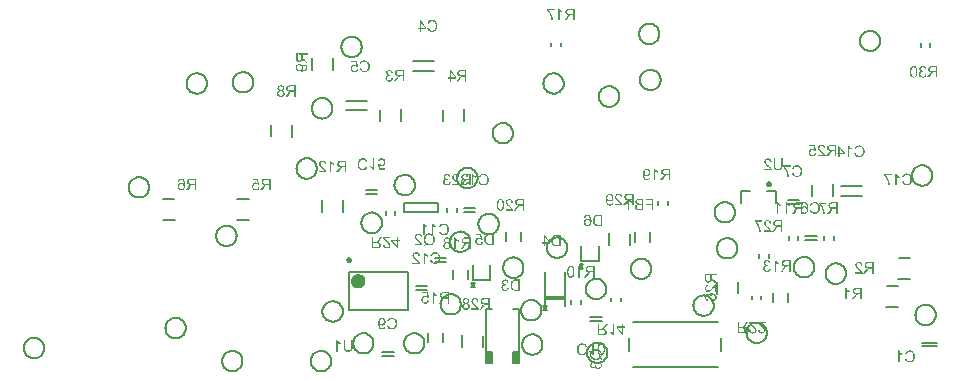
<source format=gbo>
%FSTAX23Y23*%
%MOIN*%
%SFA1B1*%

%IPPOS*%
%ADD10C,0.005000*%
%ADD11C,0.007870*%
%ADD114C,0.009840*%
%ADD115C,0.023620*%
%ADD116R,0.019680X0.039370*%
%LNadapter_pcb-1*%
%LPD*%
G36*
X03673Y04055D02*
X03674Y04054D01*
X03675Y04053*
X03675Y04052*
X03676Y04052*
X03676Y04051*
X03677Y04051*
X03677Y04051*
X03677Y04051*
X03678Y0405*
X03679Y04049*
X0368Y04048*
X03681Y04047*
X03682Y04047*
X03683Y04047*
X03683Y04047*
X03683Y04046*
X03684Y04046*
X03684Y04046*
X03684*
Y04042*
X03683Y04042*
X03682Y04042*
X03681Y04043*
X03681Y04043*
X0368Y04043*
X03679Y04044*
X03679Y04044*
X03679Y04044*
X03679*
X03678Y04045*
X03677Y04045*
X03676Y04046*
X03676Y04046*
X03675Y04047*
X03675Y04047*
X03674Y04047*
X03674Y04047*
Y04017*
X03674*
X03674Y04017*
X03675Y04016*
X03675Y04015*
X03676Y04014*
X03676Y04014*
X03676Y04014*
X03676Y04013*
X03676Y04013*
Y04013*
X03677Y04011*
X03678Y0401*
X03678Y04008*
X03678Y04006*
X03678Y04006*
X03679Y04005*
X03679Y04004*
Y04004*
X03679Y04004*
Y04003*
Y04003*
Y04003*
X03679Y04001*
X03678Y03999*
X03678Y03997*
X03678Y03996*
X03677Y03996*
X03677Y03995*
X03677Y03994*
X03677Y03994*
X03677Y03993*
X03677Y03993*
X03676Y03993*
X03676Y03993*
Y03993*
X03675Y03991*
X03674Y0399*
X03673Y03988*
X03672Y03987*
X03671Y03987*
X03671Y03986*
X03671Y03986*
X0367Y03986*
X0367Y03986*
X0367Y03986*
X0367Y03986*
X03668Y03985*
X03667Y03984*
X03665Y03984*
X03664Y03983*
X03663Y03983*
X03662Y03983*
X03662Y03983*
X03661*
X03661Y03983*
X0366*
X03659Y03983*
X03657Y03983*
X03655Y03984*
X03654Y03984*
X03654Y03984*
X03653Y03985*
X03653Y03985*
X03652Y03985*
X03652Y03985*
X03651Y03985*
X03651Y03985*
X03651Y03985*
X03651*
X0365Y03984*
X03648Y03983*
X03647Y03983*
X03645Y03982*
X03645Y03982*
X03644Y03981*
X03644Y03981*
X03643Y03981*
X03643Y03981*
X03643Y03981*
X03643Y03981*
X03643*
X03641Y03984*
X03642Y03985*
X03644Y03985*
X03645Y03986*
X03646Y03987*
X03647Y03987*
X03647Y03987*
X03647Y03987*
X03647Y03988*
X03648Y03988*
X03648Y03988*
X03648*
X03647Y03989*
X03646Y0399*
X03645Y03991*
X03645Y03992*
X03644Y03993*
X03644Y03993*
X03644Y03994*
X03644Y03994*
X03643Y03994*
X03643Y03994*
Y03994*
X03643Y03996*
X03643Y03997*
X03642Y03999*
X03642Y04*
X03642Y04001*
X03642Y04001*
Y04002*
X03642Y04002*
Y04002*
Y04003*
Y04003*
Y04003*
X03642Y04005*
X03642Y04007*
X03643Y04009*
X03643Y04009*
X03643Y0401*
X03643Y04011*
X03644Y04011*
X03644Y04012*
X03644Y04012*
X03644Y04013*
X03644Y04013*
X03644Y04013*
Y04013*
X03645Y04015*
X03646Y04016*
X03647Y04017*
X03648Y04018*
X03649Y04019*
X0365Y0402*
X0365Y0402*
X0365Y0402*
X03651Y0402*
X03651Y0402*
X03651*
X03652Y04021*
X03652Y04021*
X03654Y04022*
X03656Y04022*
X03657Y04023*
X03658Y04023*
X03658Y04023*
X03659Y04023*
X03659*
X0366Y04023*
X0366*
X03662Y04023*
X03664Y04022*
X03666Y04022*
X03666Y04022*
X03667Y04022*
X03668Y04021*
X03668Y04021*
X03669Y04021*
X03669Y04021*
X03669Y04021*
X0367Y0402*
X0367Y0402*
Y04056*
X03673*
X03673Y04055*
G37*
G36*
X03643D02*
X03644Y04054D01*
X03645Y04053*
X03645Y04052*
X03646Y04052*
X03647Y04051*
X03647Y04051*
X03647Y04051*
X03647Y04051*
X03648Y0405*
X03649Y04049*
X03651Y04048*
X03652Y04047*
X03653Y04047*
X03653Y04047*
X03653Y04047*
X03654Y04046*
X03654Y04046*
X03654Y04046*
X03654*
Y04042*
X03653Y04042*
X03652Y04042*
X03651Y04043*
X03651Y04043*
X0365Y04043*
X0365Y04044*
X03649Y04044*
X03649Y04044*
X03649*
X03648Y04045*
X03647Y04045*
X03646Y04046*
X03646Y04046*
X03645Y04047*
X03645Y04047*
X03645Y04047*
X03645Y04047*
Y04017*
X0364*
Y04056*
X03643*
X03643Y04055*
G37*
G36*
X03709Y04056D02*
X03711Y04056D01*
X03713Y04056*
X03714Y04055*
X03714Y04055*
X03715Y04055*
X03715Y04055*
X03716Y04055*
X03716Y04054*
X03717Y04054*
X03717Y04054*
X03717Y04054*
X03717*
X03718Y04053*
X0372Y04052*
X03721Y04051*
X03722Y0405*
X03722Y04049*
X03723Y04048*
X03723Y04048*
X03723Y04048*
X03723Y04047*
X03723Y04047*
Y04047*
X03724Y04046*
X03725Y04044*
X03725Y04042*
X03725Y0404*
X03726Y0404*
X03726Y04039*
X03726Y04038*
Y04038*
X03726Y04037*
Y04037*
Y04037*
Y04037*
X03726Y04035*
X03725Y04033*
X03725Y04031*
X03725Y0403*
X03725Y0403*
X03725Y04029*
X03724Y04028*
X03724Y04028*
X03724Y04027*
X03724Y04027*
X03724Y04027*
X03724Y04027*
Y04026*
X03723Y04025*
X03722Y04023*
X03721Y04022*
X0372Y04021*
X03719Y0402*
X03718Y0402*
X03718Y04019*
X03718Y04019*
X03718Y04019*
X03718Y04019*
X03717Y04019*
X03716Y04018*
X03715Y04018*
X03713Y04017*
X03711Y04017*
X03711Y04017*
X0371Y04017*
X03709Y04017*
X03709*
X03708Y04017*
X03708*
X03707Y04017*
X03706Y04017*
X03704Y04017*
X03703Y04017*
X03702Y04018*
X03701Y04018*
X037Y04018*
X037Y04019*
X03699Y04019*
X03699Y04019*
X03698Y04019*
X03698Y0402*
X03698Y0402*
X03698Y0402*
X03698Y0402*
X03697Y04021*
X03696Y04021*
X03695Y04023*
X03694Y04024*
X03693Y04026*
X03693Y04027*
X03693Y04027*
X03692Y04028*
X03692Y04028*
X03692Y04029*
X03692Y04029*
X03692Y04029*
Y04029*
X03697Y04031*
X03697Y04029*
X03698Y04028*
X03699Y04026*
X03699Y04025*
X037Y04024*
X037Y04024*
X03701Y04024*
X03701Y04023*
X03701Y04023*
X03702Y04023*
X03703Y04022*
X03704Y04022*
X03706Y04021*
X03707Y04021*
X03707Y04021*
X03707*
X03708Y04021*
X03708*
X03709Y04021*
X03711Y04021*
X03712Y04022*
X03713Y04022*
X03713Y04022*
X03714Y04022*
X03714Y04023*
X03715Y04023*
X03715Y04023*
X03715*
X03716Y04023*
X03717Y04024*
X03717Y04025*
X03718Y04026*
X03718Y04027*
X03719Y04028*
X03719Y04028*
X03719Y04028*
X03719Y04028*
Y04028*
X03719Y0403*
X0372Y04031*
X0372Y04033*
X0372Y04034*
X0372Y04034*
X0372Y04035*
Y04036*
X0372Y04036*
Y04036*
Y04037*
Y04037*
Y04037*
X0372Y04038*
X0372Y04039*
X0372Y04041*
X0372Y04042*
X0372Y04043*
X0372Y04043*
X03719Y04043*
X03719Y04044*
X03719Y04044*
X03719Y04044*
Y04044*
X03719Y04045*
X03718Y04047*
X03717Y04048*
X03717Y04048*
X03716Y04049*
X03716Y04049*
X03715Y0405*
X03715Y0405*
X03715*
X03714Y04051*
X03713Y04051*
X03711Y04051*
X0371Y04052*
X03709Y04052*
X03709Y04052*
X03708*
X03708Y04052*
X03708*
X03706Y04052*
X03705Y04052*
X03704Y04051*
X03703Y04051*
X03702Y04051*
X03702Y0405*
X03701Y0405*
X03701Y0405*
X037Y04049*
X037Y04048*
X03699Y04047*
X03698Y04046*
X03698Y04045*
X03698Y04045*
X03698Y04045*
X03698Y04044*
X03697Y04044*
X03697Y04044*
Y04044*
X03692Y04045*
X03693Y04047*
X03694Y04048*
X03694Y04049*
X03694Y04049*
X03695Y0405*
X03695Y04051*
X03696Y04051*
X03696Y04052*
X03697Y04052*
X03697Y04053*
X03697Y04053*
X03698Y04053*
X03698Y04053*
X03698Y04053*
X03698Y04053*
X03699Y04054*
X03699Y04054*
X037Y04055*
X03701Y04055*
X03703Y04056*
X03704Y04056*
X03705Y04056*
X03706Y04056*
X03706Y04056*
X03707Y04056*
X03707Y04056*
X03708*
X03709Y04056*
G37*
G36*
X03625Y04022D02*
X03626Y04022D01*
X03628Y04022*
X03629Y04022*
X03629Y04021*
X0363Y04021*
X03631Y04021*
X03631Y04021*
X03632Y0402*
X03632Y0402*
X03632Y0402*
X03633Y0402*
X03633Y0402*
X03633Y0402*
X03633Y0402*
X03634Y04019*
X03634Y04018*
X03635Y04017*
X03636Y04016*
X03636Y04014*
X03636Y04013*
X03637Y04013*
X03637Y04012*
X03637Y04012*
X03637Y04011*
Y04011*
Y04011*
X03632Y04011*
X03632Y04012*
X03632Y04013*
X03631Y04014*
X03631Y04015*
X0363Y04016*
X0363Y04016*
X0363Y04016*
X0363Y04016*
X03629Y04017*
X03628Y04018*
X03627Y04018*
X03626Y04018*
X03626Y04018*
X03625Y04018*
X03625Y04018*
X03624*
X03623Y04018*
X03622Y04018*
X03621Y04018*
X03621Y04018*
X0362Y04017*
X03619Y04017*
X03619Y04017*
X03619Y04017*
X03618Y04016*
X03618Y04015*
X03618Y04014*
X03617Y04013*
X03617Y04013*
X03617Y04012*
X03617Y04012*
Y04012*
Y04012*
X03617Y04011*
X03617Y0401*
X03618Y04009*
X03618Y04008*
X03619Y04007*
X03619Y04007*
X03619Y04006*
X03619Y04006*
X03619Y04006*
Y04006*
X0362Y04005*
X0362Y04005*
X03621Y04004*
X03622Y04004*
X03623Y04002*
X03624Y04001*
X03626Y04*
X03626Y03999*
X03627Y03999*
X03627Y03998*
X03628Y03998*
X03628Y03998*
X03628Y03998*
X03629Y03997*
X0363Y03996*
X03632Y03995*
X03632Y03994*
X03633Y03993*
X03634Y03993*
X03634Y03992*
X03634Y03992*
Y03992*
X03635Y03991*
X03635Y0399*
X03636Y03989*
X03636Y03989*
X03637Y03988*
X03637Y03987*
X03637Y03987*
X03637Y03987*
Y03987*
X03637Y03986*
X03637Y03986*
X03638Y03985*
X03638Y03985*
X03638Y03984*
Y03984*
Y03984*
Y03984*
X03612*
Y03988*
X03631*
X0363Y03989*
X0363Y0399*
X03629Y0399*
X03629Y03991*
X03629Y03991*
X03629Y03991*
X03629Y03991*
X03629Y03991*
X03628Y03992*
X03627Y03993*
X03626Y03994*
X03625Y03994*
X03624Y03995*
X03624Y03995*
X03624Y03995*
X03624Y03996*
X03624Y03996*
X03623Y03996*
X03622Y03997*
X03621Y03998*
X0362Y03998*
X0362Y03999*
X03619Y04*
X03619Y04*
X03618Y04001*
X03618Y04001*
X03617Y04001*
X03617Y04002*
X03617Y04002*
X03616Y04002*
X03616Y04003*
X03615Y04004*
X03614Y04005*
X03614Y04006*
X03614Y04006*
X03613Y04007*
X03613Y04007*
X03613Y04007*
X03613Y04008*
X03613Y04009*
X03612Y04009*
X03612Y0401*
X03612Y04011*
X03612Y04011*
Y04012*
Y04012*
X03612Y04012*
X03612Y04013*
X03613Y04015*
X03613Y04016*
X03614Y04017*
X03614Y04018*
X03615Y04018*
X03615Y04019*
X03615Y04019*
X03615Y04019*
X03615Y04019*
X03616Y04019*
X03616Y0402*
X03617Y0402*
X03618Y04021*
X03618Y04021*
X0362Y04022*
X03621Y04022*
X03622Y04022*
X03622Y04022*
X03623Y04022*
X03623Y04022*
X03624Y04022*
X03624*
X03625Y04022*
G37*
G36*
X05307Y04581D02*
X05308Y04581D01*
X05309Y04581*
X05311Y0458*
X05311Y0458*
X05312Y04579*
X05312Y04579*
X05312Y04579*
X05313Y04579*
X05313Y04579*
X05313Y04579*
X05314Y04578*
X05315Y04577*
X05315Y04575*
X05316Y04574*
X05316Y04573*
X05316Y04573*
X05316Y04572*
X05316Y04572*
X05317Y04572*
X05317Y04572*
Y04571*
X05312Y04571*
X05312Y04572*
X05311Y04573*
X05311Y04574*
X0531Y04575*
X0531Y04575*
X0531Y04576*
X0531Y04576*
X0531Y04576*
X05309Y04576*
X05308Y04577*
X05307Y04577*
X05307Y04577*
X05306Y04577*
X05305Y04578*
X05305*
X05304Y04578*
X05303Y04577*
X05302Y04577*
X05302Y04577*
X05301Y04576*
X05301Y04576*
X053Y04576*
X053Y04576*
X053Y04575*
X05299Y04574*
X05299Y04574*
X05299Y04573*
X05299Y04572*
X05299Y04572*
Y04572*
Y04572*
Y04572*
X05299Y0457*
X05299Y04569*
X05299Y04569*
X053Y04568*
X053Y04567*
X05301Y04567*
X05301Y04567*
X05301Y04567*
X05302Y04566*
X05303Y04566*
X05304Y04566*
X05305Y04565*
X05305Y04565*
X05306Y04565*
X05307*
X05307Y04565*
X05307*
X05308Y04561*
X05307Y04561*
X05306Y04561*
X05306Y04561*
X05305Y04561*
X05305Y04562*
X05304*
X05303Y04561*
X05302Y04561*
X05301Y04561*
X05301Y0456*
X053Y0456*
X05299Y0456*
X05299Y0456*
X05299Y04559*
X05298Y04559*
X05298Y04558*
X05298Y04557*
X05297Y04556*
X05297Y04555*
X05297Y04555*
X05297Y04554*
Y04554*
Y04554*
Y04554*
X05297Y04553*
X05297Y04552*
X05298Y04551*
X05298Y0455*
X05299Y04549*
X05299Y04549*
X05299Y04548*
X05299Y04548*
X053Y04548*
X05301Y04547*
X05302Y04547*
X05303Y04546*
X05304Y04546*
X05304Y04546*
X05305Y04546*
X05305*
X05306Y04546*
X05307Y04546*
X05308Y04547*
X05308Y04547*
X05309Y04547*
X05309Y04548*
X05309Y04548*
X0531Y04548*
X0531Y04549*
X05311Y04549*
X05311Y0455*
X05312Y04551*
X05312Y04552*
X05312Y04553*
X05312Y04553*
Y04553*
X05312Y04554*
Y04554*
X05317Y04553*
X05317Y04552*
X05317Y04551*
X05316Y0455*
X05316Y04548*
X05315Y04547*
X05315Y04547*
X05314Y04546*
X05314Y04546*
X05314Y04546*
X05314Y04545*
X05313Y04545*
X05313Y04545*
X05313Y04545*
X05313Y04545*
X05312Y04544*
X05311Y04544*
X05311Y04543*
X05309Y04543*
X05308Y04543*
X05307Y04542*
X05307Y04542*
X05306Y04542*
X05306Y04542*
X05305Y04542*
X05305*
X05304Y04542*
X05303Y04542*
X05302Y04542*
X05301Y04543*
X053Y04543*
X05299Y04543*
X05299Y04544*
X05298Y04544*
X05298Y04544*
X05297Y04545*
X05297Y04545*
X05296Y04545*
X05296Y04545*
X05296Y04545*
X05296Y04546*
X05296Y04546*
X05295Y04546*
X05294Y04547*
X05294Y04548*
X05294Y04548*
X05293Y04549*
X05293Y0455*
X05292Y04551*
X05292Y04552*
X05292Y04552*
X05292Y04553*
X05292Y04553*
X05292Y04554*
Y04554*
Y04554*
Y04554*
X05292Y04556*
X05292Y04557*
X05293Y04558*
X05293Y04559*
X05293Y04559*
X05294Y0456*
X05294Y0456*
X05294Y0456*
X05295Y04561*
X05296Y04562*
X05296Y04563*
X05297Y04563*
X05298Y04563*
X05299Y04563*
X05299Y04564*
X05299*
X05299Y04564*
X05299*
X05298Y04564*
X05297Y04565*
X05297Y04565*
X05296Y04566*
X05296Y04566*
X05295Y04567*
X05295Y04567*
X05295Y04567*
X05295Y04568*
X05294Y04568*
X05294Y04569*
X05294Y0457*
X05294Y04571*
X05294Y04571*
Y04571*
Y04571*
X05294Y04572*
X05294Y04573*
X05294Y04574*
X05295Y04575*
X05295Y04575*
X05295Y04576*
X05295Y04576*
X05295Y04576*
X05296Y04577*
X05296Y04578*
X05297Y04579*
X05298Y04579*
X05298Y04579*
X05299Y0458*
X05299Y0458*
X05299Y0458*
X05299*
X053Y0458*
X05301Y04581*
X05302Y04581*
X05303Y04581*
X05304Y04581*
X05305Y04581*
X05306*
X05307Y04581*
G37*
G36*
X05354Y04543D02*
X05349D01*
Y0456*
X05342*
X05342Y0456*
X05341*
X05341Y0456*
X0534Y0456*
X0534*
X0534Y0456*
X0534*
X05339Y04559*
X05338Y04559*
X05338Y04559*
X05338Y04559*
X05338Y04559*
X05338Y04559*
X05337Y04558*
X05337Y04558*
X05336Y04557*
X05336Y04557*
X05335Y04556*
X05335Y04556*
X05335Y04556*
X05335Y04555*
X05334Y04554*
X05333Y04554*
X05333Y04553*
X05332Y04552*
X05332Y04551*
X05332Y04551*
X05332Y04551*
X05331Y04551*
Y04551*
X05326Y04543*
X0532*
X05327Y04553*
X05327Y04554*
X05328Y04555*
X05329Y04556*
X0533Y04557*
X0533Y04558*
X0533Y04558*
X05331Y04558*
X05331Y04558*
X05331Y04559*
X05332Y04559*
X05333Y0456*
X05333Y0456*
X05334Y0456*
X05334Y0456*
X05334Y0456*
X05333Y0456*
X05332Y04561*
X05331Y04561*
X0533Y04561*
X0533Y04561*
X05329Y04562*
X05328Y04562*
X05328Y04562*
X05327Y04563*
X05327Y04563*
X05327Y04563*
X05326Y04563*
X05326Y04564*
X05326Y04564*
X05326Y04564*
X05325Y04564*
X05325Y04565*
X05324Y04566*
X05324Y04567*
X05323Y04568*
X05323Y04569*
X05323Y0457*
Y0457*
X05323Y0457*
Y04571*
Y04571*
Y04571*
X05323Y04572*
X05323Y04573*
X05324Y04574*
X05324Y04575*
X05324Y04576*
X05325Y04576*
X05325Y04576*
X05325Y04577*
X05325Y04577*
X05326Y04578*
X05327Y04579*
X05328Y04579*
X05328Y0458*
X05329Y0458*
X05329Y0458*
X05329Y0458*
X05329*
X0533Y0458*
X0533Y04581*
X05331Y04581*
X05333Y04581*
X05334Y04581*
X05335Y04581*
X05336*
X05336Y04581*
X05354*
Y04543*
G37*
G36*
X05276Y04581D02*
X05278Y04581D01*
X05279Y04581*
X0528Y0458*
X05281Y0458*
X05281Y04579*
X05281Y04579*
X05282Y04579*
X05282Y04579*
X05282*
X05283Y04578*
X05284Y04577*
X05284Y04576*
X05285Y04575*
X05285Y04574*
X05286Y04574*
X05286Y04573*
X05286Y04573*
X05286Y04573*
X05286Y04573*
Y04573*
X05286Y04572*
X05286Y04571*
X05287Y04569*
X05287Y04567*
X05287Y04566*
X05287Y04565*
X05287Y04564*
Y04563*
X05287Y04563*
Y04562*
Y04562*
Y04562*
Y04562*
X05287Y0456*
X05287Y04558*
X05287Y04556*
X05287Y04555*
X05286Y04553*
X05286Y04552*
X05286Y04551*
X05285Y0455*
X05285Y04549*
X05285Y04548*
X05284Y04548*
X05284Y04547*
X05284Y04547*
X05284Y04546*
X05284Y04546*
X05284Y04546*
X05283Y04545*
X05282Y04545*
X05282Y04544*
X05281Y04544*
X0528Y04543*
X05279Y04543*
X05278Y04543*
X05277Y04543*
X05277Y04542*
X05276Y04542*
X05276Y04542*
X05275Y04542*
X05275*
X05273Y04542*
X05272Y04543*
X05271Y04543*
X0527Y04543*
X05269Y04544*
X05268Y04544*
X05268Y04544*
X05268Y04544*
X05268Y04544*
X05268*
X05267Y04545*
X05266Y04546*
X05265Y04547*
X05265Y04548*
X05264Y04549*
X05264Y0455*
X05264Y0455*
X05264Y0455*
X05264Y04551*
X05264Y04551*
Y04551*
X05263Y04552*
X05263Y04552*
X05263Y04554*
X05263Y04556*
X05262Y04558*
X05262Y04559*
X05262Y04559*
Y0456*
X05262Y04561*
Y04561*
Y04561*
Y04562*
Y04562*
X05262Y04564*
Y04565*
X05262Y04566*
X05262Y04566*
X05263Y04567*
X05263Y04568*
X05263Y04568*
X05263Y04569*
X05263Y04569*
X05263Y0457*
X05263Y0457*
X05263Y0457*
Y04571*
X05263Y04571*
Y04571*
X05263Y04572*
X05264Y04573*
X05264Y04574*
X05265Y04575*
X05265Y04576*
X05265Y04576*
X05265Y04576*
X05266Y04577*
X05266Y04577*
X05267Y04578*
X05267Y04579*
X05268Y04579*
X05269Y0458*
X05269Y0458*
X05269Y0458*
X05269Y0458*
X0527Y04581*
X05271Y04581*
X05272Y04581*
X05273Y04581*
X05274Y04581*
X05274Y04581*
X05275*
X05276Y04581*
G37*
G36*
X05217Y04221D02*
X05218Y0422D01*
X05218Y04219*
X05219Y04219*
X0522Y04218*
X0522Y04217*
X05221Y04217*
X05221Y04217*
X05221Y04217*
X05222Y04216*
X05223Y04215*
X05224Y04214*
X05225Y04214*
X05226Y04213*
X05227Y04213*
X05227Y04213*
X05227Y04213*
X05227Y04213*
X05228Y04212*
X05228*
Y04208*
X05227Y04208*
X05226Y04209*
X05225Y04209*
X05224Y04209*
X05224Y0421*
X05223Y0421*
X05223Y0421*
X05223Y0421*
X05223*
X05222Y04211*
X05221Y04212*
X0522Y04212*
X05219Y04213*
X05219Y04213*
X05218Y04213*
X05218Y04214*
X05218Y04214*
Y04184*
X05213*
Y04222*
X05217*
X05217Y04221*
G37*
G36*
X05253Y04222D02*
X05255Y04222D01*
X05257Y04222*
X05257Y04222*
X05258Y04221*
X05259Y04221*
X05259Y04221*
X0526Y04221*
X0526Y04221*
X0526Y0422*
X05261Y0422*
X05261Y0422*
X05261*
X05262Y04219*
X05264Y04218*
X05265Y04217*
X05266Y04216*
X05266Y04215*
X05267Y04215*
X05267Y04214*
X05267Y04214*
X05267Y04214*
X05267Y04214*
Y04213*
X05268Y04212*
X05269Y0421*
X05269Y04208*
X05269Y04207*
X05269Y04206*
X05269Y04205*
X05269Y04205*
Y04204*
X0527Y04204*
Y04203*
Y04203*
Y04203*
X05269Y04201*
X05269Y04199*
X05269Y04197*
X05269Y04196*
X05269Y04196*
X05268Y04195*
X05268Y04195*
X05268Y04194*
X05268Y04194*
X05268Y04193*
X05268Y04193*
X05268Y04193*
Y04193*
X05267Y04191*
X05266Y0419*
X05265Y04188*
X05264Y04187*
X05263Y04186*
X05262Y04186*
X05262Y04186*
X05262Y04185*
X05262Y04185*
X05262Y04185*
X05261Y04185*
X0526Y04185*
X05258Y04184*
X05257Y04184*
X05255Y04183*
X05254Y04183*
X05254Y04183*
X05253Y04183*
X05253*
X05252Y04183*
X05251*
X0525Y04183*
X05249Y04183*
X05247Y04183*
X05247Y04184*
X05246Y04184*
X05245Y04184*
X05244Y04184*
X05244Y04185*
X05243Y04185*
X05243Y04185*
X05242Y04186*
X05242Y04186*
X05242Y04186*
X05241Y04186*
X05241Y04186*
X05241Y04187*
X0524Y04187*
X05239Y04189*
X05238Y04191*
X05237Y04192*
X05237Y04193*
X05236Y04194*
X05236Y04194*
X05236Y04195*
X05236Y04195*
X05236Y04195*
X05236Y04196*
Y04196*
X05241Y04197*
X05241Y04195*
X05242Y04194*
X05242Y04193*
X05243Y04191*
X05244Y04191*
X05244Y0419*
X05245Y0419*
X05245Y0419*
X05245Y0419*
X05246Y04189*
X05247Y04188*
X05248Y04188*
X05249Y04187*
X0525Y04187*
X05251Y04187*
X05251*
X05251Y04187*
X05252*
X05253Y04187*
X05254Y04187*
X05256Y04188*
X05256Y04188*
X05257Y04188*
X05258Y04189*
X05258Y04189*
X05258Y04189*
X05258Y04189*
X05258*
X0526Y0419*
X0526Y04191*
X05261Y04191*
X05262Y04192*
X05262Y04193*
X05263Y04194*
X05263Y04194*
X05263Y04194*
X05263Y04194*
Y04194*
X05263Y04196*
X05264Y04197*
X05264Y04199*
X05264Y042*
X05264Y04201*
X05264Y04201*
Y04202*
X05264Y04202*
Y04203*
Y04203*
Y04203*
Y04203*
X05264Y04204*
X05264Y04206*
X05264Y04207*
X05264Y04208*
X05263Y04209*
X05263Y04209*
X05263Y0421*
X05263Y0421*
X05263Y0421*
X05263Y0421*
Y0421*
X05263Y04212*
X05262Y04213*
X05261Y04214*
X05261Y04215*
X0526Y04215*
X05259Y04216*
X05259Y04216*
X05259Y04216*
X05259*
X05258Y04217*
X05257Y04217*
X05255Y04218*
X05254Y04218*
X05253Y04218*
X05253Y04218*
X05252*
X05252Y04218*
X05252*
X0525Y04218*
X05249Y04218*
X05248Y04218*
X05247Y04217*
X05246Y04217*
X05246Y04217*
X05245Y04216*
X05245Y04216*
X05244Y04216*
X05243Y04215*
X05243Y04214*
X05242Y04213*
X05242Y04212*
X05242Y04211*
X05241Y04211*
X05241Y04211*
X05241Y0421*
X05241Y0421*
Y0421*
X05236Y04211*
X05237Y04213*
X05237Y04214*
X05238Y04215*
X05238Y04216*
X05239Y04216*
X05239Y04217*
X0524Y04217*
X0524Y04218*
X0524Y04218*
X05241Y04219*
X05241Y04219*
X05241Y04219*
X05242Y04219*
X05242Y0422*
X05242Y0422*
X05242Y0422*
X05243Y04221*
X05244Y04221*
X05245Y04221*
X05247Y04222*
X05248Y04222*
X05249Y04222*
X05249Y04222*
X0525Y04222*
X0525Y04223*
X05251Y04223*
X05251*
X05253Y04222*
G37*
G36*
X05201Y04217D02*
X05182D01*
X05184Y04215*
X05185Y04214*
X05186Y04212*
X05187Y0421*
X05187Y0421*
X05188Y04209*
X05188Y04208*
X05189Y04208*
X05189Y04207*
X05189Y04207*
X05189Y04207*
X05189Y04207*
X0519Y04205*
X05191Y04202*
X05192Y042*
X05192Y04199*
X05193Y04198*
X05193Y04198*
X05193Y04197*
X05194Y04196*
X05194Y04196*
X05194Y04195*
X05194Y04195*
X05194Y04195*
Y04194*
X05195Y04192*
X05195Y04191*
X05195Y0419*
X05195Y04189*
X05195Y04188*
X05195Y04187*
X05196Y04187*
X05196Y04186*
X05196Y04185*
X05196Y04185*
Y04184*
X05196Y04184*
Y04184*
Y04184*
Y04184*
X05191*
X05191Y04186*
X0519Y04188*
X0519Y04189*
X0519Y0419*
X0519Y04191*
X0519Y04192*
X0519Y04192*
X05189Y04193*
X05189Y04193*
X05189Y04194*
X05189Y04194*
X05189Y04194*
Y04194*
X05188Y04197*
X05187Y04199*
X05187Y042*
X05186Y04201*
X05186Y04202*
X05186Y04203*
X05185Y04204*
X05185Y04205*
X05184Y04206*
X05184Y04206*
X05184Y04207*
X05184Y04207*
X05184Y04207*
X05184Y04207*
X05183Y04209*
X05182Y0421*
X05182Y04211*
X05181Y04212*
X0518Y04213*
X0518Y04214*
X05179Y04214*
X05179Y04215*
X05178Y04216*
X05178Y04216*
X05177Y04217*
X05177Y04217*
X05177Y04217*
X05176Y04218*
X05176Y04218*
X05176Y04218*
Y04221*
X05201*
Y04217*
G37*
G36*
X04292Y04155D02*
X04293Y04155D01*
X04295Y04155*
X04296Y04154*
X04296Y04154*
X04297Y04154*
X04298Y04154*
X04298Y04153*
X04299Y04153*
X04299Y04153*
X04299Y04153*
X04299Y04153*
X043Y04152*
X043Y04152*
X043Y04152*
X043Y04152*
X04301Y04151*
X04302Y0415*
X04302Y04148*
X04303Y04147*
X04303Y04146*
X04303Y04145*
X04303Y04145*
X04303Y04145*
X04304Y04144*
Y04144*
Y04144*
X04299Y04143*
X04299Y04145*
X04298Y04146*
X04298Y04147*
X04298Y04148*
X04297Y04148*
X04297Y04149*
X04297Y04149*
X04297Y04149*
X04296Y0415*
X04295Y0415*
X04294Y04151*
X04293Y04151*
X04292Y04151*
X04292Y04151*
X04292Y04151*
X04291*
X0429Y04151*
X04289Y04151*
X04288Y04151*
X04287Y0415*
X04287Y0415*
X04286Y0415*
X04286Y04149*
X04286Y04149*
X04285Y04149*
X04285Y04148*
X04284Y04147*
X04284Y04146*
X04284Y04146*
X04284Y04145*
X04284Y04145*
Y04145*
Y04145*
X04284Y04144*
X04284Y04142*
X04285Y04142*
X04285Y04141*
X04285Y0414*
X04286Y04139*
X04286Y04139*
X04286Y04139*
X04286Y04139*
Y04139*
X04287Y04138*
X04287Y04138*
X04288Y04137*
X04288Y04136*
X0429Y04135*
X04291Y04134*
X04292Y04132*
X04293Y04132*
X04294Y04132*
X04294Y04131*
X04294Y04131*
X04295Y04131*
X04295Y04131*
X04296Y04129*
X04297Y04128*
X04298Y04127*
X04299Y04127*
X043Y04126*
X043Y04125*
X04301Y04125*
X04301Y04125*
Y04125*
X04302Y04124*
X04302Y04123*
X04303Y04122*
X04303Y04121*
X04303Y04121*
X04304Y0412*
X04304Y0412*
X04304Y0412*
Y0412*
X04304Y04119*
X04304Y04119*
X04304Y04118*
X04304Y04118*
X04304Y04117*
Y04117*
Y04117*
Y04117*
X04279*
Y04121*
X04298*
X04297Y04122*
X04297Y04123*
X04296Y04123*
X04296Y04123*
X04296Y04123*
X04296Y04124*
X04296Y04124*
X04295Y04124*
X04295Y04125*
X04294Y04126*
X04293Y04126*
X04292Y04127*
X04291Y04128*
X04291Y04128*
X04291Y04128*
X0429Y04128*
X0429Y04128*
X04289Y04129*
X04289Y0413*
X04288Y04131*
X04287Y04131*
X04287Y04132*
X04286Y04132*
X04285Y04133*
X04285Y04133*
X04284Y04134*
X04284Y04134*
X04284Y04135*
X04283Y04135*
X04283Y04135*
X04282Y04136*
X04282Y04137*
X04281Y04138*
X04281Y04138*
X0428Y04139*
X0428Y04139*
X0428Y0414*
X0428Y0414*
X0428Y04141*
X04279Y04141*
X04279Y04142*
X04279Y04143*
X04279Y04144*
X04279Y04144*
Y04144*
Y04144*
X04279Y04145*
X04279Y04146*
X0428Y04148*
X0428Y04149*
X04281Y0415*
X04281Y04151*
X04282Y04151*
X04282Y04151*
X04282Y04152*
X04282Y04152*
X04282Y04152*
X04282Y04152*
X04283Y04153*
X04284Y04153*
X04284Y04153*
X04285Y04154*
X04287Y04154*
X04288Y04155*
X04289Y04155*
X04289Y04155*
X0429Y04155*
X0429Y04155*
X04291Y04155*
X04291*
X04292Y04155*
G37*
G36*
X04263D02*
X04264Y04155D01*
X04265Y04155*
X04265Y04155*
X04267Y04154*
X04268Y04154*
X04268Y04153*
X04269Y04153*
X04269Y04153*
X0427Y04152*
X0427Y04152*
X0427Y04152*
X0427Y04152*
X0427Y04152*
X04271Y04152*
X04271Y04151*
X04272Y0415*
X04272Y04149*
X04272Y04149*
X04273Y04148*
X04273Y04147*
X04274Y04146*
X04274Y04145*
X04274Y04144*
X04274Y04144*
X04274Y04143*
X04274Y04143*
Y04142*
Y04142*
Y04142*
X04274Y04141*
X04274Y0414*
X04274Y04139*
X04273Y04138*
X04273Y04138*
X04273Y04137*
X04273Y04136*
X04272Y04135*
X04272Y04135*
X04272Y04134*
X04271Y04134*
X04271Y04134*
X04271Y04133*
X04271Y04133*
X04271Y04133*
X04271Y04133*
X0427Y04132*
X04269Y04132*
X04269Y04131*
X04268Y04131*
X04267Y04131*
X04267Y0413*
X04265Y0413*
X04264Y0413*
X04264Y0413*
X04263Y0413*
X04263Y0413*
X04263*
X04262Y0413*
X04261Y0413*
X0426Y0413*
X04259Y0413*
X04258Y0413*
X04258Y04131*
X04257Y04131*
X04257Y04131*
X04256Y04131*
X04256Y04132*
X04255Y04133*
X04254Y04133*
X04254Y04134*
X04254Y04134*
X04253Y04134*
X04253Y04135*
Y04134*
Y04134*
Y04134*
Y04134*
Y04133*
X04254Y04131*
X04254Y04131*
X04254Y0413*
X04254Y04129*
X04254Y04128*
X04254Y04128*
Y04128*
X04254Y04128*
Y04128*
X04254Y04127*
X04255Y04126*
X04255Y04125*
X04255Y04125*
X04256Y04124*
X04256Y04124*
X04256Y04123*
X04256Y04123*
X04256Y04123*
X04257Y04122*
X04257Y04122*
X04258Y04121*
X04258Y04121*
X04258Y04121*
X04258Y04121*
X04259Y04121*
X04259Y0412*
X0426Y0412*
X0426Y0412*
X04261Y0412*
X04262Y0412*
X04262Y0412*
X04262*
X04263Y0412*
X04264Y0412*
X04265Y0412*
X04265Y0412*
X04266Y04121*
X04266Y04121*
X04267Y04121*
X04267Y04121*
X04267Y04122*
X04268Y04122*
X04268Y04123*
X04268Y04124*
X04268Y04125*
X04269Y04125*
X04269Y04125*
X04269Y04126*
Y04126*
Y04126*
X04273Y04125*
X04273Y04124*
X04272Y04122*
X04272Y04121*
X04271Y0412*
X04271Y04119*
X0427Y04119*
X0427Y04118*
X0427Y04118*
X0427Y04118*
X04269Y04117*
X04267Y04117*
X04266Y04116*
X04265Y04116*
X04264Y04116*
X04264Y04116*
X04263*
X04263Y04116*
X04262*
X04261Y04116*
X04259Y04116*
X04258Y04117*
X04257Y04117*
X04256Y04117*
X04256Y04118*
X04256Y04118*
X04255Y04118*
X04255Y04118*
X04255Y04118*
X04255*
X04254Y04119*
X04253Y0412*
X04252Y04121*
X04251Y04122*
X04251Y04123*
X04251Y04124*
X04251Y04124*
X0425Y04124*
X0425Y04125*
X0425Y04125*
Y04125*
X0425Y04126*
X0425Y04127*
X04249Y04128*
X04249Y0413*
X04249Y04132*
X04249Y04133*
X04249Y04134*
Y04135*
X04249Y04135*
Y04136*
Y04136*
Y04136*
Y04137*
Y04138*
X04249Y04139*
X04249Y0414*
X04249Y04141*
X04249Y04142*
X04249Y04143*
X04249Y04144*
X04249Y04145*
X0425Y04145*
X0425Y04146*
X0425Y04146*
X0425Y04147*
X0425Y04147*
X0425Y04147*
X0425Y04147*
Y04147*
X04251Y04149*
X04252Y0415*
X04253Y04151*
X04253Y04152*
X04254Y04152*
X04255Y04153*
X04255Y04153*
X04255Y04153*
X04255Y04153*
X04255*
X04256Y04154*
X04257Y04154*
X04259Y04155*
X0426Y04155*
X04261Y04155*
X04261Y04155*
X04261*
X04262Y04155*
X04262*
X04263Y04155*
G37*
G36*
X04341Y04117D02*
X04335D01*
Y04125*
X04335Y04125*
X04334Y04126*
X04333Y04126*
X04333Y04126*
X04332Y04127*
X04332Y04127*
X04332Y04127*
X04332*
X04331Y04128*
X0433Y04128*
X04329Y04129*
X04328Y04129*
X04328Y0413*
X04328Y0413*
X04327Y0413*
X04327Y0413*
Y041*
X04323*
Y04131*
X04322Y0413*
X04322Y0413*
X04322Y0413*
X04322Y0413*
X04321Y04129*
X04321Y04128*
X0432Y04127*
X04319Y04126*
X04319Y04126*
X04319Y04125*
X04318Y04125*
X04318Y04125*
X04318Y04125*
Y04124*
X04313Y04117*
X04307*
X04313Y04127*
X04314Y04128*
X04315Y04129*
X04316Y0413*
X04316Y04131*
X04317Y04131*
X04317Y04132*
X04317Y04132*
X04318Y04132*
X04318Y04132*
X04319Y04133*
X0432Y04133*
X0432Y04134*
X0432Y04134*
X0432Y04134*
X04321Y04134*
X0432Y04134*
X04319Y04134*
X04318Y04135*
X04317Y04135*
X04316Y04135*
X04316Y04135*
X04315Y04136*
X04314Y04136*
X04314Y04136*
X04314Y04137*
X04313Y04137*
X04313Y04137*
X04313Y04137*
X04313Y04137*
X04312Y04138*
X04312Y04138*
X04312Y04139*
X04311Y0414*
X0431Y04141*
X0431Y04142*
X0431Y04143*
X0431Y04143*
Y04144*
X0431Y04144*
Y04144*
Y04144*
Y04144*
X0431Y04146*
X0431Y04147*
X0431Y04148*
X04311Y04149*
X04311Y04149*
X04311Y0415*
X04311Y0415*
X04311Y0415*
X04312Y04151*
X04313Y04152*
X04313Y04153*
X04314Y04153*
X04315Y04153*
X04315Y04154*
X04316Y04154*
X04316Y04154*
X04316*
X04316Y04154*
X04317Y04154*
X04318Y04154*
X04319Y04155*
X04321Y04155*
X04322Y04155*
X04322*
X04323Y04155*
X04341*
Y04117*
G37*
G36*
X04407Y041D02*
X04402D01*
Y04118*
X04384*
Y04122*
X04402*
Y04134*
X04381*
Y04139*
X04407*
Y041*
G37*
G36*
X04374D02*
X04358D01*
X04357Y041*
X04356Y041*
X04355Y041*
X04355Y04101*
X04354Y04101*
X04354Y04101*
X04354*
X04353Y04101*
X04352Y04101*
X04351Y04102*
X04351Y04102*
X0435Y04102*
X0435Y04102*
X04349Y04103*
X04349Y04103*
X04349Y04103*
X04348Y04104*
X04348Y04104*
X04347Y04105*
X04347Y04105*
X04347Y04106*
X04347Y04106*
X04347Y04106*
X04346Y04107*
X04346Y04108*
X04346Y04109*
X04346Y0411*
X04345Y0411*
X04345Y04111*
Y04111*
Y04111*
X04345Y04112*
X04346Y04114*
X04346Y04115*
X04346Y04115*
X04347Y04116*
X04347Y04117*
X04347Y04117*
X04347Y04117*
X04348Y04118*
X04349Y04119*
X0435Y04119*
X04351Y0412*
X04351Y0412*
X04352Y0412*
X04352Y0412*
X04353Y0412*
X04353Y04121*
X04353*
X04352Y04121*
X04351Y04122*
X0435Y04122*
X0435Y04123*
X04349Y04123*
X04349Y04124*
X04349Y04124*
X04349Y04124*
X04348Y04125*
X04348Y04126*
X04348Y04126*
X04347Y04127*
X04347Y04128*
X04347Y04128*
Y04129*
Y04129*
X04347Y0413*
X04347Y04131*
X04348Y04131*
X04348Y04132*
X04348Y04133*
X04349Y04133*
X04349Y04134*
X04349Y04134*
X04349Y04135*
X0435Y04135*
X04351Y04136*
X04351Y04137*
X04352Y04137*
X04353Y04137*
X04353Y04137*
X04353Y04137*
X04353*
X04354Y04138*
X04355Y04138*
X04356Y04138*
X04358Y04138*
X04358Y04139*
X04359*
X04359Y04139*
X04374*
Y041*
G37*
G36*
X03813Y03808D02*
X03814Y03808D01*
X03816Y03807*
X03817Y03807*
X03817Y03807*
X03818Y03807*
X03819Y03806*
X03819Y03806*
X0382Y03806*
X0382Y03806*
X0382Y03805*
X03821Y03805*
X03821Y03805*
X03821Y03805*
X03821Y03805*
X03822Y03804*
X03822Y03804*
X03823Y03802*
X03824Y03801*
X03824Y038*
X03824Y03799*
X03825Y03798*
X03825Y03798*
X03825Y03797*
X03825Y03797*
Y03797*
Y03797*
X0382Y03796*
X0382Y03797*
X0382Y03799*
X03819Y03799*
X03819Y038*
X03818Y03801*
X03818Y03801*
X03818Y03802*
X03818Y03802*
X03817Y03802*
X03816Y03803*
X03815Y03803*
X03814Y03804*
X03814Y03804*
X03813Y03804*
X03813Y03804*
X03812*
X03811Y03804*
X0381Y03804*
X03809Y03803*
X03809Y03803*
X03808Y03803*
X03807Y03802*
X03807Y03802*
X03807Y03802*
X03806Y03801*
X03806Y038*
X03806Y038*
X03805Y03799*
X03805Y03798*
X03805Y03798*
X03805Y03797*
Y03797*
Y03797*
X03805Y03796*
X03805Y03795*
X03806Y03794*
X03806Y03793*
X03807Y03793*
X03807Y03792*
X03807Y03792*
X03807Y03792*
X03807Y03792*
Y03791*
X03808Y03791*
X03808Y0379*
X03809Y0379*
X0381Y03789*
X03811Y03788*
X03812Y03786*
X03814Y03785*
X03814Y03785*
X03815Y03784*
X03815Y03784*
X03815Y03784*
X03816Y03783*
X03816Y03783*
X03817Y03782*
X03818Y03781*
X0382Y0378*
X0382Y03779*
X03821Y03778*
X03822Y03778*
X03822Y03778*
X03822Y03778*
Y03777*
X03823Y03777*
X03823Y03776*
X03824Y03775*
X03824Y03774*
X03825Y03773*
X03825Y03773*
X03825Y03773*
X03825Y03772*
Y03772*
X03825Y03772*
X03825Y03771*
X03825Y03771*
X03826Y0377*
X03826Y0377*
Y03769*
Y03769*
Y03769*
X038*
Y03774*
X03819*
X03818Y03775*
X03818Y03775*
X03817Y03776*
X03817Y03776*
X03817Y03776*
X03817Y03776*
X03817Y03777*
X03816Y03777*
X03816Y03777*
X03815Y03778*
X03814Y03779*
X03813Y0378*
X03812Y0378*
X03812Y03781*
X03812Y03781*
X03812Y03781*
X03812Y03781*
X03811Y03782*
X0381Y03783*
X03809Y03783*
X03808Y03784*
X03808Y03785*
X03807Y03785*
X03807Y03786*
X03806Y03786*
X03806Y03787*
X03805Y03787*
X03805Y03787*
X03804Y03788*
X03804Y03788*
X03804Y03789*
X03803Y0379*
X03802Y0379*
X03802Y03791*
X03802Y03792*
X03801Y03792*
X03801Y03792*
X03801Y03793*
X03801Y03793*
X03801Y03794*
X038Y03795*
X038Y03796*
X038Y03796*
X038Y03797*
Y03797*
Y03797*
X038Y03798*
X038Y03799*
X03801Y038*
X03801Y03801*
X03802Y03803*
X03802Y03803*
X03803Y03804*
X03803Y03804*
X03803Y03804*
X03803Y03805*
X03803Y03805*
X03804Y03805*
X03804Y03805*
X03805Y03806*
X03805Y03806*
X03806Y03807*
X03808Y03807*
X03809Y03807*
X0381Y03808*
X0381Y03808*
X03811Y03808*
X03811Y03808*
X03812Y03808*
X03812*
X03813Y03808*
G37*
G36*
X03862Y03769D02*
X03857D01*
Y03786*
X0385*
X03849Y03786*
X03849*
X03849Y03786*
X03848Y03786*
X03848*
X03848Y03786*
X03848*
X03847Y03786*
X03846Y03785*
X03846Y03785*
X03846Y03785*
X03846Y03785*
X03846Y03785*
X03845Y03785*
X03845Y03784*
X03844Y03783*
X03844Y03783*
X03843Y03783*
X03843Y03782*
X03843Y03782*
X03842Y03782*
X03842Y03781*
X03841Y0378*
X03841Y03779*
X0384Y03778*
X0384Y03778*
X0384Y03777*
X03839Y03777*
X03839Y03777*
Y03777*
X03834Y03769*
X03828*
X03835Y0378*
X03835Y03781*
X03836Y03782*
X03837Y03783*
X03837Y03783*
X03838Y03784*
X03838Y03784*
X03839Y03785*
X03839Y03785*
X03839Y03785*
X0384Y03785*
X03841Y03786*
X03841Y03786*
X03841Y03787*
X03842Y03787*
X03842Y03787*
X03841Y03787*
X0384Y03787*
X03839Y03787*
X03838Y03788*
X03837Y03788*
X03837Y03788*
X03836Y03788*
X03836Y03789*
X03835Y03789*
X03835Y03789*
X03834Y0379*
X03834Y0379*
X03834Y0379*
X03834Y0379*
X03834Y0379*
X03833Y03791*
X03833Y03791*
X03832Y03792*
X03832Y03794*
X03831Y03795*
X03831Y03796*
X03831Y03796*
Y03796*
X03831Y03797*
Y03797*
Y03797*
Y03797*
X03831Y03798*
X03831Y03799*
X03832Y038*
X03832Y03801*
X03832Y03802*
X03832Y03802*
X03833Y03803*
X03833Y03803*
X03833Y03804*
X03834Y03805*
X03835Y03805*
X03835Y03806*
X03836Y03806*
X03836Y03806*
X03837Y03807*
X03837Y03807*
X03837*
X03837Y03807*
X03838Y03807*
X03839Y03807*
X03841Y03807*
X03842Y03808*
X03843Y03808*
X03843*
X03844Y03808*
X03862*
Y03769*
G37*
G36*
X03784Y03808D02*
X03784Y03808D01*
X03786Y03807*
X03787Y03807*
X03789Y03806*
X03789Y03806*
X03789Y03806*
X0379Y03806*
X0379Y03805*
X0379Y03805*
X03791Y03805*
X03791Y03805*
X03791Y03805*
X03791Y03804*
X03792Y03804*
X03792Y03803*
X03792Y03803*
X03793Y03801*
X03793Y038*
X03793Y03799*
X03794Y03799*
X03794Y03799*
X03794Y03798*
Y03798*
Y03798*
Y03798*
X03794Y03797*
X03793Y03796*
X03793Y03795*
X03793Y03794*
X03793Y03794*
X03793Y03793*
X03792Y03793*
X03792Y03793*
X03792Y03792*
X03791Y03792*
X0379Y03791*
X0379Y03791*
X03789Y03791*
X03788Y0379*
X03788Y0379*
X03788Y0379*
X03788*
X03789Y0379*
X0379Y03789*
X03791Y03789*
X03792Y03788*
X03793Y03787*
X03793Y03787*
X03793Y03787*
X03793Y03787*
Y03787*
X03794Y03786*
X03794Y03785*
X03795Y03783*
X03795Y03782*
X03795Y03782*
X03795Y03781*
Y03781*
X03795Y03781*
Y0378*
Y0378*
Y0378*
X03795Y03779*
X03795Y03778*
X03795Y03778*
X03795Y03777*
X03794Y03775*
X03794Y03775*
X03793Y03774*
X03793Y03774*
X03793Y03773*
X03793Y03773*
X03792Y03772*
X03792Y03772*
X03792Y03772*
X03792Y03772*
X03792Y03772*
X03791Y03771*
X0379Y03771*
X0379Y0377*
X03789Y0377*
X03788Y0377*
X03787Y03769*
X03786Y03769*
X03785Y03769*
X03785Y03769*
X03784Y03769*
X03783Y03769*
X03783Y03769*
X03783*
X03782Y03769*
X03781Y03769*
X0378Y03769*
X03779Y03769*
X03778Y03769*
X03777Y0377*
X03776Y0377*
X03776Y0377*
X03775Y03771*
X03775Y03771*
X03774Y03771*
X03774Y03771*
X03774Y03772*
X03774Y03772*
X03773Y03772*
X03773Y03772*
X03773Y03773*
X03772Y03773*
X03772Y03774*
X03771Y03775*
X03771Y03775*
X03771Y03776*
X0377Y03777*
X0377Y03778*
X0377Y03779*
X0377Y03779*
X0377Y0378*
Y0378*
Y0378*
Y0378*
X0377Y03781*
X0377Y03783*
X0377Y03784*
X03771Y03785*
X03771Y03785*
X03771Y03786*
X03772Y03786*
X03772Y03786*
X03772Y03787*
X03773Y03788*
X03774Y03789*
X03775Y03789*
X03776Y0379*
X03777Y0379*
X03777Y0379*
X03777Y0379*
X03777Y0379*
X03777*
X03776Y0379*
X03775Y03791*
X03774Y03791*
X03774Y03792*
X03773Y03792*
X03773Y03793*
X03773Y03793*
X03773Y03793*
X03772Y03794*
X03772Y03795*
X03772Y03795*
X03772Y03796*
X03772Y03797*
X03771Y03797*
Y03798*
Y03798*
X03772Y03798*
X03772Y03799*
X03772Y03801*
X03772Y03802*
X03773Y03803*
X03774Y03804*
X03774Y03804*
X03774Y03804*
X03774Y03805*
X03774Y03805*
X03774Y03805*
X03775Y03805*
X03775Y03805*
X03776Y03806*
X03776Y03806*
X03777Y03807*
X03778Y03807*
X0378Y03807*
X03781Y03808*
X03781Y03808*
X03782*
X03782Y03808*
X03783*
X03784Y03808*
G37*
G36*
X0479Y04273D02*
X04791Y04273D01*
X04792Y04272*
X04793Y04272*
X04794Y04272*
X04795Y04272*
X04795Y04271*
X04796Y04271*
X04796Y04271*
X04797Y0427*
X04797Y0427*
X04797Y0427*
X04797Y0427*
X04797Y0427*
X04798Y0427*
X04798Y04269*
X04799Y04269*
X04799Y04267*
X048Y04266*
X04801Y04265*
X04801Y04263*
X04801Y04263*
X04801Y04262*
X04801Y04262*
X04801Y04262*
Y04262*
Y04262*
X04796Y04261*
X04796Y04262*
X04796Y04263*
X04796Y04264*
X04795Y04265*
X04795Y04266*
X04795Y04266*
X04794Y04267*
X04794Y04267*
X04794Y04267*
X04793Y04268*
X04792Y04268*
X04791Y04269*
X0479Y04269*
X04789Y04269*
X04789Y04269*
X04789*
X04788Y04269*
X04787Y04269*
X04786Y04268*
X04785Y04268*
X04784Y04267*
X04784Y04267*
X04784Y04267*
X04784Y04267*
X04783Y04266*
X04782Y04265*
X04782Y04265*
X04782Y04264*
X04782Y04263*
X04782Y04263*
X04782Y04262*
Y04262*
Y04262*
X04782Y04261*
X04782Y0426*
X04782Y04259*
X04783Y04258*
X04783Y04258*
X04783Y04257*
X04784Y04257*
X04784Y04257*
X04784Y04256*
Y04256*
X04784Y04256*
X04785Y04255*
X04785Y04255*
X04786Y04254*
X04787Y04253*
X04789Y04251*
X0479Y0425*
X04791Y0425*
X04791Y04249*
X04792Y04249*
X04792Y04249*
X04792Y04248*
X04792Y04248*
X04794Y04247*
X04795Y04246*
X04796Y04245*
X04797Y04244*
X04798Y04243*
X04798Y04243*
X04798Y04243*
X04798Y04242*
Y04242*
X04799Y04241*
X048Y04241*
X048Y0424*
X04801Y04239*
X04801Y04238*
X04801Y04238*
X04802Y04237*
X04802Y04237*
Y04237*
X04802Y04237*
X04802Y04236*
X04802Y04236*
X04802Y04235*
X04802Y04235*
Y04234*
Y04234*
Y04234*
X04777*
Y04239*
X04796*
X04795Y0424*
X04794Y0424*
X04794Y04241*
X04794Y04241*
X04794Y04241*
X04794Y04241*
X04793Y04241*
X04793Y04242*
X04792Y04242*
X04791Y04243*
X0479Y04244*
X0479Y04245*
X04789Y04245*
X04789Y04246*
X04788Y04246*
X04788Y04246*
X04788Y04246*
X04787Y04247*
X04786Y04248*
X04786Y04248*
X04785Y04249*
X04784Y04249*
X04784Y0425*
X04783Y04251*
X04783Y04251*
X04782Y04251*
X04782Y04252*
X04781Y04252*
X04781Y04253*
X04781Y04253*
X0478Y04254*
X04779Y04255*
X04779Y04255*
X04778Y04256*
X04778Y04257*
X04778Y04257*
X04778Y04257*
X04778Y04257*
X04777Y04258*
X04777Y04259*
X04777Y0426*
X04777Y04261*
X04777Y04261*
X04777Y04262*
Y04262*
Y04262*
X04777Y04263*
X04777Y04264*
X04777Y04265*
X04778Y04266*
X04778Y04268*
X04779Y04268*
X04779Y04269*
X04779Y04269*
X0478Y04269*
X0478Y0427*
X0478Y0427*
X0478Y0427*
X04781Y0427*
X04781Y04271*
X04782Y04271*
X04783Y04271*
X04784Y04272*
X04786Y04272*
X04786Y04272*
X04787Y04273*
X04787Y04273*
X04788Y04273*
X04788Y04273*
X04789*
X0479Y04273*
G37*
G36*
X04838Y0425D02*
Y04249D01*
X04838Y04248*
X04838Y04247*
X04838Y04246*
X04838Y04245*
X04838Y04245*
X04838Y04244*
X04837Y04243*
X04837Y04243*
X04837Y04242*
X04837Y04242*
X04837Y04241*
X04837Y04241*
X04837Y04241*
X04837Y04241*
Y04241*
X04836Y04239*
X04835Y04238*
X04835Y04237*
X04834Y04237*
X04833Y04236*
X04832Y04236*
X04832Y04235*
X04832Y04235*
X04832Y04235*
X04832*
X04831Y04235*
X04829Y04234*
X04828Y04234*
X04826Y04234*
X04826Y04234*
X04825Y04234*
X04824Y04234*
X04824*
X04824Y04233*
X04823*
X04821Y04234*
X04819Y04234*
X04818Y04234*
X04818Y04234*
X04817Y04234*
X04816Y04235*
X04816Y04235*
X04815Y04235*
X04815Y04235*
X04815Y04235*
X04814Y04235*
X04814Y04235*
X04814Y04236*
X04814*
X04813Y04236*
X04812Y04237*
X04811Y04238*
X0481Y04239*
X0481Y0424*
X0481Y04241*
X04809Y04241*
X04809Y04241*
X04809Y04241*
Y04241*
X04809Y04242*
X04809Y04244*
X04808Y04246*
X04808Y04247*
X04808Y04248*
X04808Y04248*
Y04249*
X04808Y04249*
Y0425*
Y0425*
Y0425*
Y0425*
Y04273*
X04813*
Y0425*
Y04249*
X04813Y04248*
X04813Y04247*
X04813Y04246*
X04814Y04245*
X04814Y04244*
X04814Y04243*
X04814Y04243*
X04815Y04242*
X04815Y04242*
X04815Y04241*
X04815Y04241*
X04815Y04241*
X04815Y04241*
X04816Y04241*
Y04241*
X04816Y0424*
X04817Y0424*
X04818Y04239*
X04819Y04239*
X0482Y04238*
X04822Y04238*
X04822Y04238*
X04823*
X04823Y04238*
X04824*
X04825Y04238*
X04826Y04238*
X04827Y04238*
X04827Y04239*
X04828Y04239*
X04829Y04239*
X04829Y04239*
X04829Y04239*
X0483Y0424*
X0483Y0424*
X04831Y04241*
X04831Y04242*
X04832Y04242*
X04832Y04243*
X04832Y04243*
X04832Y04243*
X04832Y04243*
X04833Y04244*
X04833Y04245*
X04833Y04246*
X04833Y04248*
X04833Y04249*
X04833Y04249*
Y04249*
Y0425*
Y0425*
Y0425*
Y0425*
Y04273*
X04838*
Y0425*
G37*
G36*
X03354Y03667D02*
X03355Y03666D01*
X03355Y03665*
X03356Y03664*
X03357Y03664*
X03357Y03663*
X03358Y03663*
X03358Y03663*
X03358Y03663*
X03359Y03662*
X0336Y03661*
X03361Y0366*
X03362Y0366*
X03363Y03659*
X03364Y03659*
X03364Y03659*
X03364Y03659*
X03364Y03658*
X03365Y03658*
X03365*
Y03654*
X03364Y03654*
X03363Y03655*
X03362Y03655*
X03361Y03655*
X03361Y03656*
X0336Y03656*
X0336Y03656*
X0336Y03656*
X0336*
X03359Y03657*
X03358Y03657*
X03357Y03658*
X03356Y03659*
X03356Y03659*
X03356Y03659*
X03355Y03659*
X03355Y03659*
Y03629*
X0335*
Y03668*
X03354*
X03354Y03667*
G37*
G36*
X03405Y03646D02*
Y03645D01*
X03405Y03643*
X03405Y03642*
X03405Y03642*
X03405Y03641*
X03405Y0364*
X03404Y03639*
X03404Y03639*
X03404Y03638*
X03404Y03637*
X03404Y03637*
X03404Y03637*
X03404Y03636*
X03404Y03636*
X03404Y03636*
Y03636*
X03403Y03635*
X03402Y03634*
X03401Y03633*
X03401Y03632*
X034Y03631*
X03399Y03631*
X03399Y03631*
X03399Y03631*
X03399Y03631*
X03399*
X03397Y0363*
X03396Y0363*
X03394Y03629*
X03393Y03629*
X03392Y03629*
X03392Y03629*
X03391Y03629*
X03391*
X0339Y03629*
X0339*
X03388Y03629*
X03386Y03629*
X03385Y03629*
X03385Y03629*
X03384Y0363*
X03383Y0363*
X03383Y0363*
X03382Y0363*
X03382Y0363*
X03382Y03631*
X03381Y03631*
X03381Y03631*
X03381Y03631*
X03381*
X0338Y03632*
X03379Y03633*
X03378Y03634*
X03377Y03634*
X03377Y03635*
X03376Y03636*
X03376Y03636*
X03376Y03636*
X03376Y03636*
Y03636*
X03376Y03638*
X03375Y03639*
X03375Y03641*
X03375Y03642*
X03375Y03643*
X03375Y03644*
Y03644*
X03375Y03645*
Y03645*
Y03645*
Y03646*
Y03646*
Y03668*
X0338*
Y03646*
Y03644*
X0338Y03643*
X0338Y03642*
X0338Y03641*
X0338Y0364*
X03381Y03639*
X03381Y03639*
X03381Y03638*
X03381Y03637*
X03382Y03637*
X03382Y03637*
X03382Y03636*
X03382Y03636*
X03382Y03636*
X03382Y03636*
Y03636*
X03383Y03635*
X03383Y03635*
X03385Y03634*
X03386Y03634*
X03387Y03634*
X03388Y03633*
X03389Y03633*
X03389*
X0339Y03633*
X0339*
X03392Y03633*
X03393Y03634*
X03393Y03634*
X03394Y03634*
X03395Y03634*
X03395Y03634*
X03396Y03635*
X03396Y03635*
X03397Y03635*
X03397Y03636*
X03398Y03636*
X03398Y03637*
X03399Y03637*
X03399Y03638*
X03399Y03638*
X03399Y03638*
X03399Y03639*
X03399Y03639*
X034Y0364*
X034Y03642*
X034Y03643*
X034Y03644*
X034Y03644*
Y03645*
Y03645*
Y03645*
Y03646*
Y03646*
Y03668*
X03405*
Y03646*
G37*
G36*
X04789Y04067D02*
X0479Y04067D01*
X04791Y04067*
X04792Y04067*
X04793Y04067*
X04794Y04066*
X04794Y04066*
X04795Y04066*
X04795Y04066*
X04796Y04065*
X04796Y04065*
X04796Y04065*
X04796Y04065*
X04796Y04065*
X04797Y04065*
X04797Y04064*
X04798Y04063*
X04798Y04062*
X04799Y04061*
X048Y04059*
X048Y04058*
X048Y04058*
X048Y04057*
X048Y04057*
X048Y04057*
Y04056*
Y04056*
X04795Y04056*
X04795Y04057*
X04795Y04058*
X04795Y04059*
X04794Y0406*
X04794Y04061*
X04794Y04061*
X04793Y04061*
X04793Y04061*
X04792Y04062*
X04792Y04063*
X04791Y04063*
X0479Y04063*
X04789Y04063*
X04788Y04063*
X04788Y04064*
X04788*
X04787Y04063*
X04786Y04063*
X04785Y04063*
X04784Y04063*
X04783Y04062*
X04783Y04062*
X04783Y04062*
X04783Y04062*
X04782Y04061*
X04781Y0406*
X04781Y04059*
X04781Y04059*
X04781Y04058*
X04781Y04057*
X04781Y04057*
Y04057*
Y04057*
X04781Y04056*
X04781Y04055*
X04781Y04054*
X04782Y04053*
X04782Y04052*
X04782Y04052*
X04783Y04051*
X04783Y04051*
X04783Y04051*
Y04051*
X04783Y04051*
X04784Y0405*
X04784Y04049*
X04785Y04049*
X04786Y04047*
X04788Y04046*
X04789Y04045*
X0479Y04044*
X0479Y04044*
X04791Y04043*
X04791Y04043*
X04791Y04043*
X04791Y04043*
X04793Y04042*
X04794Y04041*
X04795Y0404*
X04796Y04039*
X04797Y04038*
X04797Y04038*
X04797Y04037*
X04797Y04037*
Y04037*
X04798Y04036*
X04799Y04035*
X04799Y04034*
X048Y04034*
X048Y04033*
X048Y04033*
X04801Y04032*
X04801Y04032*
Y04032*
X04801Y04031*
X04801Y04031*
X04801Y0403*
X04801Y0403*
X04801Y04029*
Y04029*
Y04029*
Y04029*
X04776*
Y04033*
X04795*
X04794Y04034*
X04793Y04035*
X04793Y04035*
X04793Y04036*
X04793Y04036*
X04793Y04036*
X04792Y04036*
X04792Y04036*
X04791Y04037*
X0479Y04038*
X04789Y04039*
X04789Y0404*
X04788Y0404*
X04788Y0404*
X04787Y04041*
X04787Y04041*
X04787Y04041*
X04786Y04042*
X04785Y04042*
X04785Y04043*
X04784Y04044*
X04783Y04044*
X04783Y04045*
X04782Y04045*
X04782Y04046*
X04781Y04046*
X04781Y04047*
X0478Y04047*
X0478Y04047*
X0478Y04048*
X04779Y04048*
X04778Y04049*
X04778Y0405*
X04777Y04051*
X04777Y04051*
X04777Y04052*
X04777Y04052*
X04777Y04052*
X04776Y04053*
X04776Y04054*
X04776Y04055*
X04776Y04055*
X04776Y04056*
X04776Y04056*
Y04057*
Y04057*
X04776Y04058*
X04776Y04058*
X04776Y0406*
X04777Y04061*
X04777Y04062*
X04778Y04063*
X04778Y04063*
X04778Y04064*
X04779Y04064*
X04779Y04064*
X04779Y04064*
X04779Y04064*
X0478Y04065*
X0478Y04065*
X04781Y04066*
X04782Y04066*
X04783Y04067*
X04785Y04067*
X04785Y04067*
X04786Y04067*
X04786Y04067*
X04787Y04067*
X04787Y04067*
X04788*
X04789Y04067*
G37*
G36*
X04837Y04029D02*
X04832D01*
Y04046*
X04826*
X04825Y04046*
X04824*
X04824Y04046*
X04824Y04046*
X04824*
X04823Y04046*
X04823*
X04823Y04045*
X04822Y04045*
X04822Y04045*
X04821Y04045*
X04821Y04045*
X04821Y04045*
X04821Y04044*
X0482Y04044*
X04819Y04043*
X04819Y04043*
X04819Y04042*
X04819Y04042*
X04819Y04042*
X04818Y04041*
X04817Y0404*
X04817Y0404*
X04816Y04039*
X04816Y04038*
X04815Y04037*
X04815Y04037*
X04815Y04037*
X04815Y04037*
Y04037*
X0481Y04029*
X04803*
X0481Y04039*
X04811Y0404*
X04812Y04041*
X04812Y04042*
X04813Y04043*
X04813Y04044*
X04814Y04044*
X04814Y04044*
X04814Y04044*
X04815Y04045*
X04815Y04045*
X04816Y04046*
X04817Y04046*
X04817Y04046*
X04817Y04046*
X04817Y04046*
X04816Y04047*
X04815Y04047*
X04814Y04047*
X04814Y04047*
X04813Y04048*
X04812Y04048*
X04812Y04048*
X04811Y04048*
X04811Y04049*
X0481Y04049*
X0481Y04049*
X0481Y04049*
X04809Y0405*
X04809Y0405*
X04809Y0405*
X04809Y0405*
X04808Y04051*
X04808Y04052*
X04807Y04053*
X04807Y04054*
X04807Y04055*
X04807Y04056*
Y04056*
X04806Y04056*
Y04057*
Y04057*
Y04057*
X04807Y04058*
X04807Y04059*
X04807Y0406*
X04807Y04061*
X04808Y04062*
X04808Y04062*
X04808Y04062*
X04808Y04063*
X04809Y04063*
X04809Y04064*
X0481Y04065*
X04811Y04065*
X04811Y04066*
X04812Y04066*
X04812Y04066*
X04812Y04066*
X04812*
X04813Y04066*
X04814Y04067*
X04815Y04067*
X04816Y04067*
X04817Y04067*
X04818Y04067*
X04819*
X04819Y04067*
X04837*
Y04029*
G37*
G36*
X0477Y04062D02*
X04751D01*
X04753Y04061*
X04754Y04059*
X04755Y04057*
X04756Y04056*
X04757Y04055*
X04757Y04054*
X04757Y04054*
X04758Y04053*
X04758Y04053*
X04758Y04052*
X04758Y04052*
X04758Y04052*
X04759Y0405*
X0476Y04048*
X04761Y04046*
X04762Y04045*
X04762Y04044*
X04762Y04043*
X04762Y04042*
X04763Y04041*
X04763Y04041*
X04763Y0404*
X04763Y0404*
X04763Y0404*
Y0404*
X04764Y04037*
X04764Y04036*
X04764Y04035*
X04764Y04034*
X04764Y04034*
X04765Y04033*
X04765Y04032*
X04765Y04031*
X04765Y04031*
X04765Y0403*
Y0403*
X04765Y04029*
Y04029*
Y04029*
Y04029*
X0476*
X0476Y04031*
X0476Y04033*
X04759Y04035*
X04759Y04036*
X04759Y04036*
X04759Y04037*
X04759Y04038*
X04759Y04038*
X04759Y04039*
X04758Y04039*
X04758Y04039*
X04758Y04039*
Y04039*
X04758Y04042*
X04757Y04044*
X04756Y04046*
X04756Y04047*
X04755Y04048*
X04755Y04049*
X04754Y0405*
X04754Y0405*
X04754Y04051*
X04753Y04052*
X04753Y04052*
X04753Y04052*
X04753Y04053*
X04753Y04053*
X04752Y04054*
X04751Y04055*
X04751Y04056*
X0475Y04057*
X0475Y04058*
X04749Y04059*
X04748Y0406*
X04748Y0406*
X04747Y04061*
X04747Y04062*
X04746Y04062*
X04746Y04062*
X04746Y04063*
X04746Y04063*
X04746Y04063*
X04745Y04063*
Y04067*
X0477*
Y04062*
G37*
G36*
X04618Y03884D02*
X04601D01*
Y03878*
X04601Y03877*
Y03877*
X04601Y03876*
X04601Y03876*
Y03876*
X04601Y03876*
Y03875*
X04601Y03875*
X04601Y03874*
X04602Y03874*
X04602Y03873*
X04602Y03873*
X04602Y03873*
X04602Y03873*
X04603Y03872*
X04603Y03871*
X04604Y03871*
X04604Y03871*
X04604Y03871*
X04604Y03871*
X04605Y0387*
X04606Y03869*
X04607Y03869*
X04608Y03868*
X04608Y03868*
X04609Y03867*
X04609Y03867*
X04609Y03867*
X0461Y03867*
X0461*
X04618Y03862*
Y03855*
X04607Y03862*
X04606Y03863*
X04605Y03864*
X04604Y03864*
X04603Y03865*
X04603Y03866*
X04602Y03866*
X04602Y03866*
X04602Y03866*
X04602Y03867*
X04601Y03867*
X04601Y03868*
X046Y03869*
X046Y03869*
X046Y03869*
X046Y03869*
X046Y03868*
X046Y03867*
X046Y03867*
X04599Y03866*
X04599Y03865*
X04599Y03864*
X04598Y03864*
X04598Y03863*
X04598Y03863*
X04598Y03862*
X04597Y03862*
X04597Y03862*
X04597Y03862*
X04597Y03861*
X04597Y03861*
X04596Y03861*
X04596Y0386*
X04594Y0386*
X04593Y03859*
X04592Y03859*
X04591Y03859*
X04591Y03859*
X0459*
X0459Y03859*
X0459*
X0459*
X0459*
X04589Y03859*
X04587Y03859*
X04586Y03859*
X04586Y03859*
X04585Y0386*
X04584Y0386*
X04584Y0386*
X04584Y0386*
X04583Y03861*
X04582Y03862*
X04582Y03862*
X04581Y03863*
X04581Y03864*
X0458Y03864*
X0458Y03864*
X0458Y03864*
Y03864*
X0458Y03865*
X0458Y03866*
X0458Y03867*
X04579Y03868*
X04579Y03869*
X04579Y0387*
Y03871*
X04579Y03871*
Y03889*
X04618*
Y03884*
G37*
G36*
Y03828D02*
X04613D01*
Y03847*
X04612Y03846*
X04611Y03845*
X04611Y03845*
X04611Y03845*
X04611Y03845*
X04611Y03845*
X0461Y03844*
X0461Y03844*
X04609Y03843*
X04608Y03842*
X04608Y03841*
X04607Y03841*
X04606Y0384*
X04606Y0384*
X04606Y03839*
X04606Y03839*
X04606Y03839*
X04605Y03838*
X04604Y03837*
X04604Y03837*
X04603Y03836*
X04602Y03835*
X04602Y03835*
X04601Y03834*
X04601Y03834*
X046Y03833*
X046Y03833*
X04599Y03832*
X04599Y03832*
X04599Y03832*
X04598Y03831*
X04597Y0383*
X04596Y0383*
X04596Y0383*
X04595Y03829*
X04595Y03829*
X04594Y03829*
X04594Y03829*
X04593Y03828*
X04593Y03828*
X04592Y03828*
X04591Y03828*
X04591Y03828*
X0459Y03828*
X0459*
X0459*
X04589Y03828*
X04588Y03828*
X04587Y03828*
X04585Y03829*
X04584Y03829*
X04583Y0383*
X04583Y0383*
X04583Y03831*
X04582Y03831*
X04582Y03831*
X04582Y03831*
X04582Y03831*
X04582Y03832*
X04581Y03832*
X04581Y03833*
X0458Y03834*
X0458Y03835*
X04579Y03837*
X04579Y03837*
X04579Y03838*
X04579Y03838*
X04579Y03839*
X04579Y03839*
Y0384*
X04579Y03841*
X04579Y03842*
X04579Y03844*
X0458Y03844*
X0458Y03845*
X0458Y03846*
X0458Y03846*
X04581Y03847*
X04581Y03847*
X04581Y03848*
X04581Y03848*
X04582Y03848*
X04582Y03848*
X04582Y03849*
X04582Y03849*
X04582Y03849*
X04583Y0385*
X04584Y03851*
X04586Y03851*
X04587Y03852*
X04588Y03852*
X04589Y03852*
X04589Y03852*
X0459Y03852*
X0459Y03852*
X0459*
X0459*
X04591Y03847*
X04589Y03847*
X04588Y03847*
X04587Y03847*
X04586Y03846*
X04586Y03846*
X04585Y03846*
X04585Y03845*
X04585Y03845*
X04584Y03845*
X04584Y03844*
X04583Y03843*
X04583Y03842*
X04583Y03841*
X04583Y03841*
X04583Y0384*
Y0384*
X04583Y03839*
X04583Y03838*
X04584Y03837*
X04584Y03836*
X04584Y03836*
X04585Y03835*
X04585Y03835*
X04585Y03835*
X04586Y03834*
X04586Y03834*
X04587Y03833*
X04588Y03833*
X04589Y03833*
X04589Y03833*
X04589Y03833*
X0459*
X0459*
X04591Y03833*
X04592Y03833*
X04593Y03833*
X04593Y03834*
X04594Y03834*
X04595Y03835*
X04595Y03835*
X04595Y03835*
X04595Y03835*
X04595*
X04596Y03835*
X04597Y03836*
X04597Y03836*
X04598Y03837*
X04599Y03839*
X04601Y0384*
X04602Y03841*
X04602Y03842*
X04603Y03842*
X04603Y03843*
X04603Y03843*
X04603Y03843*
X04603Y03843*
X04605Y03845*
X04606Y03846*
X04607Y03847*
X04608Y03848*
X04608Y03849*
X04609Y03849*
X04609Y03849*
X04609Y0385*
X04609*
X0461Y0385*
X04611Y03851*
X04612Y03851*
X04613Y03852*
X04613Y03852*
X04614Y03852*
X04614Y03853*
X04614Y03853*
X04614*
X04615Y03853*
X04616Y03853*
X04616Y03853*
X04617Y03853*
X04617Y03853*
X04617*
X04618*
X04618*
Y03828*
G37*
G36*
X04601Y03823D02*
X04603Y03823D01*
X04605Y03823*
X04606Y03822*
X04607Y03822*
X04609Y03822*
X0461Y03821*
X04611Y03821*
X04611Y03821*
X04612Y0382*
X04613Y0382*
X04613Y0382*
X04613Y0382*
X04614Y03819*
X04614Y03819*
X04614Y03819*
X04615Y03819*
X04615Y03818*
X04616Y03817*
X04616Y03816*
X04617Y03815*
X04617Y03815*
X04617Y03814*
X04618Y03813*
X04618Y03812*
X04618Y03812*
X04618Y03811*
X04618Y03811*
Y0381*
X04618Y0381*
Y0381*
X04618Y03808*
X04618Y03807*
X04618Y03806*
X04617Y03805*
X04617Y03805*
X04617Y03804*
X04617Y03804*
X04617Y03803*
X04616Y03802*
X04615Y03802*
X04614Y03801*
X04614Y038*
X04613Y038*
X04612Y03799*
X04612Y03799*
X04612Y03799*
X04612Y03799*
X04612*
X04611Y03799*
X0461Y03798*
X04608Y03798*
X04607Y03798*
X04606Y03798*
X04606*
X04606Y03798*
X04606*
X04605*
X04605*
X04605*
X04604Y03798*
X04603Y03798*
X04602Y03798*
X04601Y03798*
X04601Y03798*
X046Y03799*
X04599Y03799*
X04599Y03799*
X04598Y038*
X04598Y038*
X04597Y038*
X04597Y038*
X04597Y03801*
X04596Y03801*
X04596Y03801*
X04596Y03801*
X04596Y03802*
X04595Y03802*
X04595Y03803*
X04594Y03804*
X04594Y03804*
X04594Y03805*
X04593Y03806*
X04593Y03807*
X04593Y03808*
X04593Y03808*
X04593Y03808*
Y03809*
X04593Y0381*
X04593Y03811*
X04593Y03812*
X04593Y03813*
X04594Y03813*
X04594Y03814*
X04594Y03814*
X04594Y03814*
X04595Y03815*
X04595Y03816*
X04596Y03816*
X04596Y03817*
X04597Y03818*
X04597Y03818*
X04598Y03818*
X04598Y03818*
X04597*
X04596Y03818*
X04595Y03818*
X04594Y03818*
X04593Y03818*
X04592Y03818*
X04592Y03818*
X04591Y03818*
X04591Y03817*
X0459Y03817*
X0459Y03817*
X0459Y03817*
X04589Y03817*
X04589Y03817*
X04589Y03817*
X04589*
X04588Y03816*
X04587Y03816*
X04586Y03815*
X04585Y03815*
X04585Y03814*
X04584Y03814*
X04584Y03814*
X04584Y03813*
X04584Y03813*
X04583Y03812*
X04583Y03811*
X04583Y03811*
X04583Y0381*
X04583Y0381*
Y03809*
X04583Y03808*
X04583Y03807*
X04584Y03807*
X04584Y03806*
X04584Y03805*
X04585Y03805*
X04585Y03805*
X04585Y03805*
X04585Y03804*
X04586Y03804*
X04587Y03803*
X04588Y03803*
X04588Y03803*
X04589Y03803*
X04589*
X04589*
X04589Y03798*
X04587Y03798*
X04586Y03799*
X04584Y038*
X04583Y038*
X04583Y03801*
X04582Y03801*
X04582Y03802*
X04582Y03802*
Y03802*
X04581Y03802*
X04581Y03803*
X0458Y03804*
X0458Y03805*
X04579Y03806*
X04579Y03808*
X04579Y03808*
Y03808*
X04579Y03809*
Y03809*
X04579Y0381*
X04579Y03811*
X04579Y03812*
X0458Y03813*
X0458Y03814*
X0458Y03815*
X04581Y03816*
X04581Y03816*
X04582Y03817*
X04582Y03817*
X04582Y03818*
X04583Y03818*
X04583Y03818*
X04583Y03819*
X04583Y03819*
X04583Y03819*
X04584Y0382*
X04586Y0382*
X04587Y03821*
X04588Y03821*
X04589Y03822*
X04591Y03822*
X04592Y03822*
X04593Y03822*
X04595Y03823*
X04596Y03823*
X04597Y03823*
X04598Y03823*
X04599Y03823*
X04599*
X04599*
X046*
X046*
X046*
X04601Y03823*
G37*
G36*
X04969Y04319D02*
X04969Y04319D01*
X04971Y04318*
X04972Y04318*
X04973Y04318*
X04973Y04318*
X04974Y04318*
X04975Y04317*
X04975Y04317*
X04975Y04317*
X04976Y04317*
X04976Y04316*
X04976Y04316*
X04976Y04316*
X04976Y04316*
X04977Y04315*
X04977Y04315*
X04978Y04314*
X04979Y04312*
X04979Y04311*
X0498Y0431*
X0498Y04309*
X0498Y04309*
X0498Y04308*
X0498Y04308*
Y04308*
Y04308*
X04975Y04307*
X04975Y04309*
X04975Y0431*
X04975Y04311*
X04974Y04311*
X04974Y04312*
X04973Y04313*
X04973Y04313*
X04973Y04313*
X04972Y04314*
X04971Y04314*
X0497Y04314*
X0497Y04315*
X04969Y04315*
X04968Y04315*
X04968Y04315*
X04968*
X04967Y04315*
X04965Y04315*
X04965Y04314*
X04964Y04314*
X04963Y04314*
X04963Y04313*
X04963Y04313*
X04962Y04313*
X04962Y04312*
X04961Y04312*
X04961Y04311*
X04961Y0431*
X0496Y04309*
X0496Y04309*
X0496Y04308*
Y04308*
Y04308*
X0496Y04307*
X04961Y04306*
X04961Y04305*
X04961Y04304*
X04962Y04304*
X04962Y04303*
X04962Y04303*
X04962Y04303*
X04963Y04303*
Y04303*
X04963Y04302*
X04964Y04301*
X04964Y04301*
X04965Y043*
X04966Y04299*
X04968Y04297*
X04969Y04296*
X0497Y04296*
X0497Y04295*
X0497Y04295*
X04971Y04295*
X04971Y04295*
X04971Y04294*
X04972Y04293*
X04974Y04292*
X04975Y04291*
X04976Y0429*
X04976Y0429*
X04977Y04289*
X04977Y04289*
X04977Y04289*
Y04289*
X04978Y04288*
X04979Y04287*
X04979Y04286*
X0498Y04285*
X0498Y04284*
X0498Y04284*
X0498Y04284*
X0498Y04284*
Y04284*
X04981Y04283*
X04981Y04282*
X04981Y04282*
X04981Y04281*
X04981Y04281*
Y04281*
Y0428*
Y0428*
X04955*
Y04285*
X04974*
X04974Y04286*
X04973Y04287*
X04973Y04287*
X04973Y04287*
X04972Y04287*
X04972Y04287*
X04972Y04288*
X04972Y04288*
X04971Y04289*
X0497Y04289*
X04969Y0429*
X04968Y04291*
X04968Y04292*
X04967Y04292*
X04967Y04292*
X04967Y04292*
X04967Y04292*
X04966Y04293*
X04965Y04294*
X04964Y04294*
X04964Y04295*
X04963Y04296*
X04962Y04296*
X04962Y04297*
X04961Y04297*
X04961Y04298*
X04961Y04298*
X0496Y04299*
X0496Y04299*
X0496Y04299*
X04959Y043*
X04958Y04301*
X04958Y04302*
X04957Y04302*
X04957Y04303*
X04957Y04303*
X04957Y04304*
X04957Y04304*
X04956Y04304*
X04956Y04305*
X04956Y04306*
X04956Y04307*
X04956Y04307*
X04956Y04308*
Y04308*
Y04308*
X04956Y04309*
X04956Y0431*
X04956Y04311*
X04957Y04313*
X04957Y04314*
X04958Y04315*
X04958Y04315*
X04958Y04315*
X04959Y04316*
X04959Y04316*
X04959Y04316*
X04959Y04316*
X04959Y04316*
X0496Y04317*
X04961Y04317*
X04962Y04318*
X04963Y04318*
X04964Y04319*
X04965Y04319*
X04966Y04319*
X04966Y04319*
X04967Y04319*
X04967Y04319*
X04968*
X04969Y04319*
G37*
G36*
X0495Y04298D02*
X04945Y04298D01*
X04945Y04298*
X04944Y04299*
X04944Y04299*
X04943Y043*
X04943Y043*
X04943Y043*
X04942Y043*
X04942Y04301*
X04942Y04301*
X04941Y04301*
X0494Y04301*
X0494Y04302*
X04939Y04302*
X04939Y04302*
X04938*
X04937Y04302*
X04936Y04301*
X04935Y04301*
X04934Y043*
X04933Y043*
X04933Y043*
X04932Y04299*
X04932Y04299*
X04932Y04298*
X04931Y04297*
X04931Y04296*
X0493Y04295*
X0493Y04294*
X0493Y04294*
Y04294*
X0493Y04293*
Y04293*
Y04293*
Y04293*
X0493Y04291*
X0493Y0429*
X04931Y04289*
X04931Y04288*
X04932Y04287*
X04932Y04287*
X04932Y04286*
X04932Y04286*
Y04286*
X04933Y04286*
X04933Y04285*
X04934Y04285*
X04935Y04284*
X04936Y04284*
X04937Y04284*
X04938Y04284*
X04938Y04284*
X04938*
X04939Y04284*
X0494Y04284*
X04941Y04284*
X04942Y04284*
X04942Y04285*
X04943Y04285*
X04943Y04285*
X04943Y04285*
X04944Y04286*
X04944Y04287*
X04945Y04288*
X04945Y04289*
X04945Y0429*
X04945Y0429*
X04945Y0429*
X04945Y04291*
Y04291*
Y04291*
X0495Y0429*
X0495Y0429*
X0495Y04289*
X0495Y04287*
X04949Y04286*
X04948Y04285*
X04948Y04284*
X04948Y04284*
X04947Y04283*
X04947Y04283*
X04947Y04283*
X04947Y04283*
X04947Y04283*
X04947Y04283*
X04946Y04282*
X04945Y04282*
X04945Y04281*
X04944Y04281*
X04943Y0428*
X04941Y0428*
X04941Y0428*
X0494Y0428*
X04939Y0428*
X04939Y0428*
X04939Y0428*
X04938*
X04937Y0428*
X04936Y0428*
X04935Y0428*
X04934Y0428*
X04933Y04281*
X04932Y04281*
X04931Y04282*
X04931Y04282*
X0493Y04282*
X0493Y04283*
X04929Y04283*
X04929Y04284*
X04928Y04284*
X04928Y04284*
X04928Y04284*
X04928Y04284*
X04927Y04285*
X04927Y04286*
X04927Y04287*
X04926Y04287*
X04926Y04289*
X04925Y0429*
X04925Y04291*
X04925Y04291*
X04925Y04292*
X04925Y04292*
X04925Y04293*
Y04293*
Y04293*
Y04293*
X04925Y04294*
X04925Y04295*
X04925Y04296*
X04926Y04297*
X04926Y04298*
X04926Y04299*
X04926Y04299*
X04927Y043*
X04927Y043*
X04927Y04301*
X04928Y04301*
X04928Y04302*
X04928Y04302*
X04928Y04302*
X04928Y04302*
X04928Y04302*
X04929Y04303*
X0493Y04303*
X04931Y04304*
X04931Y04304*
X04932Y04305*
X04933Y04305*
X04934Y04305*
X04935Y04305*
X04935Y04306*
X04936Y04306*
X04936Y04306*
X04937Y04306*
X04937*
X04938Y04306*
X0494Y04305*
X04941Y04305*
X04942Y04305*
X04943Y04304*
X04943Y04304*
X04944Y04304*
X04944Y04304*
X04944Y04303*
X04944Y04303*
X04944Y04303*
X04942Y04314*
X04927*
Y04318*
X04946*
X0495Y04298*
G37*
G36*
X05017Y0428D02*
X05012D01*
Y04297*
X05005*
X05005Y04297*
X05004*
X05004Y04297*
X05004Y04297*
X05003*
X05003Y04297*
X05003*
X05002Y04297*
X05002Y04297*
X05001Y04296*
X05001Y04296*
X05001Y04296*
X05001Y04296*
X05Y04296*
X05Y04295*
X04999Y04295*
X04999Y04294*
X04999Y04294*
X04998Y04294*
X04998Y04294*
X04998Y04293*
X04997Y04292*
X04997Y04291*
X04996Y0429*
X04995Y04289*
X04995Y04289*
X04995Y04289*
X04995Y04288*
X04995Y04288*
Y04288*
X0499Y0428*
X04983*
X0499Y04291*
X04991Y04292*
X04991Y04293*
X04992Y04294*
X04993Y04294*
X04993Y04295*
X04994Y04296*
X04994Y04296*
X04994Y04296*
X04994Y04296*
X04995Y04297*
X04996Y04297*
X04996Y04297*
X04997Y04298*
X04997Y04298*
X04997Y04298*
X04996Y04298*
X04995Y04298*
X04994Y04298*
X04994Y04299*
X04993Y04299*
X04992Y04299*
X04991Y043*
X04991Y043*
X0499Y043*
X0499Y043*
X0499Y04301*
X04989Y04301*
X04989Y04301*
X04989Y04301*
X04989Y04301*
X04989Y04302*
X04988Y04302*
X04987Y04304*
X04987Y04305*
X04987Y04306*
X04986Y04307*
X04986Y04307*
Y04308*
X04986Y04308*
Y04308*
Y04308*
Y04308*
X04986Y04309*
X04987Y0431*
X04987Y04311*
X04987Y04312*
X04987Y04313*
X04988Y04314*
X04988Y04314*
X04988Y04314*
X04989Y04315*
X04989Y04316*
X0499Y04316*
X04991Y04317*
X04991Y04317*
X04992Y04318*
X04992Y04318*
X04992Y04318*
X04992*
X04993Y04318*
X04993Y04318*
X04995Y04318*
X04996Y04319*
X04997Y04319*
X04998Y04319*
X04999*
X04999Y04319*
X05017*
Y0428*
G37*
G36*
X03496Y04001D02*
X03495Y04D01*
X03495Y03999*
X03494Y03998*
X03493Y03997*
X03493Y03997*
X03492Y03996*
X03492Y03996*
X03492Y03996*
X03491Y03996*
X03491Y03995*
X0349Y03995*
X0349Y03994*
X03489Y03994*
X03489Y03994*
X03489Y03994*
X0349Y03994*
X03491Y03994*
X03492Y03993*
X03492Y03993*
X03493Y03993*
X03494Y03993*
X03494Y03992*
X03495Y03992*
X03495Y03992*
X03496Y03991*
X03496Y03991*
X03496Y03991*
X03497Y03991*
X03497Y03991*
X03497Y0399*
X03497Y0399*
X03498Y03989*
X03499Y03988*
X03499Y03987*
X03499Y03986*
X035Y03985*
X035Y03985*
Y03984*
X035Y03984*
Y03984*
Y03984*
Y03984*
X035Y03982*
X03499Y03981*
X03499Y0398*
X03499Y03979*
X03499Y03979*
X03498Y03978*
X03498Y03978*
X03498Y03978*
X03497Y03977*
X03497Y03976*
X03496Y03975*
X03495Y03975*
X03495Y03975*
X03494Y03974*
X03494Y03974*
X03494Y03974*
X03494*
X03493Y03974*
X03493Y03974*
X03491Y03974*
X0349Y03973*
X03489Y03973*
X03488Y03973*
X03487*
X03487Y03973*
X03469*
Y04011*
X03474*
Y03994*
X03481*
X03481Y03994*
X03482*
X03482Y03995*
X03482Y03995*
X03483*
X03483Y03995*
X03483*
X03484Y03995*
X03484Y03995*
X03485Y03995*
X03485Y03996*
X03485Y03996*
X03485Y03996*
X03485Y03996*
X03486Y03996*
X03487Y03997*
X03487Y03998*
X03487Y03998*
X03488Y03998*
X03488Y03998*
X03488Y03999*
X03489Y04*
X03489Y04001*
X0349Y04002*
X03491Y04002*
X03491Y04003*
X03491Y04003*
X03491Y04003*
X03491Y04003*
Y04004*
X03496Y04011*
X03503*
X03496Y04001*
G37*
G36*
X0353Y04007D02*
X03512D01*
X03512Y04006*
X03513Y04005*
X03513Y04005*
X03513Y04005*
X03514Y04005*
X03514Y04004*
X03514Y04004*
X03514Y04004*
X03515Y04003*
X03516Y04002*
X03517Y04002*
X03518Y04001*
X03518Y04*
X03519Y04*
X03519Y04*
X03519Y04*
X03519Y04*
X0352Y03999*
X03521Y03998*
X03522Y03997*
X03522Y03997*
X03523Y03996*
X03524Y03996*
X03524Y03995*
X03525Y03995*
X03525Y03994*
X03525Y03994*
X03526Y03993*
X03526Y03993*
X03526Y03993*
X03527Y03992*
X03528Y03991*
X03528Y0399*
X03529Y0399*
X03529Y03989*
X03529Y03989*
X03529Y03988*
X03529Y03988*
X0353Y03987*
X0353Y03987*
X0353Y03986*
X0353Y03985*
X0353Y03984*
X0353Y03984*
Y03984*
Y03984*
X0353Y03983*
X0353Y03982*
X0353Y0398*
X03529Y03979*
X03529Y03978*
X03528Y03977*
X03528Y03977*
X03528Y03977*
X03527Y03976*
X03527Y03976*
X03527Y03976*
X03527Y03976*
X03527Y03975*
X03526Y03975*
X03525Y03975*
X03524Y03974*
X03523Y03974*
X03522Y03973*
X03521Y03973*
X0352Y03973*
X0352Y03973*
X03519Y03973*
X03519Y03973*
X03518*
X03517Y03973*
X03516Y03973*
X03515Y03973*
X03514Y03974*
X03513Y03974*
X03513Y03974*
X03512Y03974*
X03511Y03975*
X03511Y03975*
X03511Y03975*
X0351Y03975*
X0351Y03975*
X0351Y03976*
X0351Y03976*
X0351Y03976*
X03509Y03976*
X03509Y03977*
X03508Y03978*
X03507Y0398*
X03507Y03981*
X03506Y03982*
X03506Y03983*
X03506Y03983*
X03506Y03983*
X03506Y03984*
Y03984*
Y03984*
X03511Y03985*
X03511Y03983*
X03511Y03982*
X03511Y03981*
X03512Y0398*
X03512Y0398*
X03513Y03979*
X03513Y03979*
X03513Y03979*
X03514Y03978*
X03515Y03978*
X03515Y03977*
X03516Y03977*
X03517Y03977*
X03518Y03977*
X03518Y03977*
X03518*
X03519Y03977*
X0352Y03977*
X03521Y03977*
X03522Y03978*
X03523Y03978*
X03523Y03978*
X03523Y03979*
X03524Y03979*
X03524Y03979*
X03525Y0398*
X03525Y03981*
X03525Y03982*
X03525Y03982*
X03526Y03983*
X03526Y03983*
Y03983*
Y03983*
X03525Y03984*
X03525Y03986*
X03525Y03986*
X03524Y03987*
X03524Y03988*
X03524Y03989*
X03524Y03989*
X03523Y03989*
X03523Y03989*
Y03989*
X03523Y0399*
X03522Y0399*
X03522Y03991*
X03521Y03992*
X0352Y03993*
X03518Y03994*
X03517Y03996*
X03516Y03996*
X03516Y03996*
X03515Y03997*
X03515Y03997*
X03515Y03997*
X03515Y03997*
X03513Y03999*
X03512Y04*
X03511Y04001*
X0351Y04001*
X0351Y04002*
X03509Y04003*
X03509Y04003*
X03509Y04003*
Y04003*
X03508Y04004*
X03507Y04005*
X03507Y04006*
X03506Y04007*
X03506Y04007*
X03506Y04008*
X03506Y04008*
X03506Y04008*
Y04008*
X03505Y04009*
X03505Y04009*
X03505Y0401*
X03505Y0401*
X03505Y04011*
Y04011*
Y04011*
Y04011*
X0353*
Y04007*
G37*
G36*
X03555Y04002D02*
X03561D01*
Y03998*
X03555*
Y03973*
X03551*
X03534Y03998*
Y04002*
X03551*
Y04011*
X03555*
Y04002*
G37*
G36*
X03721Y04222D02*
X03722Y04222D01*
X03723Y04221*
X03725Y04221*
X03725Y0422*
X03726Y0422*
X03726Y0422*
X03726Y0422*
X03727Y04219*
X03727Y04219*
X03727Y04219*
X03728Y04218*
X03729Y04217*
X03729Y04216*
X0373Y04215*
X0373Y04214*
X0373Y04213*
X0373Y04213*
X0373Y04213*
X03731Y04212*
X03731Y04212*
Y04212*
X03726Y04211*
X03726Y04212*
X03725Y04214*
X03725Y04214*
X03724Y04215*
X03724Y04216*
X03724Y04216*
X03724Y04216*
X03724Y04216*
X03723Y04217*
X03722Y04217*
X03721Y04218*
X03721Y04218*
X0372Y04218*
X03719Y04218*
X03719*
X03718Y04218*
X03717Y04218*
X03716Y04218*
X03716Y04217*
X03715Y04217*
X03715Y04217*
X03714Y04216*
X03714Y04216*
X03714Y04216*
X03713Y04215*
X03713Y04214*
X03713Y04214*
X03713Y04213*
X03713Y04213*
Y04212*
Y04212*
Y04212*
X03713Y04211*
X03713Y0421*
X03713Y04209*
X03714Y04208*
X03714Y04208*
X03715Y04208*
X03715Y04207*
X03715Y04207*
X03716Y04207*
X03717Y04206*
X03718Y04206*
X03719Y04206*
X03719Y04206*
X0372Y04206*
X03721*
X03721Y04206*
X03721*
X03722Y04202*
X03721Y04202*
X0372Y04202*
X0372Y04202*
X03719Y04202*
X03719Y04202*
X03718*
X03717Y04202*
X03716Y04202*
X03715Y04201*
X03715Y04201*
X03714Y04201*
X03713Y042*
X03713Y042*
X03713Y042*
X03712Y04199*
X03712Y04198*
X03712Y04197*
X03711Y04197*
X03711Y04196*
X03711Y04195*
X03711Y04195*
Y04195*
Y04195*
Y04195*
X03711Y04193*
X03711Y04192*
X03712Y04191*
X03712Y04191*
X03713Y0419*
X03713Y04189*
X03713Y04189*
X03713Y04189*
X03714Y04188*
X03715Y04188*
X03716Y04187*
X03717Y04187*
X03718Y04187*
X03718Y04187*
X03719Y04187*
X03719*
X0372Y04187*
X03721Y04187*
X03722Y04187*
X03722Y04188*
X03723Y04188*
X03723Y04188*
X03723Y04188*
X03724Y04188*
X03724Y04189*
X03725Y0419*
X03725Y04191*
X03726Y04192*
X03726Y04193*
X03726Y04194*
X03726Y04194*
Y04194*
X03726Y04194*
Y04194*
X03731Y04194*
X03731Y04193*
X03731Y04192*
X0373Y0419*
X0373Y04189*
X03729Y04188*
X03729Y04187*
X03728Y04187*
X03728Y04187*
X03728Y04186*
X03728Y04186*
X03727Y04186*
X03727Y04186*
X03727Y04186*
X03727Y04185*
X03726Y04185*
X03725Y04184*
X03725Y04184*
X03723Y04183*
X03722Y04183*
X03721Y04183*
X03721Y04183*
X0372Y04183*
X0372Y04183*
X03719Y04183*
X03719*
X03718Y04183*
X03717Y04183*
X03716Y04183*
X03715Y04183*
X03714Y04184*
X03713Y04184*
X03713Y04184*
X03712Y04185*
X03712Y04185*
X03711Y04185*
X03711Y04185*
X0371Y04186*
X0371Y04186*
X0371Y04186*
X0371Y04186*
X0371Y04186*
X03709Y04187*
X03708Y04188*
X03708Y04188*
X03708Y04189*
X03707Y0419*
X03707Y0419*
X03706Y04192*
X03706Y04192*
X03706Y04193*
X03706Y04193*
X03706Y04194*
X03706Y04194*
Y04195*
Y04195*
Y04195*
X03706Y04196*
X03706Y04197*
X03707Y04198*
X03707Y04199*
X03707Y042*
X03708Y042*
X03708Y04201*
X03708Y04201*
X03709Y04202*
X0371Y04203*
X0371Y04203*
X03711Y04204*
X03712Y04204*
X03713Y04204*
X03713Y04204*
X03713*
X03713Y04204*
X03713*
X03712Y04205*
X03711Y04205*
X03711Y04206*
X0371Y04206*
X0371Y04207*
X03709Y04207*
X03709Y04207*
X03709Y04207*
X03709Y04208*
X03708Y04209*
X03708Y0421*
X03708Y04211*
X03708Y04211*
X03708Y04212*
Y04212*
Y04212*
X03708Y04213*
X03708Y04214*
X03708Y04215*
X03709Y04215*
X03709Y04216*
X03709Y04217*
X03709Y04217*
X03709Y04217*
X0371Y04218*
X0371Y04218*
X03711Y04219*
X03712Y0422*
X03712Y0422*
X03713Y0422*
X03713Y04221*
X03713Y04221*
X03713*
X03714Y04221*
X03715Y04221*
X03716Y04222*
X03717Y04222*
X03718Y04222*
X03719Y04222*
X0372*
X03721Y04222*
G37*
G36*
X03749Y04222D02*
X0375Y04222D01*
X03752Y04222*
X03753Y04221*
X03753Y04221*
X03754Y04221*
X03755Y04221*
X03755Y0422*
X03756Y0422*
X03756Y0422*
X03756Y0422*
X03757Y04219*
X03757Y04219*
X03757Y04219*
X03757Y04219*
X03758Y04219*
X03758Y04218*
X03759Y04217*
X0376Y04215*
X0376Y04214*
X0376Y04213*
X0376Y04212*
X03761Y04212*
X03761Y04211*
X03761Y04211*
Y04211*
Y04211*
X03756Y0421*
X03756Y04212*
X03755Y04213*
X03755Y04214*
X03755Y04215*
X03754Y04215*
X03754Y04216*
X03754Y04216*
X03754Y04216*
X03753Y04217*
X03752Y04217*
X03751Y04218*
X0375Y04218*
X0375Y04218*
X03749Y04218*
X03749Y04218*
X03748*
X03747Y04218*
X03746Y04218*
X03745Y04218*
X03745Y04217*
X03744Y04217*
X03743Y04216*
X03743Y04216*
X03743Y04216*
X03742Y04215*
X03742Y04215*
X03742Y04214*
X03741Y04213*
X03741Y04212*
X03741Y04212*
X03741Y04212*
Y04211*
Y04211*
X03741Y0421*
X03741Y04209*
X03742Y04208*
X03742Y04208*
X03743Y04207*
X03743Y04206*
X03743Y04206*
X03743Y04206*
X03743Y04206*
Y04206*
X03744Y04205*
X03744Y04204*
X03745Y04204*
X03746Y04203*
X03747Y04202*
X03748Y042*
X0375Y04199*
X0375Y04199*
X03751Y04198*
X03751Y04198*
X03751Y04198*
X03752Y04198*
X03752Y04198*
X03753Y04196*
X03754Y04195*
X03755Y04194*
X03756Y04193*
X03757Y04193*
X03758Y04192*
X03758Y04192*
X03758Y04192*
Y04192*
X03759Y04191*
X03759Y0419*
X0376Y04189*
X0376Y04188*
X03761Y04188*
X03761Y04187*
X03761Y04187*
X03761Y04187*
Y04187*
X03761Y04186*
X03761Y04185*
X03761Y04185*
X03762Y04184*
X03762Y04184*
Y04184*
Y04183*
Y04183*
X03736*
Y04188*
X03755*
X03754Y04189*
X03754Y0419*
X03753Y0419*
X03753Y0419*
X03753Y0419*
X03753Y0419*
X03753Y04191*
X03752Y04191*
X03752Y04192*
X03751Y04193*
X0375Y04193*
X03749Y04194*
X03748Y04195*
X03748Y04195*
X03748Y04195*
X03748Y04195*
X03748Y04195*
X03747Y04196*
X03746Y04197*
X03745Y04197*
X03744Y04198*
X03744Y04199*
X03743Y04199*
X03743Y042*
X03742Y042*
X03742Y04201*
X03741Y04201*
X03741Y04202*
X0374Y04202*
X0374Y04202*
X0374Y04203*
X03739Y04204*
X03738Y04205*
X03738Y04205*
X03738Y04206*
X03737Y04206*
X03737Y04207*
X03737Y04207*
X03737Y04208*
X03737Y04208*
X03736Y04209*
X03736Y0421*
X03736Y0421*
X03736Y04211*
Y04211*
Y04211*
X03736Y04212*
X03736Y04213*
X03737Y04214*
X03737Y04216*
X03738Y04217*
X03738Y04218*
X03739Y04218*
X03739Y04218*
X03739Y04219*
X03739Y04219*
X03739Y04219*
X03739Y04219*
X0374Y04219*
X03741Y0422*
X03741Y0422*
X03742Y04221*
X03744Y04221*
X03745Y04222*
X03746Y04222*
X03746Y04222*
X03747Y04222*
X03747Y04222*
X03748Y04222*
X03748*
X03749Y04222*
G37*
G36*
X03806Y04221D02*
X03806Y0422D01*
X03807Y04219*
X03808Y04218*
X03808Y04218*
X03809Y04217*
X03809Y04217*
X03809Y04217*
X03809Y04217*
X03811Y04216*
X03812Y04215*
X03813Y04214*
X03814Y04214*
X03815Y04213*
X03815Y04213*
X03816Y04213*
X03816Y04213*
X03816Y04212*
X03816Y04212*
X03816*
Y04208*
X03815Y04208*
X03815Y04208*
X03814Y04209*
X03813Y04209*
X03812Y0421*
X03812Y0421*
X03812Y0421*
X03811Y0421*
X03811*
X0381Y04211*
X0381Y04211*
X03809Y04212*
X03808Y04212*
X03808Y04213*
X03807Y04213*
X03807Y04213*
X03807Y04213*
Y04183*
X03802*
Y04222*
X03805*
X03806Y04221*
G37*
G36*
X03842Y04222D02*
X03844Y04222D01*
X03845Y04222*
X03846Y04222*
X03847Y04221*
X03847Y04221*
X03848Y04221*
X03848Y04221*
X03849Y0422*
X03849Y0422*
X03849Y0422*
X03849Y0422*
X03849*
X03851Y04219*
X03852Y04218*
X03853Y04217*
X03854Y04216*
X03855Y04215*
X03855Y04214*
X03856Y04214*
X03856Y04214*
X03856Y04214*
X03856Y04213*
Y04213*
X03857Y04212*
X03857Y0421*
X03858Y04208*
X03858Y04206*
X03858Y04206*
X03858Y04205*
X03858Y04204*
Y04204*
X03858Y04203*
Y04203*
Y04203*
Y04203*
X03858Y04201*
X03858Y04199*
X03858Y04197*
X03857Y04196*
X03857Y04196*
X03857Y04195*
X03857Y04194*
X03857Y04194*
X03857Y04193*
X03856Y04193*
X03856Y04193*
X03856Y04193*
Y04193*
X03855Y04191*
X03854Y04189*
X03853Y04188*
X03852Y04187*
X03852Y04186*
X03851Y04186*
X03851Y04186*
X0385Y04185*
X0385Y04185*
X0385Y04185*
X0385Y04185*
X03849Y04184*
X03847Y04184*
X03845Y04183*
X03844Y04183*
X03843Y04183*
X03842Y04183*
X03842Y04183*
X03841*
X03841Y04183*
X0384*
X03839Y04183*
X03838Y04183*
X03836Y04183*
X03835Y04184*
X03834Y04184*
X03834Y04184*
X03833Y04184*
X03832Y04185*
X03832Y04185*
X03831Y04185*
X03831Y04186*
X0383Y04186*
X0383Y04186*
X0383Y04186*
X0383Y04186*
X03829Y04187*
X03829Y04187*
X03827Y04189*
X03826Y0419*
X03826Y04192*
X03825Y04193*
X03825Y04193*
X03825Y04194*
X03825Y04195*
X03824Y04195*
X03824Y04195*
X03824Y04196*
Y04196*
X03829Y04197*
X0383Y04195*
X0383Y04194*
X03831Y04192*
X03832Y04191*
X03832Y04191*
X03833Y0419*
X03833Y0419*
X03833Y0419*
X03833Y0419*
X03835Y04189*
X03836Y04188*
X03837Y04188*
X03838Y04187*
X03839Y04187*
X0384Y04187*
X0384*
X0384Y04187*
X03841*
X03842Y04187*
X03843Y04187*
X03844Y04188*
X03845Y04188*
X03846Y04188*
X03847Y04189*
X03847Y04189*
X03847Y04189*
X03847Y04189*
X03847*
X03848Y0419*
X03849Y0419*
X0385Y04191*
X0385Y04192*
X03851Y04193*
X03851Y04194*
X03851Y04194*
X03851Y04194*
X03852Y04194*
Y04194*
X03852Y04196*
X03852Y04197*
X03853Y04199*
X03853Y042*
X03853Y04201*
X03853Y04201*
Y04202*
X03853Y04202*
Y04202*
Y04203*
Y04203*
Y04203*
X03853Y04204*
X03853Y04206*
X03853Y04207*
X03852Y04208*
X03852Y04209*
X03852Y04209*
X03852Y0421*
X03852Y0421*
X03852Y0421*
X03852Y0421*
Y0421*
X03851Y04212*
X03851Y04213*
X0385Y04214*
X03849Y04214*
X03849Y04215*
X03848Y04216*
X03848Y04216*
X03848Y04216*
X03848*
X03846Y04217*
X03845Y04217*
X03844Y04218*
X03843Y04218*
X03842Y04218*
X03841Y04218*
X03841*
X03841Y04218*
X0384*
X03839Y04218*
X03838Y04218*
X03837Y04218*
X03836Y04217*
X03835Y04217*
X03834Y04217*
X03834Y04216*
X03834Y04216*
X03833Y04215*
X03832Y04214*
X03831Y04213*
X03831Y04212*
X03831Y04212*
X0383Y04211*
X0383Y04211*
X0383Y0421*
X0383Y0421*
X0383Y0421*
Y0421*
X03825Y04211*
X03826Y04213*
X03826Y04214*
X03826Y04215*
X03827Y04216*
X03827Y04216*
X03828Y04217*
X03828Y04217*
X03829Y04218*
X03829Y04218*
X03829Y04219*
X0383Y04219*
X0383Y04219*
X0383Y04219*
X0383Y04219*
X0383Y04219*
X03831Y0422*
X03832Y0422*
X03833Y04221*
X03834Y04221*
X03835Y04222*
X03837Y04222*
X03837Y04222*
X03838Y04222*
X03839Y04222*
X03839Y04222*
X0384Y04222*
X0384*
X03842Y04222*
G37*
G36*
X0378Y04222D02*
X0378Y04222D01*
X03798*
Y04183*
X03793*
Y042*
X03786*
X03785Y042*
X03785*
X03785Y042*
X03784Y042*
X03784*
X03784Y042*
X03784*
X03783Y042*
X03782Y042*
X03782Y04199*
X03782Y04199*
X03782Y04199*
X03782Y04199*
X03781Y04199*
X03781Y04198*
X0378Y04198*
X0378Y04197*
X03779Y04197*
X03779Y04197*
X03779Y04197*
X03778Y04196*
X03778Y04195*
X03777Y04194*
X03777Y04193*
X03776Y04193*
X03776Y04192*
X03776Y04192*
X03775Y04192*
X03775Y04191*
Y04191*
X03773Y04188*
X03774Y04188*
X03775Y04187*
X03776Y04187*
X03777Y04187*
X03777Y04187*
X03778Y04187*
X03778*
X03779Y04187*
X0378Y04187*
X03781Y04187*
X03781Y04188*
X03782Y04188*
X03782Y04188*
X03783Y04188*
X03783Y04188*
X03783Y04189*
X03784Y0419*
X03784Y04191*
X03785Y04192*
X03785Y04193*
X03785Y04194*
X03785Y04194*
Y04194*
X03785Y04194*
Y04194*
X0379Y04194*
X0379Y04193*
X0379Y04192*
X03789Y0419*
X03789Y04189*
X03788Y04188*
X03788Y04187*
X03787Y04187*
X03787Y04187*
X03787Y04186*
X03787Y04186*
X03786Y04186*
X03786Y04186*
X03786Y04186*
X03786Y04185*
X03785Y04185*
X03784Y04184*
X03784Y04184*
X03782Y04183*
X03781Y04183*
X0378Y04183*
X0378Y04183*
X03779Y04183*
X03779Y04183*
X03778Y04183*
X03778*
X03777Y04183*
X03776Y04183*
X03775Y04183*
X03774Y04183*
X03773Y04184*
X03773Y04184*
X03772Y04184*
X03771Y04185*
X03771Y04185*
X0377Y04183*
X03764*
X03767Y04188*
X03767Y04188*
X03767Y04189*
X03766Y0419*
X03766Y0419*
X03765Y04192*
X03765Y04192*
X03765Y04193*
X03765Y04193*
X03765Y04194*
X03765Y04194*
Y04195*
Y04195*
Y04195*
X03765Y04196*
X03765Y04197*
X03766Y04198*
X03766Y04199*
X03766Y042*
X03767Y042*
X03767Y04201*
X03767Y04201*
X03768Y04202*
X03769Y04203*
X03769Y04203*
X0377Y04204*
X03771Y04204*
X0377Y04204*
X0377Y04204*
X0377Y04204*
X0377Y04204*
X0377Y04204*
X03769Y04205*
X03769Y04206*
X03768Y04207*
X03768Y04208*
X03767Y04209*
X03767Y0421*
X03767Y0421*
Y0421*
X03767Y04211*
X03767Y04211*
X03767Y04212*
Y04212*
Y04212*
X03767Y04213*
X03767Y04214*
X03767Y04215*
X03768Y04215*
X03768Y04216*
X03768Y04217*
X03768Y04217*
X03768Y04217*
X03769Y04218*
X03769Y04218*
X0377Y04219*
X03771Y0422*
X03771Y0422*
X03772Y0422*
X03772Y04221*
X03772Y04221*
X03772*
X03773Y04221*
X03774Y04221*
X03775Y04222*
X03776Y04222*
X03777Y04222*
X03778Y04222*
X03779*
X0378Y04222*
G37*
G36*
X04716Y03718D02*
X04716Y03717D01*
X04715Y03716*
X04714Y03715*
X04714Y03714*
X04713Y03713*
X04713Y03713*
X04712Y03713*
X04712Y03712*
X04712Y03712*
X04711Y03712*
X0471Y03711*
X0471Y03711*
X0471Y03711*
X04709Y03711*
X04709Y03711*
X0471Y0371*
X04711Y0371*
X04712Y0371*
X04713Y0371*
X04714Y03709*
X04714Y03709*
X04715Y03709*
X04715Y03708*
X04716Y03708*
X04716Y03708*
X04717Y03708*
X04717Y03707*
X04717Y03707*
X04717Y03707*
X04717Y03707*
X04718Y03707*
X04718Y03706*
X04719Y03705*
X04719Y03704*
X0472Y03703*
X0472Y03702*
X0472Y03701*
Y03701*
X0472Y03701*
Y037*
Y037*
Y037*
X0472Y03699*
X0472Y03698*
X0472Y03697*
X04719Y03696*
X04719Y03695*
X04719Y03695*
X04718Y03694*
X04718Y03694*
X04718Y03693*
X04717Y03693*
X04716Y03692*
X04716Y03692*
X04715Y03691*
X04715Y03691*
X04714Y03691*
X04714Y03691*
X04714*
X04714Y0369*
X04713Y0369*
X04712Y0369*
X04711Y0369*
X04709Y0369*
X04708Y0369*
X04708*
X04707Y0369*
X04689*
Y03728*
X04694*
Y03711*
X04701*
X04702Y03711*
X04702*
X04702Y03711*
X04703Y03711*
X04703*
X04703Y03711*
X04703*
X04704Y03711*
X04705Y03712*
X04705Y03712*
X04705Y03712*
X04705Y03712*
X04705Y03712*
X04706Y03713*
X04706Y03713*
X04707Y03714*
X04707Y03714*
X04708Y03715*
X04708Y03715*
X04708Y03715*
X04709Y03716*
X04709Y03716*
X0471Y03717*
X0471Y03718*
X04711Y03719*
X04711Y03719*
X04711Y0372*
X04712Y0372*
X04712Y0372*
Y0372*
X04717Y03728*
X04723*
X04716Y03718*
G37*
G36*
X04781Y03724D02*
X04762D01*
X04762Y03723*
X04763Y03722*
X04763Y03721*
X04764Y03721*
X04764Y03721*
X04764Y03721*
X04764Y03721*
X04764Y0372*
X04765Y0372*
X04766Y03719*
X04767Y03718*
X04768Y03717*
X04769Y03717*
X04769Y03717*
X04769Y03716*
X04769Y03716*
X04769Y03716*
X0477Y03715*
X04771Y03715*
X04772Y03714*
X04773Y03713*
X04773Y03713*
X04774Y03712*
X04774Y03712*
X04775Y03711*
X04775Y03711*
X04776Y0371*
X04776Y0371*
X04776Y03709*
X04777Y03709*
X04777Y03708*
X04778Y03708*
X04779Y03707*
X04779Y03706*
X04779Y03706*
X04779Y03705*
X0478Y03705*
X0478Y03705*
X0478Y03704*
X0478Y03703*
X0478Y03702*
X04781Y03702*
X04781Y03701*
X04781Y03701*
Y037*
Y037*
X04781Y03699*
X04781Y03698*
X0478Y03697*
X0478Y03696*
X04779Y03695*
X04778Y03694*
X04778Y03693*
X04778Y03693*
X04778Y03693*
X04778Y03693*
X04777Y03693*
X04777Y03693*
X04777Y03692*
X04776Y03691*
X04775Y03691*
X04775Y03691*
X04773Y0369*
X04772Y0369*
X04771Y0369*
X04771Y0369*
X0477Y0369*
X0477Y03689*
X04769Y03689*
X04769*
X04768Y03689*
X04767Y0369*
X04765Y0369*
X04764Y0369*
X04763Y0369*
X04763Y03691*
X04762Y03691*
X04762Y03691*
X04761Y03691*
X04761Y03692*
X0476Y03692*
X0476Y03692*
X0476Y03692*
X0476Y03692*
X0476Y03692*
X04759Y03693*
X04759Y03693*
X04758Y03695*
X04757Y03696*
X04757Y03697*
X04756Y03699*
X04756Y03699*
X04756Y037*
X04756Y037*
X04756Y037*
Y037*
Y03701*
X04761Y03701*
X04761Y037*
X04761Y03699*
X04762Y03698*
X04762Y03697*
X04762Y03696*
X04763Y03696*
X04763Y03696*
X04763Y03695*
X04764Y03695*
X04765Y03694*
X04766Y03694*
X04767Y03694*
X04767Y03693*
X04768Y03693*
X04768Y03693*
X04768*
X0477Y03693*
X04771Y03694*
X04772Y03694*
X04772Y03694*
X04773Y03695*
X04773Y03695*
X04774Y03695*
X04774Y03695*
X04774Y03696*
X04775Y03697*
X04775Y03698*
X04776Y03698*
X04776Y03699*
X04776Y037*
X04776Y037*
Y037*
Y037*
X04776Y03701*
X04775Y03702*
X04775Y03703*
X04775Y03704*
X04774Y03705*
X04774Y03705*
X04774Y03705*
X04774Y03706*
X04774Y03706*
Y03706*
X04773Y03706*
X04773Y03707*
X04772Y03708*
X04771Y03708*
X0477Y0371*
X04768Y03711*
X04767Y03712*
X04767Y03713*
X04766Y03713*
X04766Y03713*
X04765Y03714*
X04765Y03714*
X04765Y03714*
X04764Y03715*
X04762Y03716*
X04761Y03717*
X0476Y03718*
X0476Y03719*
X04759Y03719*
X04759Y0372*
X04759Y0372*
Y0372*
X04758Y03721*
X04758Y03722*
X04757Y03722*
X04757Y03723*
X04756Y03724*
X04756Y03724*
X04756Y03725*
X04756Y03725*
Y03725*
X04756Y03725*
X04755Y03726*
X04755Y03727*
X04755Y03727*
X04755Y03727*
Y03728*
Y03728*
Y03728*
X04781*
Y03724*
G37*
G36*
X04751D02*
X04732D01*
X04733Y03723*
X04733Y03722*
X04734Y03721*
X04734Y03721*
X04734Y03721*
X04734Y03721*
X04734Y03721*
X04735Y0372*
X04735Y0372*
X04736Y03719*
X04737Y03718*
X04738Y03717*
X04739Y03717*
X04739Y03717*
X04739Y03716*
X04739Y03716*
X04739Y03716*
X0474Y03715*
X04741Y03715*
X04742Y03714*
X04743Y03713*
X04743Y03713*
X04744Y03712*
X04745Y03712*
X04745Y03711*
X04745Y03711*
X04746Y0371*
X04746Y0371*
X04747Y03709*
X04747Y03709*
X04747Y03708*
X04748Y03708*
X04749Y03707*
X04749Y03706*
X04749Y03706*
X0475Y03705*
X0475Y03705*
X0475Y03705*
X0475Y03704*
X0475Y03703*
X04751Y03702*
X04751Y03702*
X04751Y03701*
X04751Y03701*
Y037*
Y037*
X04751Y03699*
X04751Y03698*
X0475Y03697*
X0475Y03696*
X04749Y03695*
X04749Y03694*
X04748Y03693*
X04748Y03693*
X04748Y03693*
X04748Y03693*
X04748Y03693*
X04748Y03693*
X04747Y03692*
X04746Y03691*
X04746Y03691*
X04745Y03691*
X04743Y0369*
X04742Y0369*
X04741Y0369*
X04741Y0369*
X0474Y0369*
X0474Y03689*
X04739Y03689*
X04739*
X04738Y03689*
X04737Y0369*
X04735Y0369*
X04734Y0369*
X04734Y0369*
X04733Y03691*
X04732Y03691*
X04732Y03691*
X04731Y03691*
X04731Y03692*
X04731Y03692*
X0473Y03692*
X0473Y03692*
X0473Y03692*
X0473Y03692*
X04729Y03693*
X04729Y03693*
X04728Y03695*
X04727Y03696*
X04727Y03697*
X04727Y03699*
X04727Y03699*
X04726Y037*
X04726Y037*
X04726Y037*
Y037*
Y03701*
X04731Y03701*
X04731Y037*
X04732Y03699*
X04732Y03698*
X04732Y03697*
X04733Y03696*
X04733Y03696*
X04733Y03696*
X04733Y03695*
X04734Y03695*
X04735Y03694*
X04736Y03694*
X04737Y03694*
X04737Y03693*
X04738Y03693*
X04738Y03693*
X04739*
X0474Y03693*
X04741Y03694*
X04742Y03694*
X04743Y03694*
X04743Y03695*
X04744Y03695*
X04744Y03695*
X04744Y03695*
X04745Y03696*
X04745Y03697*
X04745Y03698*
X04746Y03698*
X04746Y03699*
X04746Y037*
X04746Y037*
Y037*
Y037*
X04746Y03701*
X04746Y03702*
X04745Y03703*
X04745Y03704*
X04744Y03705*
X04744Y03705*
X04744Y03705*
X04744Y03706*
X04744Y03706*
Y03706*
X04743Y03706*
X04743Y03707*
X04742Y03708*
X04741Y03708*
X0474Y0371*
X04739Y03711*
X04737Y03712*
X04737Y03713*
X04736Y03713*
X04736Y03713*
X04736Y03714*
X04735Y03714*
X04735Y03714*
X04734Y03715*
X04733Y03716*
X04732Y03717*
X04731Y03718*
X0473Y03719*
X04729Y03719*
X04729Y0372*
X04729Y0372*
Y0372*
X04728Y03721*
X04728Y03722*
X04727Y03722*
X04727Y03723*
X04726Y03724*
X04726Y03724*
X04726Y03725*
X04726Y03725*
Y03725*
X04726Y03725*
X04726Y03726*
X04726Y03727*
X04725Y03727*
X04725Y03727*
Y03728*
Y03728*
Y03728*
X04751*
Y03724*
G37*
G36*
X03928Y04138D02*
X03929Y04138D01*
X03931Y04137*
X03931Y04137*
X03932Y04137*
X03933Y04137*
X03933Y04136*
X03934Y04136*
X03934Y04136*
X03935Y04136*
X03935Y04135*
X03935Y04135*
X03936Y04135*
X03936Y04135*
X03936Y04135*
X03936Y04134*
X03937Y04134*
X03938Y04132*
X03938Y04131*
X03939Y0413*
X03939Y04129*
X03939Y04128*
X03939Y04128*
X03939Y04127*
X03939Y04127*
Y04127*
Y04127*
X03935Y04126*
X03934Y04127*
X03934Y04129*
X03934Y04129*
X03933Y0413*
X03933Y04131*
X03933Y04131*
X03933Y04132*
X03933Y04132*
X03932Y04132*
X03931Y04133*
X0393Y04133*
X03929Y04134*
X03928Y04134*
X03928Y04134*
X03927Y04134*
X03927*
X03926Y04134*
X03925Y04134*
X03924Y04133*
X03923Y04133*
X03923Y04133*
X03922Y04132*
X03922Y04132*
X03922Y04132*
X03921Y04131*
X03921Y0413*
X0392Y0413*
X0392Y04129*
X0392Y04128*
X0392Y04128*
X0392Y04127*
Y04127*
Y04127*
X0392Y04126*
X0392Y04125*
X0392Y04124*
X03921Y04123*
X03921Y04123*
X03922Y04122*
X03922Y04122*
X03922Y04122*
X03922Y04122*
Y04121*
X03922Y04121*
X03923Y0412*
X03924Y0412*
X03924Y04119*
X03926Y04118*
X03927Y04116*
X03928Y04115*
X03929Y04115*
X03929Y04114*
X0393Y04114*
X0393Y04114*
X0393Y04113*
X0393Y04113*
X03932Y04112*
X03933Y04111*
X03934Y0411*
X03935Y04109*
X03936Y04108*
X03936Y04108*
X03937Y04108*
X03937Y04108*
Y04107*
X03937Y04107*
X03938Y04106*
X03939Y04105*
X03939Y04104*
X03939Y04103*
X0394Y04103*
X0394Y04102*
X0394Y04102*
Y04102*
X0394Y04102*
X0394Y04101*
X0394Y04101*
X0394Y041*
X0394Y041*
Y04099*
Y04099*
Y04099*
X03915*
Y04104*
X03934*
X03933Y04105*
X03932Y04105*
X03932Y04106*
X03932Y04106*
X03932Y04106*
X03932Y04106*
X03931Y04106*
X03931Y04107*
X0393Y04107*
X03929Y04108*
X03929Y04109*
X03928Y0411*
X03927Y0411*
X03927Y04111*
X03926Y04111*
X03926Y04111*
X03926Y04111*
X03925Y04112*
X03925Y04113*
X03924Y04113*
X03923Y04114*
X03922Y04115*
X03922Y04115*
X03921Y04116*
X03921Y04116*
X0392Y04116*
X0392Y04117*
X03919Y04117*
X03919Y04118*
X03919Y04118*
X03918Y04119*
X03918Y0412*
X03917Y0412*
X03917Y04121*
X03916Y04122*
X03916Y04122*
X03916Y04122*
X03916Y04122*
X03916Y04123*
X03915Y04124*
X03915Y04125*
X03915Y04126*
X03915Y04126*
X03915Y04127*
Y04127*
Y04127*
X03915Y04128*
X03915Y04129*
X03915Y0413*
X03916Y04131*
X03917Y04133*
X03917Y04133*
X03917Y04134*
X03918Y04134*
X03918Y04134*
X03918Y04135*
X03918Y04135*
X03918Y04135*
X03919Y04135*
X03919Y04136*
X0392Y04136*
X03921Y04136*
X03922Y04137*
X03924Y04137*
X03924Y04138*
X03925Y04138*
X03926Y04138*
X03926Y04138*
X03926Y04138*
X03927*
X03928Y04138*
G37*
G36*
X03976Y04099D02*
X03971D01*
Y04116*
X03965*
X03964Y04116*
X03964*
X03963Y04116*
X03963Y04116*
X03963*
X03963Y04116*
X03963*
X03962Y04116*
X03961Y04115*
X03961Y04115*
X0396Y04115*
X0396Y04115*
X0396Y04115*
X0396Y04115*
X03959Y04114*
X03959Y04113*
X03958Y04113*
X03958Y04113*
X03958Y04112*
X03958Y04112*
X03957Y04112*
X03957Y04111*
X03956Y0411*
X03955Y04109*
X03955Y04108*
X03954Y04108*
X03954Y04107*
X03954Y04107*
X03954Y04107*
Y04107*
X03949Y04099*
X03943*
X03949Y0411*
X0395Y04111*
X03951Y04112*
X03951Y04113*
X03952Y04113*
X03953Y04114*
X03953Y04114*
X03953Y04115*
X03953Y04115*
X03954Y04115*
X03954Y04115*
X03955Y04116*
X03956Y04116*
X03956Y04116*
X03956Y04117*
X03956Y04117*
X03955Y04117*
X03955Y04117*
X03954Y04117*
X03953Y04118*
X03952Y04118*
X03952Y04118*
X03951Y04118*
X0395Y04119*
X0395Y04119*
X03949Y04119*
X03949Y0412*
X03949Y0412*
X03949Y0412*
X03948Y0412*
X03948Y0412*
X03948Y04121*
X03947Y04121*
X03947Y04122*
X03946Y04124*
X03946Y04125*
X03946Y04126*
X03946Y04126*
Y04126*
X03946Y04127*
Y04127*
Y04127*
Y04127*
X03946Y04128*
X03946Y04129*
X03946Y0413*
X03946Y04131*
X03947Y04132*
X03947Y04132*
X03947Y04133*
X03947Y04133*
X03948Y04134*
X03949Y04135*
X03949Y04135*
X0395Y04136*
X03951Y04136*
X03951Y04136*
X03951Y04136*
X03952Y04137*
X03952*
X03952Y04137*
X03953Y04137*
X03954Y04137*
X03955Y04137*
X03956Y04137*
X03958Y04138*
X03958*
X03959Y04138*
X03976*
Y04099*
G37*
G36*
X03899Y04138D02*
X039Y04137D01*
X03901Y04137*
X03902Y04137*
X03903Y04136*
X03904Y04136*
X03904Y04136*
X03904Y04136*
X03904Y04135*
X03904*
X03905Y04135*
X03906Y04134*
X03907Y04133*
X03907Y04131*
X03908Y04131*
X03908Y0413*
X03908Y0413*
X03908Y04129*
X03908Y04129*
X03908Y04129*
Y04129*
X03909Y04128*
X03909Y04127*
X03909Y04126*
X03909Y04124*
X0391Y04122*
X0391Y04121*
X0391Y0412*
Y0412*
X0391Y04119*
Y04119*
Y04118*
Y04118*
Y04118*
X0391Y04116*
X0391Y04114*
X03909Y04113*
X03909Y04111*
X03909Y0411*
X03909Y04108*
X03908Y04107*
X03908Y04106*
X03908Y04105*
X03907Y04105*
X03907Y04104*
X03907Y04103*
X03906Y04103*
X03906Y04103*
X03906Y04102*
X03906Y04102*
X03905Y04102*
X03905Y04101*
X03904Y04101*
X03903Y041*
X03903Y041*
X03902Y04099*
X039Y04099*
X039Y04099*
X03899Y04099*
X03899Y04099*
X03898Y04099*
X03898Y04099*
X03897*
X03896Y04099*
X03894Y04099*
X03893Y04099*
X03892Y041*
X03891Y041*
X03891Y041*
X03891Y04101*
X0389Y04101*
X0389Y04101*
X0389*
X03889Y04102*
X03889Y04103*
X03888Y04104*
X03887Y04105*
X03887Y04106*
X03887Y04106*
X03886Y04106*
X03886Y04107*
X03886Y04107*
X03886Y04107*
Y04107*
X03886Y04108*
X03886Y04109*
X03885Y04111*
X03885Y04112*
X03885Y04114*
X03885Y04115*
X03885Y04116*
Y04116*
X03885Y04117*
Y04117*
Y04118*
Y04118*
Y04118*
X03885Y0412*
Y04121*
X03885Y04122*
X03885Y04123*
X03885Y04123*
X03885Y04124*
X03885Y04125*
X03885Y04125*
X03885Y04126*
X03885Y04126*
X03886Y04127*
X03886Y04127*
Y04127*
X03886Y04127*
Y04127*
X03886Y04128*
X03886Y0413*
X03887Y04131*
X03887Y04131*
X03888Y04132*
X03888Y04133*
X03888Y04133*
X03888Y04133*
X03889Y04134*
X03889Y04134*
X0389Y04135*
X03891Y04136*
X03891Y04136*
X03891Y04136*
X03892Y04136*
X03892Y04136*
X03893Y04137*
X03894Y04137*
X03895Y04137*
X03895Y04138*
X03896Y04138*
X03897Y04138*
X03897*
X03899Y04138*
G37*
G36*
X04413Y04238D02*
X04414Y04237D01*
X04415Y04236*
X04415Y04235*
X04416Y04235*
X04416Y04234*
X04417Y04234*
X04417Y04234*
X04417Y04234*
X04418Y04233*
X04419Y04232*
X0442Y04231*
X04421Y0423*
X04422Y0423*
X04423Y0423*
X04423Y0423*
X04423Y04229*
X04424Y04229*
X04424Y04229*
X04424*
Y04225*
X04423Y04225*
X04422Y04225*
X04421Y04226*
X0442Y04226*
X0442Y04226*
X04419Y04227*
X04419Y04227*
X04419Y04227*
X04419*
X04418Y04228*
X04417Y04228*
X04416Y04229*
X04416Y04229*
X04415Y0423*
X04415Y0423*
X04414Y0423*
X04414Y0423*
Y042*
X0441*
Y04239*
X04413*
X04413Y04238*
G37*
G36*
X04386Y04239D02*
X04387Y04239D01*
X04388Y04239*
X04389Y04238*
X0439Y04238*
X04391Y04237*
X04392Y04237*
X04392Y04237*
X04393Y04236*
X04393Y04236*
X04393Y04236*
X04394Y04236*
X04394Y04236*
X04394Y04235*
X04394Y04235*
X04395Y04235*
X04395Y04234*
X04396Y04233*
X04396Y04232*
X04396Y04232*
X04397Y04231*
X04397Y04229*
X04397Y04229*
X04397Y04228*
X04397Y04227*
X04397Y04227*
X04397Y04226*
Y04226*
Y04226*
Y04226*
X04397Y04225*
X04397Y04224*
X04397Y04223*
X04397Y04222*
X04397Y04221*
X04396Y04221*
X04396Y0422*
X04396Y04219*
X04396Y04219*
X04395Y04218*
X04395Y04218*
X04395Y04217*
X04395Y04217*
X04394Y04217*
X04394Y04217*
X04394Y04217*
X04394Y04216*
X04393Y04216*
X04392Y04215*
X04392Y04215*
X04391Y04214*
X0439Y04214*
X04389Y04214*
X04388Y04214*
X04387Y04213*
X04387Y04213*
X04387Y04213*
X04386*
X04385Y04213*
X04384Y04214*
X04383Y04214*
X04382Y04214*
X04382Y04214*
X04381Y04214*
X04381Y04215*
X04381Y04215*
X0438Y04215*
X04379Y04216*
X04379Y04216*
X04378Y04217*
X04378Y04218*
X04377Y04218*
X04377Y04218*
X04377Y04218*
Y04218*
Y04218*
Y04217*
Y04217*
Y04216*
X04377Y04215*
X04377Y04214*
X04377Y04213*
X04377Y04213*
X04378Y04212*
X04378Y04212*
Y04212*
X04378Y04212*
Y04212*
X04378Y04211*
X04378Y0421*
X04379Y04209*
X04379Y04208*
X04379Y04208*
X04379Y04207*
X04379Y04207*
X04379Y04207*
X0438Y04207*
X0438Y04206*
X04381Y04206*
X04381Y04205*
X04382Y04205*
X04382Y04205*
X04382Y04205*
X04382Y04205*
X04383Y04204*
X04383Y04204*
X04384Y04204*
X04385Y04204*
X04385Y04204*
X04386Y04204*
X04386*
X04387Y04204*
X04388Y04204*
X04388Y04204*
X04389Y04204*
X04389Y04204*
X0439Y04205*
X0439Y04205*
X0439Y04205*
X04391Y04205*
X04391Y04206*
X04392Y04207*
X04392Y04208*
X04392Y04208*
X04392Y04209*
X04392Y04209*
X04392Y04209*
Y04209*
Y0421*
X04397Y04209*
X04397Y04208*
X04396Y04206*
X04396Y04205*
X04395Y04204*
X04394Y04203*
X04394Y04203*
X04394Y04202*
X04393Y04202*
X04393Y04202*
X04392Y04201*
X04391Y04201*
X0439Y042*
X04389Y042*
X04388Y042*
X04387Y042*
X04387*
X04386Y042*
X04386*
X04385Y042*
X04383Y042*
X04382Y042*
X04381Y04201*
X0438Y04201*
X04379Y04201*
X04379Y04202*
X04379Y04202*
X04379Y04202*
X04379Y04202*
X04379*
X04377Y04203*
X04377Y04204*
X04376Y04205*
X04375Y04206*
X04375Y04207*
X04374Y04207*
X04374Y04208*
X04374Y04208*
X04374Y04208*
X04374Y04208*
Y04209*
X04374Y04209*
X04373Y0421*
X04373Y04212*
X04373Y04214*
X04372Y04216*
X04372Y04217*
X04372Y04218*
Y04218*
X04372Y04219*
Y0422*
Y0422*
Y0422*
Y0422*
Y04222*
X04372Y04223*
X04372Y04224*
X04372Y04225*
X04373Y04226*
X04373Y04227*
X04373Y04228*
X04373Y04228*
X04373Y04229*
X04373Y0423*
X04373Y0423*
X04374Y0423*
X04374Y04231*
X04374Y04231*
X04374Y04231*
Y04231*
X04375Y04232*
X04375Y04234*
X04376Y04235*
X04377Y04235*
X04378Y04236*
X04378Y04237*
X04378Y04237*
X04378Y04237*
X04379Y04237*
X04379*
X0438Y04238*
X04381Y04238*
X04382Y04238*
X04383Y04239*
X04384Y04239*
X04385Y04239*
X04385*
X04385Y04239*
X04385*
X04386Y04239*
G37*
G36*
X04464Y042D02*
X04459D01*
Y04217*
X04452*
X04452Y04217*
X04451*
X04451Y04217*
X04451Y04217*
X0445*
X0445Y04217*
X0445*
X04449Y04217*
X04449Y04216*
X04448Y04216*
X04448Y04216*
X04448Y04216*
X04448Y04216*
X04448Y04216*
X04447Y04215*
X04446Y04215*
X04446Y04214*
X04446Y04214*
X04445Y04214*
X04445Y04214*
X04445Y04213*
X04444Y04212*
X04444Y04211*
X04443Y0421*
X04442Y04209*
X04442Y04209*
X04442Y04209*
X04442Y04208*
X04442Y04208*
Y04208*
X04437Y042*
X0443*
X04437Y04211*
X04438Y04212*
X04438Y04213*
X04439Y04214*
X0444Y04214*
X0444Y04215*
X04441Y04216*
X04441Y04216*
X04441Y04216*
X04442Y04216*
X04442Y04217*
X04443Y04217*
X04443Y04217*
X04444Y04218*
X04444Y04218*
X04444Y04218*
X04443Y04218*
X04442Y04218*
X04441Y04218*
X04441Y04219*
X0444Y04219*
X04439Y04219*
X04439Y0422*
X04438Y0422*
X04438Y0422*
X04437Y0422*
X04437Y04221*
X04437Y04221*
X04436Y04221*
X04436Y04221*
X04436Y04221*
X04436Y04222*
X04435Y04222*
X04434Y04224*
X04434Y04225*
X04434Y04226*
X04433Y04227*
X04433Y04227*
Y04227*
X04433Y04228*
Y04228*
Y04228*
Y04228*
X04433Y04229*
X04434Y0423*
X04434Y04231*
X04434Y04232*
X04434Y04233*
X04435Y04234*
X04435Y04234*
X04435Y04234*
X04436Y04235*
X04436Y04236*
X04437Y04236*
X04438Y04237*
X04438Y04237*
X04439Y04237*
X04439Y04238*
X04439Y04238*
X04439*
X0444Y04238*
X0444Y04238*
X04442Y04238*
X04443Y04238*
X04444Y04239*
X04445Y04239*
X04446*
X04446Y04239*
X04464*
Y042*
G37*
G36*
X03748Y04009D02*
X03748Y04008D01*
X03749Y04007*
X0375Y04006*
X0375Y04006*
X03751Y04005*
X03751Y04005*
X03751Y04005*
X03751Y04005*
X03752Y04004*
X03754Y04003*
X03755Y04002*
X03756Y04002*
X03757Y04001*
X03757Y04001*
X03757Y04001*
X03758Y04*
X03758Y04*
X03758Y04*
X03758*
Y03996*
X03757Y03996*
X03756Y03996*
X03756Y03997*
X03755Y03997*
X03754Y03998*
X03754Y03998*
X03753Y03998*
X03753Y03998*
X03753*
X03752Y03999*
X03751Y03999*
X03751Y04*
X0375Y04*
X03749Y04001*
X03749Y04001*
X03749Y04001*
X03749Y04001*
Y03971*
X03744*
Y0401*
X03747*
X03748Y04009*
G37*
G36*
X03798Y03971D02*
X03793D01*
Y03988*
X03787*
X03786Y03988*
X03786*
X03785Y03988*
X03785Y03988*
X03785*
X03785Y03988*
X03785*
X03784Y03988*
X03783Y03988*
X03783Y03987*
X03783Y03987*
X03782Y03987*
X03782Y03987*
X03782Y03987*
X03781Y03986*
X03781Y03986*
X0378Y03985*
X0378Y03985*
X0378Y03985*
X0378Y03985*
X03779Y03984*
X03779Y03983*
X03778Y03982*
X03777Y03981*
X03777Y0398*
X03776Y0398*
X03776Y0398*
X03776Y03979*
X03776Y03979*
Y03979*
X03771Y03971*
X03765*
X03771Y03982*
X03772Y03983*
X03773Y03984*
X03774Y03985*
X03774Y03985*
X03775Y03986*
X03775Y03987*
X03775Y03987*
X03776Y03987*
X03776Y03987*
X03776Y03988*
X03777Y03988*
X03778Y03988*
X03778Y03989*
X03778Y03989*
X03779Y03989*
X03778Y03989*
X03777Y03989*
X03776Y03989*
X03775Y0399*
X03774Y0399*
X03774Y0399*
X03773Y03991*
X03772Y03991*
X03772Y03991*
X03772Y03991*
X03771Y03992*
X03771Y03992*
X03771Y03992*
X03771Y03992*
X0377Y03992*
X0377Y03993*
X0377Y03993*
X03769Y03995*
X03768Y03996*
X03768Y03997*
X03768Y03998*
X03768Y03998*
Y03999*
X03768Y03999*
Y03999*
Y03999*
Y03999*
X03768Y04*
X03768Y04001*
X03768Y04002*
X03769Y04003*
X03769Y04004*
X03769Y04005*
X03769Y04005*
X03769Y04005*
X0377Y04006*
X03771Y04007*
X03771Y04007*
X03772Y04008*
X03773Y04008*
X03773Y04009*
X03774Y04009*
X03774Y04009*
X03774*
X03774Y04009*
X03775Y04009*
X03776Y04009*
X03777Y0401*
X03778Y0401*
X0378Y0401*
X0378*
X03781Y0401*
X03798*
Y03971*
G37*
G36*
X0372Y0401D02*
X03721Y0401D01*
X03723Y04009*
X03724Y04009*
X03725Y04009*
X03726Y04008*
X03726Y04008*
X03727Y04008*
X03727Y04008*
X03727Y04007*
X03727Y04007*
X03727Y04007*
X03727Y04007*
X03728Y04007*
X03728Y04006*
X03729Y04005*
X03729Y04005*
X0373Y04004*
X0373Y04002*
X0373Y04001*
X0373Y04001*
X0373Y04001*
X0373Y04*
Y04*
Y04*
Y04*
X0373Y03999*
X0373Y03998*
X0373Y03997*
X0373Y03997*
X03729Y03996*
X03729Y03996*
X03729Y03995*
X03729Y03995*
X03728Y03995*
X03728Y03994*
X03727Y03993*
X03726Y03993*
X03726Y03993*
X03725Y03992*
X03725Y03992*
X03725Y03992*
X03725*
X03726Y03992*
X03727Y03991*
X03728Y03991*
X03729Y0399*
X03729Y0399*
X0373Y03989*
X0373Y03989*
X0373Y03989*
Y03989*
X03731Y03988*
X03731Y03987*
X03731Y03986*
X03732Y03985*
X03732Y03984*
X03732Y03983*
Y03983*
X03732Y03983*
Y03983*
Y03982*
Y03982*
X03732Y03982*
X03732Y03981*
X03732Y0398*
X03731Y03979*
X03731Y03978*
X03731Y03977*
X0373Y03976*
X0373Y03976*
X0373Y03975*
X03729Y03975*
X03729Y03975*
X03729Y03974*
X03729Y03974*
X03729Y03974*
X03728Y03974*
X03728Y03973*
X03727Y03973*
X03726Y03972*
X03726Y03972*
X03725Y03972*
X03724Y03971*
X03723Y03971*
X03722Y03971*
X03721Y03971*
X03721Y03971*
X0372Y03971*
X0372Y03971*
X03719*
X03718Y03971*
X03717Y03971*
X03716Y03971*
X03715Y03971*
X03715Y03971*
X03714Y03972*
X03713Y03972*
X03713Y03972*
X03712Y03973*
X03712Y03973*
X03711Y03973*
X03711Y03973*
X0371Y03974*
X0371Y03974*
X0371Y03974*
X0371Y03974*
X03709Y03975*
X03709Y03975*
X03708Y03976*
X03708Y03977*
X03708Y03977*
X03707Y03978*
X03707Y03979*
X03707Y03981*
X03707Y03981*
X03707Y03982*
X03707Y03982*
Y03982*
Y03982*
Y03982*
X03707Y03984*
X03707Y03985*
X03707Y03986*
X03708Y03987*
X03708Y03987*
X03708Y03988*
X03708Y03988*
X03708Y03988*
X03709Y03989*
X0371Y0399*
X03711Y03991*
X03712Y03991*
X03713Y03992*
X03713Y03992*
X03713Y03992*
X03714Y03992*
X03714Y03992*
X03714*
X03713Y03993*
X03712Y03993*
X03711Y03994*
X03711Y03994*
X0371Y03995*
X0371Y03995*
X0371Y03995*
X0371Y03995*
X03709Y03996*
X03709Y03997*
X03709Y03998*
X03708Y03998*
X03708Y03999*
X03708Y03999*
Y04*
Y04*
X03708Y04001*
X03708Y04001*
X03709Y04003*
X03709Y04004*
X0371Y04005*
X0371Y04006*
X03711Y04006*
X03711Y04006*
X03711Y04007*
X03711Y04007*
X03711Y04007*
X03711Y04007*
X03712Y04008*
X03712Y04008*
X03713Y04008*
X03714Y04009*
X03715Y04009*
X03716Y0401*
X03718Y0401*
X03718Y0401*
X03719*
X03719Y0401*
X03719*
X0372Y0401*
G37*
G36*
X04094Y04771D02*
X04095Y0477D01*
X04095Y04769*
X04096Y04769*
X04097Y04768*
X04097Y04767*
X04098Y04767*
X04098Y04767*
X04098Y04767*
X04099Y04766*
X041Y04765*
X04101Y04764*
X04102Y04764*
X04103Y04763*
X04103Y04763*
X04104Y04763*
X04104Y04763*
X04104Y04763*
X04104Y04763*
X04104*
Y04758*
X04104Y04758*
X04103Y04759*
X04102Y04759*
X04101Y04759*
X04101Y0476*
X041Y0476*
X041Y0476*
X041Y0476*
X041*
X04099Y04761*
X04098Y04762*
X04097Y04762*
X04096Y04763*
X04096Y04763*
X04095Y04763*
X04095Y04764*
X04095Y04764*
Y04734*
X0409*
Y04772*
X04093*
X04094Y04771*
G37*
G36*
X04145Y04734D02*
X0414D01*
Y04751*
X04133*
X04133Y04751*
X04132*
X04132Y04751*
X04131Y0475*
X04131*
X04131Y0475*
X04131*
X0413Y0475*
X04129Y0475*
X04129Y0475*
X04129Y04749*
X04129Y04749*
X04129Y04749*
X04128Y04749*
X04128Y04749*
X04127Y04748*
X04127Y04747*
X04126Y04747*
X04126Y04747*
X04126Y04747*
X04126Y04746*
X04125Y04745*
X04124Y04744*
X04124Y04743*
X04123Y04743*
X04123Y04742*
X04123Y04742*
X04123Y04742*
X04123Y04742*
Y04742*
X04117Y04734*
X04111*
X04118Y04744*
X04118Y04745*
X04119Y04746*
X0412Y04747*
X04121Y04748*
X04121Y04748*
X04122Y04749*
X04122Y04749*
X04122Y04749*
X04122Y04749*
X04123Y0475*
X04124Y0475*
X04124Y04751*
X04125Y04751*
X04125Y04751*
X04125Y04751*
X04124Y04751*
X04123Y04751*
X04122Y04752*
X04121Y04752*
X04121Y04752*
X0412Y04753*
X04119Y04753*
X04119Y04753*
X04118Y04753*
X04118Y04754*
X04118Y04754*
X04117Y04754*
X04117Y04754*
X04117Y04754*
X04117Y04755*
X04116Y04755*
X04116Y04756*
X04115Y04757*
X04115Y04758*
X04114Y04759*
X04114Y0476*
X04114Y0476*
Y04761*
X04114Y04761*
Y04761*
Y04761*
Y04761*
X04114Y04763*
X04114Y04764*
X04115Y04765*
X04115Y04766*
X04115Y04766*
X04116Y04767*
X04116Y04767*
X04116Y04767*
X04116Y04768*
X04117Y04769*
X04118Y0477*
X04119Y0477*
X04119Y0477*
X0412Y04771*
X0412Y04771*
X0412Y04771*
X0412*
X04121Y04771*
X04121Y04771*
X04122Y04772*
X04124Y04772*
X04125Y04772*
X04126Y04772*
X04127*
X04127Y04772*
X04145*
Y04734*
G37*
G36*
X04078Y04767D02*
X04059D01*
X0406Y04765*
X04062Y04764*
X04063Y04762*
X04064Y0476*
X04064Y0476*
X04065Y04759*
X04065Y04758*
X04065Y04758*
X04066Y04758*
X04066Y04757*
X04066Y04757*
X04066Y04757*
X04067Y04755*
X04068Y04752*
X04069Y0475*
X04069Y04749*
X0407Y04748*
X0407Y04748*
X0407Y04747*
X0407Y04746*
X04071Y04746*
X04071Y04745*
X04071Y04745*
X04071Y04745*
Y04745*
X04071Y04742*
X04072Y04741*
X04072Y0474*
X04072Y04739*
X04072Y04738*
X04072Y04737*
X04072Y04737*
X04072Y04736*
X04072Y04735*
X04073Y04735*
Y04734*
X04073Y04734*
Y04734*
Y04734*
Y04734*
X04068*
X04068Y04736*
X04067Y04738*
X04067Y04739*
X04067Y0474*
X04067Y04741*
X04067Y04742*
X04066Y04742*
X04066Y04743*
X04066Y04743*
X04066Y04744*
X04066Y04744*
X04066Y04744*
Y04744*
X04065Y04747*
X04064Y04749*
X04064Y0475*
X04063Y04751*
X04063Y04752*
X04062Y04753*
X04062Y04754*
X04062Y04755*
X04061Y04756*
X04061Y04756*
X04061Y04757*
X04061Y04757*
X0406Y04757*
X0406Y04757*
X0406Y04759*
X04059Y0476*
X04058Y04761*
X04058Y04762*
X04057Y04763*
X04057Y04764*
X04056Y04764*
X04055Y04765*
X04055Y04766*
X04054Y04766*
X04054Y04767*
X04054Y04767*
X04053Y04767*
X04053Y04768*
X04053Y04768*
X04053Y04768*
Y04772*
X04078*
Y04767*
G37*
G36*
X03675Y03827D02*
X03676Y03826D01*
X03676Y03825*
X03677Y03824*
X03678Y03824*
X03678Y03823*
X03679Y03823*
X03679Y03823*
X03679Y03823*
X0368Y03822*
X03681Y03821*
X03682Y0382*
X03683Y0382*
X03684Y03819*
X03685Y03819*
X03685Y03819*
X03685Y03819*
X03685Y03818*
X03685Y03818*
X03686*
Y03814*
X03685Y03814*
X03684Y03814*
X03683Y03815*
X03682Y03815*
X03682Y03816*
X03681Y03816*
X03681Y03816*
X03681Y03816*
X03681*
X0368Y03817*
X03679Y03817*
X03678Y03818*
X03677Y03818*
X03677Y03819*
X03676Y03819*
X03676Y03819*
X03676Y03819*
Y03789*
X03671*
Y03828*
X03674*
X03675Y03827*
G37*
G36*
X03658Y03808D02*
X03654Y03807D01*
X03654Y03807*
X03653Y03808*
X03653Y03808*
X03652Y03809*
X03652Y03809*
X03652Y03809*
X03651Y0381*
X03651Y0381*
X03651Y0381*
X0365Y0381*
X03649Y0381*
X03648Y03811*
X03648Y03811*
X03647Y03811*
X03647*
X03646Y03811*
X03645Y0381*
X03644Y0381*
X03643Y0381*
X03642Y03809*
X03642Y03809*
X03641Y03808*
X03641Y03808*
X0364Y03807*
X0364Y03806*
X03639Y03805*
X03639Y03804*
X03639Y03803*
X03639Y03803*
Y03803*
X03639Y03802*
Y03802*
Y03802*
Y03802*
X03639Y038*
X03639Y03799*
X0364Y03798*
X0364Y03797*
X0364Y03796*
X03641Y03796*
X03641Y03795*
X03641Y03795*
Y03795*
X03642Y03795*
X03642Y03794*
X03643Y03794*
X03644Y03793*
X03645Y03793*
X03646Y03793*
X03646Y03793*
X03647Y03793*
X03647*
X03648Y03793*
X03649Y03793*
X0365Y03793*
X0365Y03793*
X03651Y03794*
X03651Y03794*
X03652Y03794*
X03652Y03794*
X03653Y03795*
X03653Y03796*
X03654Y03797*
X03654Y03798*
X03654Y03799*
X03654Y03799*
X03654Y03799*
X03654Y038*
Y038*
Y038*
X03659Y03799*
X03659Y03799*
X03659Y03798*
X03659Y03796*
X03658Y03795*
X03657Y03794*
X03657Y03793*
X03657Y03793*
X03656Y03792*
X03656Y03792*
X03656Y03792*
X03656Y03792*
X03656Y03792*
X03656Y03792*
X03655Y03791*
X03654Y03791*
X03654Y0379*
X03653Y0379*
X03651Y03789*
X0365Y03789*
X03649Y03789*
X03649Y03789*
X03648Y03789*
X03648Y03789*
X03648Y03789*
X03647*
X03646Y03789*
X03645Y03789*
X03644Y03789*
X03643Y03789*
X03642Y0379*
X03641Y0379*
X0364Y03791*
X0364Y03791*
X03639Y03791*
X03638Y03792*
X03638Y03792*
X03638Y03793*
X03637Y03793*
X03637Y03793*
X03637Y03793*
X03637Y03793*
X03636Y03794*
X03636Y03795*
X03635Y03796*
X03635Y03796*
X03635Y03798*
X03634Y03799*
X03634Y038*
X03634Y038*
X03634Y03801*
X03634Y03801*
X03634Y03802*
Y03802*
Y03802*
Y03802*
X03634Y03803*
X03634Y03804*
X03634Y03805*
X03634Y03806*
X03635Y03807*
X03635Y03808*
X03635Y03808*
X03636Y03809*
X03636Y03809*
X03636Y0381*
X03637Y0381*
X03637Y03811*
X03637Y03811*
X03637Y03811*
X03637Y03811*
X03637Y03811*
X03638Y03812*
X03639Y03812*
X03639Y03813*
X0364Y03813*
X03641Y03814*
X03642Y03814*
X03643Y03814*
X03644Y03815*
X03644Y03815*
X03645Y03815*
X03645Y03815*
X03645Y03815*
X03646*
X03647Y03815*
X03649Y03814*
X0365Y03814*
X03651Y03814*
X03652Y03813*
X03652Y03813*
X03653Y03813*
X03653Y03813*
X03653Y03812*
X03653Y03812*
X03653Y03812*
X03651Y03823*
X03636*
Y03827*
X03655*
X03658Y03808*
G37*
G36*
X03726Y03789D02*
X03721D01*
Y03806*
X03714*
X03714Y03806*
X03713*
X03713Y03806*
X03712Y03806*
X03712*
X03712Y03806*
X03712*
X03711Y03806*
X0371Y03806*
X0371Y03805*
X0371Y03805*
X0371Y03805*
X0371Y03805*
X03709Y03805*
X03709Y03804*
X03708Y03804*
X03708Y03803*
X03707Y03803*
X03707Y03803*
X03707Y03803*
X03707Y03802*
X03706Y03801*
X03705Y038*
X03705Y03799*
X03704Y03799*
X03704Y03798*
X03704Y03798*
X03704Y03798*
X03704Y03797*
Y03797*
X03698Y03789*
X03692*
X03699Y038*
X03699Y03801*
X037Y03802*
X03701Y03803*
X03702Y03804*
X03702Y03804*
X03703Y03805*
X03703Y03805*
X03703Y03805*
X03703Y03805*
X03704Y03806*
X03705Y03806*
X03705Y03807*
X03706Y03807*
X03706Y03807*
X03706Y03807*
X03705Y03807*
X03704Y03807*
X03703Y03807*
X03702Y03808*
X03702Y03808*
X03701Y03808*
X037Y03809*
X037Y03809*
X03699Y03809*
X03699Y03809*
X03699Y0381*
X03698Y0381*
X03698Y0381*
X03698Y0381*
X03698Y0381*
X03697Y03811*
X03697Y03811*
X03696Y03813*
X03696Y03814*
X03696Y03815*
X03695Y03816*
X03695Y03816*
Y03817*
X03695Y03817*
Y03817*
Y03817*
Y03817*
X03695Y03818*
X03695Y0382*
X03696Y03821*
X03696Y03821*
X03696Y03822*
X03697Y03823*
X03697Y03823*
X03697Y03823*
X03697Y03824*
X03698Y03825*
X03699Y03825*
X037Y03826*
X037Y03826*
X03701Y03827*
X03701Y03827*
X03701Y03827*
X03701*
X03702Y03827*
X03702Y03827*
X03703Y03827*
X03705Y03828*
X03706Y03828*
X03707Y03828*
X03708*
X03708Y03828*
X03726*
Y03789*
G37*
G36*
X04248Y03712D02*
X04247Y03711D01*
X04246Y0371*
X04246Y03709*
X04245Y03708*
X04245Y03707*
X04244Y03707*
X04244Y03707*
X04244Y03707*
X04243Y03706*
X04243Y03706*
X04242Y03705*
X04241Y03705*
X04241Y03705*
X04241Y03705*
X04241Y03705*
X04242Y03704*
X04243Y03704*
X04244Y03704*
X04244Y03704*
X04245Y03703*
X04246Y03703*
X04246Y03703*
X04247Y03703*
X04247Y03702*
X04248Y03702*
X04248Y03702*
X04248Y03702*
X04249Y03701*
X04249Y03701*
X04249Y03701*
X04249Y03701*
X0425Y037*
X0425Y03699*
X04251Y03698*
X04251Y03697*
X04251Y03696*
X04252Y03695*
Y03695*
X04252Y03695*
Y03694*
Y03694*
Y03694*
X04252Y03693*
X04251Y03692*
X04251Y03691*
X04251Y0369*
X0425Y03689*
X0425Y03689*
X0425Y03689*
X0425Y03688*
X04249Y03687*
X04249Y03687*
X04248Y03686*
X04247Y03686*
X04247Y03685*
X04246Y03685*
X04246Y03685*
X04246Y03685*
X04246*
X04245Y03685*
X04245Y03684*
X04243Y03684*
X04242Y03684*
X04241Y03684*
X0424Y03684*
X04239*
X04239Y03684*
X04221*
Y03722*
X04226*
Y03705*
X04233*
X04233Y03705*
X04234*
X04234Y03705*
X04234Y03705*
X04235*
X04235Y03705*
X04235*
X04236Y03706*
X04236Y03706*
X04237Y03706*
X04237Y03706*
X04237Y03706*
X04237Y03706*
X04237Y03707*
X04238Y03707*
X04239Y03708*
X04239Y03708*
X04239Y03709*
X04239Y03709*
X0424Y03709*
X0424Y0371*
X04241Y0371*
X04241Y03711*
X04242Y03712*
X04242Y03713*
X04243Y03714*
X04243Y03714*
X04243Y03714*
X04243Y03714*
Y03714*
X04248Y03722*
X04255*
X04248Y03712*
G37*
G36*
X04275Y03684D02*
X04272D01*
X04272Y03684*
X04271Y03685*
X0427Y03686*
X0427Y03687*
X04269Y03688*
X04269Y03688*
X04268Y03689*
X04268Y03689*
X04268Y03689*
X04267Y0369*
X04266Y03691*
X04265Y03691*
X04264Y03692*
X04263Y03692*
X04262Y03693*
X04262Y03693*
X04262Y03693*
X04261Y03693*
X04261Y03693*
X04261*
Y03698*
X04262Y03697*
X04263Y03697*
X04264Y03697*
X04265Y03696*
X04265Y03696*
X04266Y03696*
X04266Y03695*
X04266Y03695*
X04266*
X04267Y03695*
X04268Y03694*
X04269Y03694*
X04269Y03693*
X0427Y03693*
X0427Y03692*
X04271Y03692*
X04271Y03692*
Y03722*
X04275*
Y03684*
G37*
G36*
X04307Y03713D02*
X04312D01*
Y03709*
X04307*
Y03684*
X04303*
X04286Y03709*
Y03713*
X04303*
Y03722*
X04307*
Y03713*
G37*
G36*
X04788Y03934D02*
X0479Y03934D01*
X04791Y03933*
X04792Y03933*
X04793Y03932*
X04793Y03932*
X04794Y03932*
X04794Y03932*
X04794Y03932*
X04794Y03932*
X04794Y03932*
X04795Y03931*
X04796Y03929*
X04797Y03928*
X04797Y03927*
X04798Y03926*
X04798Y03926*
X04798Y03925*
X04798Y03925*
X04798Y03925*
X04798Y03924*
Y03924*
X04793Y03924*
X04793Y03925*
X04793Y03926*
X04792Y03927*
X04792Y03927*
X04792Y03928*
X04791Y03928*
X04791Y03929*
X04791Y03929*
X0479Y03929*
X0479Y0393*
X04789Y0393*
X04788Y0393*
X04788Y0393*
X04787Y0393*
X04787*
X04786Y0393*
X04785Y0393*
X04784Y0393*
X04783Y0393*
X04783Y03929*
X04782Y03929*
X04782Y03929*
X04782Y03929*
X04781Y03928*
X04781Y03927*
X04781Y03927*
X0478Y03926*
X0478Y03925*
X0478Y03925*
Y03925*
Y03924*
Y03924*
X0478Y03923*
X04781Y03922*
X04781Y03921*
X04781Y03921*
X04782Y0392*
X04782Y0392*
X04783Y0392*
X04783Y0392*
X04784Y03919*
X04785Y03919*
X04785Y03918*
X04786Y03918*
X04787Y03918*
X04788Y03918*
X04788*
X04789Y03918*
X04789*
X04789Y03914*
X04789Y03914*
X04788Y03914*
X04787Y03914*
X04787Y03914*
X04787Y03914*
X04786*
X04785Y03914*
X04784Y03914*
X04783Y03914*
X04782Y03913*
X04782Y03913*
X04781Y03913*
X04781Y03912*
X04781Y03912*
X0478Y03911*
X04779Y03911*
X04779Y0391*
X04779Y03909*
X04779Y03908*
X04779Y03907*
X04779Y03907*
Y03907*
Y03907*
Y03907*
X04779Y03906*
X04779Y03905*
X04779Y03904*
X0478Y03903*
X0478Y03902*
X0478Y03902*
X04781Y03901*
X04781Y03901*
X04782Y039*
X04783Y039*
X04784Y039*
X04785Y03899*
X04785Y03899*
X04786Y03899*
X04786Y03899*
X04786*
X04787Y03899*
X04788Y03899*
X04789Y039*
X0479Y039*
X0479Y039*
X04791Y039*
X04791Y03901*
X04791Y03901*
X04792Y03901*
X04792Y03902*
X04793Y03903*
X04793Y03904*
X04794Y03905*
X04794Y03906*
X04794Y03906*
Y03906*
X04794Y03906*
Y03906*
X04799Y03906*
X04799Y03905*
X04798Y03904*
X04798Y03903*
X04797Y03901*
X04797Y039*
X04796Y039*
X04796Y03899*
X04796Y03899*
X04795Y03899*
X04795Y03898*
X04795Y03898*
X04795Y03898*
X04795Y03898*
X04794Y03897*
X04793Y03897*
X04793Y03897*
X04792Y03896*
X04791Y03896*
X04789Y03895*
X04789Y03895*
X04788Y03895*
X04788Y03895*
X04787Y03895*
X04787Y03895*
X04786*
X04785Y03895*
X04784Y03895*
X04784Y03895*
X04783Y03896*
X04782Y03896*
X04781Y03896*
X0478Y03896*
X0478Y03897*
X04779Y03897*
X04779Y03897*
X04778Y03898*
X04778Y03898*
X04778Y03898*
X04777Y03898*
X04777Y03898*
X04777Y03898*
X04777Y03899*
X04776Y039*
X04776Y03901*
X04775Y03901*
X04775Y03902*
X04774Y03903*
X04774Y03904*
X04774Y03905*
X04774Y03905*
X04774Y03906*
X04774Y03906*
X04774Y03907*
Y03907*
Y03907*
Y03907*
X04774Y03908*
X04774Y0391*
X04774Y03911*
X04774Y03912*
X04775Y03912*
X04775Y03913*
X04775Y03913*
X04775Y03913*
X04776Y03914*
X04777Y03915*
X04778Y03915*
X04779Y03916*
X0478Y03916*
X0478Y03916*
X0478Y03916*
X04781*
X04781Y03916*
X04781*
X0478Y03917*
X04779Y03918*
X04778Y03918*
X04778Y03919*
X04777Y03919*
X04777Y03919*
X04777Y0392*
X04777Y0392*
X04776Y03921*
X04776Y03921*
X04776Y03922*
X04776Y03923*
X04775Y03923*
X04775Y03924*
Y03924*
Y03924*
X04775Y03925*
X04776Y03926*
X04776Y03927*
X04776Y03928*
X04776Y03928*
X04777Y03929*
X04777Y03929*
X04777Y03929*
X04777Y0393*
X04778Y03931*
X04779Y03931*
X04779Y03932*
X0478Y03932*
X0478Y03933*
X04781Y03933*
X04781Y03933*
X04781*
X04782Y03933*
X04783Y03934*
X04784Y03934*
X04785Y03934*
X04786Y03934*
X04786Y03934*
X04787*
X04788Y03934*
G37*
G36*
X04814Y03933D02*
X04815Y03932D01*
X04816Y03932*
X04816Y03931*
X04817Y0393*
X04818Y0393*
X04818Y03929*
X04818Y03929*
X04818Y03929*
X04819Y03928*
X0482Y03927*
X04822Y03927*
X04823Y03926*
X04823Y03925*
X04824Y03925*
X04824Y03925*
X04824Y03925*
X04825Y03925*
X04825Y03925*
X04825*
Y0392*
X04824Y0392*
X04823Y03921*
X04822Y03921*
X04822Y03922*
X04821Y03922*
X0482Y03922*
X0482Y03922*
X0482Y03922*
X0482*
X04819Y03923*
X04818Y03924*
X04817Y03924*
X04817Y03925*
X04816Y03925*
X04816Y03925*
X04816Y03926*
X04815Y03926*
Y03896*
X04811*
Y03934*
X04814*
X04814Y03933*
G37*
G36*
X04865Y03896D02*
X0486D01*
Y03913*
X04854*
X04853Y03913*
X04853*
X04852Y03913*
X04852Y03913*
X04852*
X04852Y03913*
X04851*
X04851Y03912*
X0485Y03912*
X0485Y03912*
X04849Y03912*
X04849Y03912*
X04849Y03911*
X04849Y03911*
X04848Y03911*
X04847Y0391*
X04847Y0391*
X04847Y03909*
X04847Y03909*
X04847Y03909*
X04846Y03908*
X04845Y03907*
X04845Y03906*
X04844Y03906*
X04844Y03905*
X04843Y03904*
X04843Y03904*
X04843Y03904*
X04843Y03904*
Y03904*
X04838Y03896*
X04831*
X04838Y03906*
X04839Y03907*
X0484Y03908*
X0484Y03909*
X04841Y0391*
X04842Y0391*
X04842Y03911*
X04842Y03911*
X04842Y03911*
X04843Y03912*
X04843Y03912*
X04844Y03913*
X04845Y03913*
X04845Y03913*
X04845Y03913*
X04845Y03913*
X04844Y03913*
X04843Y03914*
X04843Y03914*
X04842Y03914*
X04841Y03914*
X0484Y03915*
X0484Y03915*
X04839Y03915*
X04839Y03916*
X04838Y03916*
X04838Y03916*
X04838Y03916*
X04838Y03916*
X04837Y03917*
X04837Y03917*
X04837Y03917*
X04836Y03918*
X04836Y03919*
X04835Y0392*
X04835Y03921*
X04835Y03922*
X04835Y03923*
Y03923*
X04835Y03923*
Y03923*
Y03924*
Y03924*
X04835Y03925*
X04835Y03926*
X04835Y03927*
X04835Y03928*
X04836Y03928*
X04836Y03929*
X04836Y03929*
X04836Y03929*
X04837Y0393*
X04838Y03931*
X04838Y03932*
X04839Y03932*
X0484Y03933*
X0484Y03933*
X0484Y03933*
X0484Y03933*
X0484*
X04841Y03933*
X04842Y03933*
X04843Y03934*
X04844Y03934*
X04845Y03934*
X04846Y03934*
X04847*
X04847Y03934*
X04865*
Y03896*
G37*
G36*
X03306Y04265D02*
X03306Y04265D01*
X03308Y04265*
X03309Y04265*
X0331Y04264*
X0331Y04264*
X03311Y04264*
X03312Y04264*
X03312Y04263*
X03312Y04263*
X03313Y04263*
X03313Y04263*
X03313Y04263*
X03313Y04262*
X03313Y04262*
X03314Y04262*
X03314Y04261*
X03315Y0426*
X03316Y04259*
X03316Y04257*
X03317Y04256*
X03317Y04255*
X03317Y04255*
X03317Y04255*
X03317Y04254*
Y04254*
Y04254*
X03312Y04254*
X03312Y04255*
X03312Y04256*
X03312Y04257*
X03311Y04258*
X03311Y04258*
X0331Y04259*
X0331Y04259*
X0331Y04259*
X03309Y0426*
X03308Y0426*
X03307Y04261*
X03307Y04261*
X03306Y04261*
X03305Y04261*
X03305Y04261*
X03305*
X03303Y04261*
X03302Y04261*
X03302Y04261*
X03301Y0426*
X033Y0426*
X033Y0426*
X033Y04259*
X03299Y04259*
X03299Y04259*
X03298Y04258*
X03298Y04257*
X03298Y04256*
X03297Y04256*
X03297Y04255*
X03297Y04255*
Y04255*
Y04255*
X03297Y04254*
X03298Y04253*
X03298Y04252*
X03298Y04251*
X03299Y0425*
X03299Y04249*
X03299Y04249*
X03299Y04249*
X033Y04249*
Y04249*
X033Y04248*
X03301Y04248*
X03301Y04247*
X03302Y04246*
X03303Y04245*
X03305Y04244*
X03306Y04243*
X03307Y04242*
X03307Y04242*
X03307Y04241*
X03308Y04241*
X03308Y04241*
X03308Y04241*
X03309Y0424*
X03311Y04238*
X03312Y04237*
X03313Y04237*
X03313Y04236*
X03314Y04235*
X03314Y04235*
X03314Y04235*
Y04235*
X03315Y04234*
X03316Y04233*
X03316Y04232*
X03317Y04232*
X03317Y04231*
X03317Y0423*
X03317Y0423*
X03317Y0423*
Y0423*
X03318Y04229*
X03318Y04229*
X03318Y04228*
X03318Y04228*
X03318Y04227*
Y04227*
Y04227*
Y04227*
X03292*
Y04231*
X03311*
X03311Y04232*
X0331Y04233*
X0331Y04233*
X0331Y04233*
X03309Y04234*
X03309Y04234*
X03309Y04234*
X03309Y04234*
X03308Y04235*
X03307Y04236*
X03306Y04237*
X03305Y04237*
X03305Y04238*
X03304Y04238*
X03304Y04238*
X03304Y04238*
X03304Y04239*
X03303Y04239*
X03302Y0424*
X03301Y04241*
X03301Y04241*
X033Y04242*
X03299Y04243*
X03299Y04243*
X03298Y04244*
X03298Y04244*
X03298Y04244*
X03297Y04245*
X03297Y04245*
X03297Y04245*
X03296Y04246*
X03295Y04247*
X03295Y04248*
X03294Y04249*
X03294Y04249*
X03294Y0425*
X03294Y0425*
X03293Y0425*
X03293Y04251*
X03293Y04252*
X03293Y04252*
X03293Y04253*
X03293Y04254*
X03293Y04254*
Y04254*
Y04255*
X03293Y04255*
X03293Y04256*
X03293Y04258*
X03294Y04259*
X03294Y0426*
X03295Y04261*
X03295Y04261*
X03295Y04262*
X03295Y04262*
X03296Y04262*
X03296Y04262*
X03296Y04262*
X03296Y04263*
X03297Y04263*
X03298Y04264*
X03299Y04264*
X033Y04265*
X03301Y04265*
X03302Y04265*
X03303Y04265*
X03303Y04265*
X03304Y04265*
X03304Y04265*
X03305*
X03306Y04265*
G37*
G36*
X03333Y04264D02*
X03334Y04263D01*
X03334Y04263*
X03335Y04262*
X03336Y04261*
X03336Y04261*
X03336Y0426*
X03337Y0426*
X03337Y0426*
X03338Y04259*
X03339Y04258*
X0334Y04257*
X03341Y04257*
X03342Y04256*
X03342Y04256*
X03343Y04256*
X03343Y04256*
X03343Y04256*
X03343Y04256*
X03343*
Y04251*
X03343Y04251*
X03342Y04252*
X03341Y04252*
X0334Y04253*
X0334Y04253*
X03339Y04253*
X03339Y04253*
X03339Y04253*
X03339*
X03338Y04254*
X03337Y04255*
X03336Y04255*
X03335Y04256*
X03335Y04256*
X03334Y04256*
X03334Y04257*
X03334Y04257*
Y04227*
X03329*
Y04265*
X03332*
X03333Y04264*
G37*
G36*
X03384Y04227D02*
X03379D01*
Y04244*
X03372*
X03372Y04244*
X03371*
X03371Y04244*
X0337Y04244*
X0337*
X0337Y04244*
X0337*
X03369Y04243*
X03368Y04243*
X03368Y04243*
X03368Y04243*
X03368Y04243*
X03368Y04242*
X03367Y04242*
X03367Y04242*
X03366Y04241*
X03366Y04241*
X03365Y0424*
X03365Y0424*
X03365Y0424*
X03365Y04239*
X03364Y04238*
X03363Y04237*
X03363Y04237*
X03362Y04236*
X03362Y04235*
X03362Y04235*
X03362Y04235*
X03361Y04235*
Y04235*
X03356Y04227*
X0335*
X03357Y04237*
X03357Y04238*
X03358Y04239*
X03359Y0424*
X0336Y04241*
X0336Y04241*
X0336Y04242*
X03361Y04242*
X03361Y04242*
X03361Y04243*
X03362Y04243*
X03363Y04244*
X03363Y04244*
X03364Y04244*
X03364Y04244*
X03364Y04244*
X03363Y04244*
X03362Y04244*
X03361Y04245*
X0336Y04245*
X0336Y04245*
X03359Y04246*
X03358Y04246*
X03358Y04246*
X03357Y04246*
X03357Y04247*
X03357Y04247*
X03356Y04247*
X03356Y04247*
X03356Y04248*
X03356Y04248*
X03355Y04248*
X03355Y04249*
X03354Y0425*
X03354Y04251*
X03353Y04252*
X03353Y04253*
X03353Y04254*
Y04254*
X03353Y04254*
Y04254*
Y04255*
Y04255*
X03353Y04256*
X03353Y04257*
X03354Y04258*
X03354Y04259*
X03354Y04259*
X03355Y0426*
X03355Y0426*
X03355Y0426*
X03355Y04261*
X03356Y04262*
X03357Y04263*
X03357Y04263*
X03358Y04264*
X03359Y04264*
X03359Y04264*
X03359Y04264*
X03359*
X0336Y04264*
X0336Y04264*
X03361Y04265*
X03363Y04265*
X03364Y04265*
X03365Y04265*
X03366*
X03366Y04265*
X03384*
Y04227*
G37*
G36*
X04911Y04128D02*
X04913Y04127D01*
X04914Y04127*
X04914Y04127*
X04915Y04127*
X04916Y04126*
X04917Y04126*
X04918Y04125*
X04918Y04125*
X04919Y04125*
X04919Y04124*
X04919Y04124*
X0492Y04124*
X0492Y04123*
X0492Y04123*
X0492Y04123*
X04921Y04122*
X04921Y04121*
X04922Y0412*
X04922Y04118*
X04923Y04117*
X04923Y04116*
X04923Y04114*
X04924Y04113*
X04924Y04112*
X04924Y04111*
X04924Y0411*
X04924Y04109*
X04924Y04108*
Y04107*
Y04107*
Y04107*
Y04107*
Y04107*
X04924Y04105*
X04924Y04103*
X04924Y04102*
X04924Y041*
X04923Y04099*
X04923Y04098*
X04923Y04097*
X04922Y04096*
X04922Y04095*
X04922Y04095*
X04921Y04094*
X04921Y04093*
X04921Y04093*
X04921Y04093*
X04921Y04093*
X0492Y04093*
X0492Y04092*
X04919Y04091*
X04918Y04091*
X04917Y0409*
X04917Y0409*
X04916Y04089*
X04915Y04089*
X04914Y04089*
X04914Y04089*
X04913Y04089*
X04912Y04088*
X04912Y04088*
X04911*
X04911Y04088*
X04911*
X0491Y04088*
X04908Y04089*
X04907Y04089*
X04906Y04089*
X04906Y04089*
X04905Y0409*
X04905Y0409*
X04905Y0409*
X04904Y04091*
X04904Y04091*
Y04088*
X04898*
Y04105*
X04892*
X04891Y04105*
X04891*
X0489Y04105*
X0489Y04105*
X0489*
X0489Y04105*
X0489*
X04889Y04105*
X04888Y04104*
X04888Y04104*
X04888Y04104*
X04887Y04104*
X04887Y04104*
X04887Y04104*
X04887Y04103*
X04886Y04103*
X04885Y04102*
X04885Y04102*
X04885Y04102*
X04885Y04101*
X04884Y04101*
X04884Y041*
X04883Y04099*
X04882Y04098*
X04882Y04097*
X04882Y04097*
X04881Y04097*
X04881Y04096*
X04881Y04096*
Y04096*
X04876Y04088*
X0487*
X04876Y04099*
X04877Y041*
X04878Y04101*
X04879Y04102*
X04879Y04102*
X0488Y04103*
X0488Y04103*
X0488Y04104*
X04881Y04104*
X04881Y04104*
X04882Y04105*
X04883Y04105*
X04883Y04105*
X04883Y04106*
X04883Y04106*
X04884Y04106*
X04883Y04106*
X04882Y04106*
X04881Y04106*
X0488Y04107*
X04879Y04107*
X04879Y04107*
X04878Y04108*
X04877Y04108*
X04877Y04108*
X04877Y04108*
X04876Y04109*
X04876Y04109*
X04876Y04109*
X04876Y04109*
X04875Y04109*
X04875Y0411*
X04875Y0411*
X04874Y04112*
X04873Y04113*
X04873Y04114*
X04873Y04115*
X04873Y04115*
Y04115*
X04873Y04116*
Y04116*
Y04116*
Y04116*
X04873Y04117*
X04873Y04118*
X04873Y04119*
X04874Y0412*
X04874Y04121*
X04874Y04121*
X04874Y04122*
X04874Y04122*
X04875Y04123*
X04876Y04124*
X04876Y04124*
X04877Y04125*
X04878Y04125*
X04878Y04125*
X04879Y04126*
X04879Y04126*
X04879*
X04879Y04126*
X0488Y04126*
X04881Y04126*
X04882Y04126*
X04884Y04127*
X04885Y04127*
X04885*
X04886Y04127*
X04904*
Y04125*
X04904Y04125*
X04904Y04126*
X04905Y04126*
X04907Y04127*
X04908Y04127*
X04909Y04127*
X04909Y04128*
X0491*
X0491Y04128*
X0491*
X04911Y04128*
G37*
G36*
X04853Y04126D02*
X04853Y04125D01*
X04854Y04124*
X04855Y04123*
X04855Y04123*
X04856Y04122*
X04856Y04122*
X04856Y04122*
X04856Y04122*
X04857Y04121*
X04859Y0412*
X0486Y04119*
X04861Y04118*
X04862Y04118*
X04862Y04118*
X04862Y04118*
X04863Y04117*
X04863Y04117*
X04863Y04117*
X04863*
Y04113*
X04862Y04113*
X04861Y04113*
X04861Y04114*
X0486Y04114*
X04859Y04114*
X04859Y04115*
X04858Y04115*
X04858Y04115*
X04858*
X04857Y04116*
X04856Y04116*
X04856Y04117*
X04855Y04117*
X04854Y04118*
X04854Y04118*
X04854Y04118*
X04854Y04118*
Y04088*
X04849*
Y04127*
X04852*
X04853Y04126*
G37*
G36*
X04823D02*
X04823Y04125D01*
X04824Y04124*
X04825Y04123*
X04825Y04123*
X04826Y04122*
X04826Y04122*
X04826Y04122*
X04826Y04122*
X04828Y04121*
X04829Y0412*
X0483Y04119*
X04831Y04118*
X04832Y04118*
X04832Y04118*
X04833Y04118*
X04833Y04117*
X04833Y04117*
X04833Y04117*
X04833*
Y04113*
X04832Y04113*
X04832Y04113*
X04831Y04114*
X0483Y04114*
X04829Y04114*
X04829Y04115*
X04829Y04115*
X04828Y04115*
X04828*
X04827Y04116*
X04827Y04116*
X04826Y04117*
X04825Y04117*
X04825Y04118*
X04824Y04118*
X04824Y04118*
X04824Y04118*
Y04088*
X04819*
Y04127*
X04822*
X04823Y04126*
G37*
G36*
X04946Y04128D02*
X04948Y04128D01*
X04949Y04127*
X0495Y04127*
X04951Y04127*
X04951Y04127*
X04952Y04126*
X04952Y04126*
X04953Y04126*
X04953Y04126*
X04953Y04126*
X04953Y04126*
X04953*
X04955Y04125*
X04956Y04124*
X04957Y04123*
X04958Y04121*
X04959Y0412*
X04959Y0412*
X0496Y0412*
X0496Y04119*
X0496Y04119*
X0496Y04119*
Y04119*
X04961Y04117*
X04961Y04115*
X04962Y04114*
X04962Y04112*
X04962Y04111*
X04962Y04111*
X04962Y0411*
Y04109*
X04962Y04109*
Y04109*
Y04109*
Y04108*
X04962Y04106*
X04962Y04105*
X04962Y04103*
X04961Y04102*
X04961Y04101*
X04961Y04101*
X04961Y041*
X04961Y04099*
X04961Y04099*
X0496Y04099*
X0496Y04098*
X0496Y04098*
Y04098*
X04959Y04096*
X04958Y04095*
X04957Y04094*
X04956Y04093*
X04956Y04092*
X04955Y04091*
X04955Y04091*
X04954Y04091*
X04954Y04091*
X04954Y04091*
X04954Y0409*
X04953Y0409*
X04951Y04089*
X04949Y04089*
X04948Y04089*
X04947Y04089*
X04946Y04088*
X04946Y04088*
X04945*
X04945Y04088*
X04944*
X04943Y04088*
X04942Y04088*
X0494Y04089*
X04939Y04089*
X04938Y04089*
X04938Y0409*
X04937Y0409*
X04936Y0409*
X04936Y04091*
X04935Y04091*
X04935Y04091*
X04934Y04091*
X04934Y04091*
X04934Y04092*
X04934Y04092*
X04933Y04092*
X04933Y04093*
X04931Y04094*
X0493Y04096*
X0493Y04098*
X04929Y04098*
X04929Y04099*
X04929Y041*
X04929Y041*
X04928Y04101*
X04928Y04101*
X04928Y04101*
Y04101*
X04933Y04102*
X04934Y04101*
X04934Y04099*
X04935Y04098*
X04936Y04097*
X04936Y04096*
X04937Y04096*
X04937Y04095*
X04937Y04095*
X04937Y04095*
X04939Y04094*
X0494Y04094*
X04941Y04093*
X04942Y04093*
X04943Y04093*
X04944Y04093*
X04944*
X04944Y04093*
X04945*
X04946Y04093*
X04947Y04093*
X04948Y04093*
X04949Y04094*
X0495Y04094*
X04951Y04094*
X04951Y04094*
X04951Y04094*
X04951Y04094*
X04951*
X04952Y04095*
X04953Y04096*
X04954Y04097*
X04954Y04098*
X04955Y04099*
X04955Y04099*
X04955Y041*
X04955Y041*
X04956Y041*
Y041*
X04956Y04101*
X04956Y04103*
X04957Y04104*
X04957Y04106*
X04957Y04106*
X04957Y04107*
Y04107*
X04957Y04108*
Y04108*
Y04108*
Y04108*
Y04108*
X04957Y0411*
X04957Y04111*
X04957Y04112*
X04956Y04114*
X04956Y04114*
X04956Y04115*
X04956Y04115*
X04956Y04115*
X04956Y04116*
X04956Y04116*
Y04116*
X04955Y04117*
X04955Y04118*
X04954Y04119*
X04953Y0412*
X04953Y04121*
X04952Y04121*
X04952Y04121*
X04952Y04122*
X04952*
X0495Y04122*
X04949Y04123*
X04948Y04123*
X04947Y04123*
X04946Y04124*
X04945Y04124*
X04945*
X04945Y04124*
X04944*
X04943Y04124*
X04942Y04123*
X0494Y04123*
X0494Y04123*
X04939Y04122*
X04938Y04122*
X04938Y04122*
X04938Y04122*
X04937Y04121*
X04936Y0412*
X04935Y04119*
X04935Y04118*
X04935Y04117*
X04934Y04117*
X04934Y04116*
X04934Y04116*
X04934Y04116*
X04934Y04116*
Y04116*
X04929Y04117*
X0493Y04119*
X0493Y0412*
X0493Y0412*
X04931Y04121*
X04931Y04122*
X04932Y04122*
X04932Y04123*
X04933Y04123*
X04933Y04124*
X04933Y04124*
X04934Y04125*
X04934Y04125*
X04934Y04125*
X04934Y04125*
X04934Y04125*
X04935Y04126*
X04936Y04126*
X04937Y04126*
X04938Y04127*
X04939Y04127*
X04941Y04128*
X04941Y04128*
X04942Y04128*
X04943Y04128*
X04943Y04128*
X04944Y04128*
X04944*
X04946Y04128*
G37*
G36*
X0416Y03914D02*
X04161Y03913D01*
X04162Y03912*
X04162Y03911*
X04163Y03911*
X04163Y0391*
X04164Y0391*
X04164Y0391*
X04164Y0391*
X04165Y03909*
X04166Y03908*
X04167Y03907*
X04168Y03906*
X04169Y03906*
X0417Y03906*
X0417Y03906*
X0417Y03905*
X04171Y03905*
X04171Y03905*
X04171*
Y03901*
X0417Y03901*
X04169Y03901*
X04168Y03902*
X04167Y03902*
X04167Y03903*
X04166Y03903*
X04166Y03903*
X04166Y03903*
X04166*
X04165Y03904*
X04164Y03904*
X04163Y03905*
X04163Y03905*
X04162Y03906*
X04162Y03906*
X04161Y03906*
X04161Y03906*
Y03876*
X04157*
Y03915*
X0416*
X0416Y03914*
G37*
G36*
X04211Y03876D02*
X04206D01*
Y03893*
X04199*
X04199Y03893*
X04198*
X04198Y03893*
X04198Y03893*
X04197*
X04197Y03893*
X04197*
X04196Y03893*
X04196Y03893*
X04195Y03892*
X04195Y03892*
X04195Y03892*
X04195Y03892*
X04195Y03892*
X04194Y03891*
X04193Y03891*
X04193Y0389*
X04193Y0389*
X04193Y0389*
X04192Y0389*
X04192Y03889*
X04191Y03888*
X04191Y03887*
X0419Y03886*
X0419Y03885*
X04189Y03885*
X04189Y03885*
X04189Y03884*
X04189Y03884*
Y03884*
X04184Y03876*
X04177*
X04184Y03887*
X04185Y03888*
X04185Y03889*
X04186Y0389*
X04187Y0389*
X04187Y03891*
X04188Y03892*
X04188Y03892*
X04188Y03892*
X04189Y03892*
X04189Y03893*
X0419Y03893*
X04191Y03893*
X04191Y03894*
X04191Y03894*
X04191Y03894*
X0419Y03894*
X04189Y03894*
X04188Y03894*
X04188Y03895*
X04187Y03895*
X04186Y03895*
X04186Y03896*
X04185Y03896*
X04185Y03896*
X04184Y03896*
X04184Y03897*
X04184Y03897*
X04183Y03897*
X04183Y03897*
X04183Y03897*
X04183Y03898*
X04182Y03898*
X04182Y039*
X04181Y03901*
X04181Y03902*
X04181Y03903*
X0418Y03903*
Y03904*
X0418Y03904*
Y03904*
Y03904*
Y03904*
X0418Y03905*
X04181Y03906*
X04181Y03907*
X04181Y03908*
X04182Y03909*
X04182Y0391*
X04182Y0391*
X04182Y0391*
X04183Y03911*
X04183Y03912*
X04184Y03912*
X04185Y03913*
X04185Y03913*
X04186Y03914*
X04186Y03914*
X04186Y03914*
X04186*
X04187Y03914*
X04187Y03914*
X04189Y03914*
X0419Y03915*
X04191Y03915*
X04192Y03915*
X04193*
X04193Y03915*
X04211*
Y03876*
G37*
G36*
X04134Y03915D02*
X04135Y03915D01*
X04136Y03914*
X04137Y03914*
X04138Y03913*
X04139Y03913*
X04139Y03913*
X04139Y03913*
X04139Y03913*
X04139*
X0414Y03912*
X04141Y03911*
X04142Y0391*
X04142Y03909*
X04143Y03908*
X04143Y03907*
X04143Y03907*
X04143Y03907*
X04143Y03906*
X04143Y03906*
Y03906*
X04143Y03905*
X04144Y03905*
X04144Y03903*
X04144Y03901*
X04144Y03899*
X04144Y03898*
X04144Y03898*
Y03897*
X04145Y03896*
Y03896*
Y03896*
Y03895*
Y03895*
X04144Y03893*
X04144Y03891*
X04144Y0389*
X04144Y03888*
X04144Y03887*
X04143Y03886*
X04143Y03884*
X04143Y03883*
X04142Y03882*
X04142Y03882*
X04142Y03881*
X04141Y03881*
X04141Y0388*
X04141Y0388*
X04141Y0388*
X04141Y0388*
X0414Y03879*
X0414Y03878*
X04139Y03878*
X04138Y03877*
X04137Y03877*
X04137Y03877*
X04135Y03876*
X04135Y03876*
X04134Y03876*
X04133Y03876*
X04133Y03876*
X04133Y03876*
X04132*
X04131Y03876*
X04129Y03876*
X04128Y03876*
X04127Y03877*
X04126Y03877*
X04126Y03878*
X04125Y03878*
X04125Y03878*
X04125Y03878*
X04125*
X04124Y03879*
X04123Y0388*
X04123Y03881*
X04122Y03882*
X04121Y03883*
X04121Y03883*
X04121Y03884*
X04121Y03884*
X04121Y03884*
X04121Y03884*
Y03884*
X04121Y03885*
X0412Y03886*
X0412Y03888*
X0412Y0389*
X0412Y03891*
X0412Y03892*
X0412Y03893*
Y03894*
X0412Y03894*
Y03895*
Y03895*
Y03895*
Y03895*
X0412Y03897*
Y03898*
X0412Y03899*
X0412Y039*
X0412Y03901*
X0412Y03901*
X0412Y03902*
X0412Y03902*
X0412Y03903*
X0412Y03903*
X0412Y03904*
X0412Y03904*
Y03904*
X0412Y03904*
Y03904*
X04121Y03906*
X04121Y03907*
X04122Y03908*
X04122Y03908*
X04122Y03909*
X04123Y0391*
X04123Y0391*
X04123Y0391*
X04123Y03911*
X04124Y03912*
X04125Y03912*
X04125Y03913*
X04126Y03913*
X04126Y03913*
X04127Y03914*
X04127Y03914*
X04128Y03914*
X04128Y03914*
X04129Y03915*
X0413Y03915*
X04131Y03915*
X04132Y03915*
X04132*
X04134Y03915*
G37*
G36*
X03255Y04624D02*
X03255Y04618D01*
X03238Y04619*
X03238Y04613*
X03238Y04612*
X03238Y04612*
X03238Y04611*
X03238Y04611*
X03238Y04611*
X03238Y04611*
Y0461*
X03238Y0461*
X03239Y04609*
X03239Y04609*
X03239Y04608*
X03239Y04608*
X03239Y04608*
X03239Y04608*
X0324Y04607*
X0324Y04606*
X03241Y04606*
X03241Y04606*
X03241Y04606*
X03241Y04605*
X03242Y04605*
X03243Y04604*
X03244Y04604*
X03245Y04603*
X03245Y04602*
X03246Y04602*
X03246Y04602*
X03246Y04602*
X03246Y04602*
X03246Y04602*
X03254Y04596*
X03254Y0459*
X03244Y04597*
X03243Y04598*
X03242Y04598*
X03241Y04599*
X0324Y046*
X0324Y046*
X03239Y04601*
X03239Y04601*
X03239Y04601*
X03238Y04602*
X03238Y04602*
X03238Y04603*
X03237Y04604*
X03237Y04604*
X03237Y04604*
X03237Y04604*
X03237Y04603*
X03237Y04603*
X03236Y04602*
X03236Y04601*
X03236Y046*
X03235Y046*
X03235Y04599*
X03235Y04598*
X03234Y04598*
X03234Y04598*
X03234Y04597*
X03234Y04597*
X03233Y04597*
X03233Y04597*
X03233Y04596*
X03233Y04596*
X03232Y04596*
X03231Y04595*
X0323Y04595*
X03229Y04594*
X03228Y04594*
X03227Y04594*
X03227Y04594*
X03227Y04594*
X03226Y04594*
X03226Y04594*
X03226*
X03225Y04594*
X03224Y04594*
X03223Y04595*
X03222Y04595*
X03221Y04595*
X03221Y04596*
X03221Y04596*
X0322Y04596*
X0322Y04597*
X03219Y04597*
X03218Y04598*
X03218Y04599*
X03217Y04599*
X03217Y046*
X03217Y046*
X03217Y046*
X03217Y046*
X03217Y04601*
X03217Y04602*
X03216Y04603*
X03216Y04604*
X03216Y04605*
Y04607*
X03216Y04607*
X03216Y04607*
X03217Y04625*
X03255Y04624*
G37*
G36*
X03228Y04588D02*
X03228Y04588D01*
X03228*
X03229Y04588*
X0323Y04588*
X03231Y04588*
X03232Y04587*
X03233Y04587*
X03233Y04587*
X03234Y04586*
X03235Y04586*
X03235Y04586*
X03236Y04585*
X03236Y04585*
X03236Y04585*
X03237Y04585*
X03237Y04584*
X03237Y04584*
X03237Y04584*
X03238Y04584*
X03238Y04583*
X03239Y04582*
X03239Y04582*
X03239Y04581*
X0324Y0458*
X0324Y04579*
X0324Y04578*
X0324Y04577*
X0324Y04577*
X0324Y04577*
X0324Y04576*
X0324Y04575*
X0324Y04574*
X0324Y04573*
X03239Y04572*
X03239Y04572*
X03239Y04571*
X03239Y04571*
X03239Y04571*
X03238Y0457*
X03237Y04569*
X03237Y04569*
X03236Y04568*
X03236Y04568*
X03235Y04567*
X03235Y04567*
X03235Y04567*
X03235Y04567*
X03235Y04567*
X03236Y04567*
X03236*
X03237Y04567*
X03238Y04567*
X03239Y04567*
X0324Y04567*
X0324Y04567*
X03241Y04567*
X03241Y04567*
X03241Y04567*
X03241Y04568*
X03242*
X03243Y04568*
X03243Y04568*
X03244Y04568*
X03245Y04568*
X03245Y04569*
X03246Y04569*
X03246Y04569*
X03246Y04569*
X03247Y04569*
X03247Y0457*
X03248Y0457*
X03248Y04571*
X03248Y04571*
X03249Y04571*
X03249Y04572*
X03249Y04572*
X03249Y04572*
X03249Y04573*
X0325Y04574*
X0325Y04574*
X0325Y04575*
X0325Y04575*
X0325Y04575*
X0325Y04576*
X0325Y04577*
X0325Y04578*
X03249Y04578*
X03249Y04579*
X03249Y04579*
X03249Y0458*
X03249Y0458*
X03248Y0458*
X03247Y04581*
X03247Y04581*
X03246Y04581*
X03245Y04582*
X03245Y04582*
X03245Y04582*
X03244Y04582*
X03244*
X03244*
X03245Y04587*
X03246Y04586*
X03248Y04586*
X03249Y04585*
X0325Y04584*
X03251Y04584*
X03251Y04583*
X03252Y04583*
X03252Y04583*
X03252Y04583*
X03253Y04582*
X03253Y0458*
X03253Y04579*
X03254Y04578*
X03254Y04577*
X03254Y04576*
X03254Y04576*
X03254Y04576*
X03254Y04575*
X03254Y04574*
X03253Y04572*
X03253Y04571*
X03253Y0457*
X03252Y04569*
X03252Y04569*
X03252Y04569*
X03251Y04568*
X03251Y04568*
X03251Y04568*
Y04568*
X0325Y04567*
X03249Y04566*
X03248Y04565*
X03247Y04565*
X03246Y04564*
X03246Y04564*
X03245Y04564*
X03245Y04564*
X03245Y04564*
X03244Y04564*
X03244*
X03244Y04563*
X03243Y04563*
X03241Y04563*
X03239Y04563*
X03237Y04562*
X03236Y04562*
X03235Y04562*
X03234Y04562*
X03234Y04562*
X03233Y04562*
X03233Y04562*
X03233Y04562*
X03233Y04562*
X03231Y04563*
X0323Y04563*
X03229Y04563*
X03228Y04563*
X03227Y04563*
X03226Y04563*
X03225Y04563*
X03225Y04564*
X03224Y04564*
X03223Y04564*
X03223Y04564*
X03223Y04564*
X03222Y04564*
X03222Y04565*
X03222Y04565*
X03222*
X03221Y04565*
X03219Y04566*
X03219Y04567*
X03218Y04568*
X03217Y04569*
X03217Y04569*
X03217Y04569*
X03216Y04569*
X03216Y0457*
Y0457*
X03216Y04571*
X03215Y04572*
X03215Y04573*
X03215Y04574*
X03215Y04575*
X03215Y04576*
X03215Y04576*
X03215Y04576*
X03215Y04577*
X03215Y04577*
X03215Y04578*
X03215Y04579*
X03215Y0458*
X03216Y04582*
X03216Y04582*
X03217Y04583*
X03217Y04583*
X03217Y04584*
X03218Y04584*
X03218Y04584*
X03218Y04585*
X03218Y04585*
X03219Y04585*
X03219Y04585*
X03219Y04586*
X0322Y04586*
X03221Y04587*
X03222Y04587*
X03222Y04587*
X03223Y04587*
X03225Y04588*
X03225Y04588*
X03226Y04588*
X03227Y04588*
X03227Y04588*
X03228Y04588*
X03228Y04588*
G37*
G36*
X03215Y04478D02*
X03209D01*
Y04496*
X03203*
X03202Y04496*
X03202*
X03201Y04495*
X03201Y04495*
X03201*
X03201Y04495*
X03201*
X032Y04495*
X03199Y04495*
X03199Y04495*
X03199Y04494*
X03199Y04494*
X03198Y04494*
X03198Y04494*
X03198Y04494*
X03197Y04493*
X03196Y04492*
X03196Y04492*
X03196Y04492*
X03196Y04492*
X03195Y04491*
X03195Y0449*
X03194Y04489*
X03193Y04488*
X03193Y04488*
X03193Y04487*
X03192Y04487*
X03192Y04487*
X03192Y04487*
Y04486*
X03187Y04478*
X03181*
X03187Y04489*
X03188Y0449*
X03189Y04491*
X0319Y04492*
X0319Y04493*
X03191Y04493*
X03191Y04494*
X03191Y04494*
X03192Y04494*
X03192Y04494*
X03193Y04495*
X03194Y04495*
X03194Y04496*
X03194Y04496*
X03195Y04496*
X03195Y04496*
X03194Y04496*
X03193Y04496*
X03192Y04497*
X03191Y04497*
X0319Y04497*
X0319Y04497*
X03189Y04498*
X03188Y04498*
X03188Y04498*
X03188Y04499*
X03187Y04499*
X03187Y04499*
X03187Y04499*
X03187Y04499*
X03187Y04499*
X03186Y045*
X03186Y04501*
X03185Y04502*
X03184Y04503*
X03184Y04504*
X03184Y04505*
X03184Y04505*
Y04506*
X03184Y04506*
Y04506*
Y04506*
Y04506*
X03184Y04508*
X03184Y04509*
X03184Y0451*
X03185Y0451*
X03185Y04511*
X03185Y04512*
X03185Y04512*
X03185Y04512*
X03186Y04513*
X03187Y04514*
X03188Y04515*
X03188Y04515*
X03189Y04515*
X03189Y04516*
X0319Y04516*
X0319Y04516*
X0319*
X0319Y04516*
X03191Y04516*
X03192Y04516*
X03193Y04517*
X03195Y04517*
X03196Y04517*
X03196*
X03197Y04517*
X03215*
Y04478*
G37*
G36*
X03166Y04517D02*
X03167Y04517D01*
X03169Y04517*
X0317Y04516*
X03171Y04516*
X03172Y04515*
X03172Y04515*
X03172Y04515*
X03173Y04515*
X03173Y04515*
X03173Y04514*
X03173Y04514*
X03173Y04514*
X03174Y04514*
X03174Y04513*
X03175Y04513*
X03175Y04512*
X03176Y04511*
X03176Y0451*
X03176Y04509*
X03176Y04508*
X03176Y04508*
X03176Y04508*
Y04507*
Y04507*
Y04507*
X03176Y04506*
X03176Y04505*
X03176Y04504*
X03176Y04504*
X03175Y04503*
X03175Y04503*
X03175Y04503*
X03175Y04502*
X03174Y04502*
X03174Y04501*
X03173Y04501*
X03172Y045*
X03172Y045*
X03171Y045*
X03171Y04499*
X03171Y04499*
X03171*
X03172Y04499*
X03173Y04498*
X03174Y04498*
X03175Y04497*
X03175Y04497*
X03176Y04496*
X03176Y04496*
X03176Y04496*
Y04496*
X03177Y04495*
X03177Y04494*
X03177Y04493*
X03178Y04492*
X03178Y04491*
X03178Y04491*
Y0449*
X03178Y0449*
Y0449*
Y0449*
Y0449*
X03178Y04489*
X03178Y04488*
X03178Y04487*
X03177Y04486*
X03177Y04485*
X03176Y04484*
X03176Y04484*
X03176Y04483*
X03176Y04483*
X03175Y04482*
X03175Y04482*
X03175Y04482*
X03175Y04481*
X03174Y04481*
X03174Y04481*
X03174Y04481*
X03173Y0448*
X03172Y0448*
X03171Y04479*
X03171Y04479*
X0317Y04479*
X03168Y04478*
X03168Y04478*
X03167Y04478*
X03167Y04478*
X03166Y04478*
X03166Y04478*
X03165*
X03164Y04478*
X03163Y04478*
X03162Y04478*
X03161Y04478*
X03161Y04479*
X0316Y04479*
X03159Y04479*
X03158Y0448*
X03158Y0448*
X03157Y0448*
X03157Y0448*
X03157Y04481*
X03156Y04481*
X03156Y04481*
X03156Y04481*
X03156Y04481*
X03155Y04482*
X03155Y04482*
X03154Y04483*
X03154Y04484*
X03154Y04485*
X03153Y04485*
X03153Y04487*
X03153Y04488*
X03153Y04488*
X03153Y04489*
X03153Y04489*
Y04489*
Y04489*
Y04489*
X03153Y04491*
X03153Y04492*
X03153Y04493*
X03153Y04494*
X03154Y04495*
X03154Y04495*
X03154Y04496*
X03154Y04496*
X03155Y04497*
X03156Y04497*
X03157Y04498*
X03158Y04499*
X03159Y04499*
X03159Y04499*
X03159Y04499*
X0316Y04499*
X0316Y04499*
X0316*
X03159Y045*
X03158Y045*
X03157Y04501*
X03157Y04501*
X03156Y04502*
X03156Y04502*
X03156Y04502*
X03156Y04502*
X03155Y04503*
X03155Y04504*
X03154Y04505*
X03154Y04505*
X03154Y04506*
X03154Y04507*
Y04507*
Y04507*
X03154Y04508*
X03154Y04509*
X03155Y0451*
X03155Y04511*
X03156Y04512*
X03156Y04513*
X03156Y04513*
X03157Y04514*
X03157Y04514*
X03157Y04514*
X03157Y04514*
X03157Y04514*
X03158Y04515*
X03158Y04515*
X03159Y04516*
X0316Y04516*
X03161Y04516*
X03162Y04517*
X03164Y04517*
X03164Y04517*
X03165*
X03165Y04517*
X03165*
X03166Y04517*
G37*
G36*
X05021Y04088D02*
X05016D01*
Y04105*
X05009*
X05009Y04105*
X05008*
X05008Y04105*
X05008Y04105*
X05007*
X05007Y04105*
X05007*
X05006Y04105*
X05006Y04105*
X05005Y04104*
X05005Y04104*
X05005Y04104*
X05005Y04104*
X05004Y04104*
X05004Y04103*
X05003Y04103*
X05003Y04102*
X05003Y04102*
X05002Y04102*
X05002Y04102*
X05002Y04101*
X05001Y041*
X05Y04099*
X05Y04098*
X04999Y04097*
X04999Y04097*
X04999Y04097*
X04999Y04096*
X04999Y04096*
Y04096*
X04994Y04088*
X04987*
X04994Y04099*
X04995Y041*
X04995Y04101*
X04996Y04102*
X04997Y04103*
X04997Y04103*
X04998Y04104*
X04998Y04104*
X04998Y04104*
X04998Y04104*
X04999Y04105*
X05Y04105*
X05Y04106*
X05001Y04106*
X05001Y04106*
X05001Y04106*
X05Y04106*
X04999Y04106*
X04998Y04106*
X04997Y04107*
X04997Y04107*
X04996Y04107*
X04995Y04108*
X04995Y04108*
X04994Y04108*
X04994Y04108*
X04994Y04109*
X04993Y04109*
X04993Y04109*
X04993Y04109*
X04993Y04109*
X04992Y0411*
X04992Y0411*
X04991Y04112*
X04991Y04113*
X04991Y04114*
X0499Y04115*
X0499Y04115*
Y04116*
X0499Y04116*
Y04116*
Y04116*
Y04116*
X0499Y04117*
X0499Y04118*
X04991Y04119*
X04991Y0412*
X04991Y04121*
X04992Y04122*
X04992Y04122*
X04992Y04122*
X04993Y04123*
X04993Y04124*
X04994Y04124*
X04995Y04125*
X04995Y04125*
X04996Y04126*
X04996Y04126*
X04996Y04126*
X04996*
X04997Y04126*
X04997Y04126*
X04998Y04126*
X05Y04127*
X05001Y04127*
X05002Y04127*
X05003*
X05003Y04127*
X05021*
Y04088*
G37*
G36*
X04984Y04122D02*
X04965D01*
X04966Y0412*
X04968Y04118*
X04969Y04117*
X0497Y04115*
X0497Y04114*
X04971Y04114*
X04971Y04113*
X04971Y04113*
X04972Y04112*
X04972Y04112*
X04972Y04112*
X04972Y04112*
X04973Y04109*
X04974Y04107*
X04975Y04105*
X04975Y04104*
X04976Y04103*
X04976Y04102*
X04976Y04102*
X04976Y04101*
X04976Y041*
X04977Y041*
X04977Y041*
X04977Y04099*
Y04099*
X04977Y04097*
X04978Y04096*
X04978Y04095*
X04978Y04094*
X04978Y04093*
X04978Y04092*
X04978Y04091*
X04978Y04091*
X04978Y0409*
X04978Y0409*
Y04089*
X04979Y04089*
Y04089*
Y04088*
Y04088*
X04974*
X04974Y0409*
X04973Y04092*
X04973Y04094*
X04973Y04095*
X04973Y04096*
X04973Y04096*
X04972Y04097*
X04972Y04098*
X04972Y04098*
X04972Y04098*
X04972Y04099*
X04972Y04099*
Y04099*
X04971Y04101*
X0497Y04104*
X0497Y04105*
X04969Y04106*
X04969Y04107*
X04968Y04108*
X04968Y04109*
X04968Y0411*
X04967Y04111*
X04967Y04111*
X04967Y04112*
X04967Y04112*
X04966Y04112*
X04966Y04112*
X04966Y04113*
X04965Y04115*
X04964Y04116*
X04964Y04117*
X04963Y04118*
X04962Y04118*
X04962Y04119*
X04961Y0412*
X04961Y0412*
X0496Y04121*
X0496Y04122*
X0496Y04122*
X04959Y04122*
X04959Y04122*
X04959Y04123*
X04959Y04123*
Y04126*
X04984*
Y04122*
G37*
G36*
X02834Y04206D02*
X02835Y04206D01*
X02836Y04206*
X02837Y04205*
X02838Y04205*
X02838Y04205*
X02839Y04204*
X0284Y04204*
X0284Y04203*
X02841Y04203*
X02841Y04203*
X02842Y04202*
X02842Y04202*
X02842Y04202*
X02842Y04202*
X02842Y04202*
X02843Y04201*
X02844Y04199*
X02844Y04198*
X02845Y04197*
X02845Y04196*
X02846Y04194*
X02846Y04193*
X02846Y04192*
X02846Y0419*
X02846Y04189*
X02846Y04188*
X02847Y04187*
X02847Y04186*
Y04186*
Y04186*
Y04186*
Y04185*
Y04185*
X02847Y04184*
X02846Y04182*
X02846Y0418*
X02846Y04179*
X02846Y04178*
X02845Y04177*
X02845Y04175*
X02845Y04175*
X02844Y04174*
X02844Y04173*
X02844Y04172*
X02843Y04172*
X02843Y04172*
X02843Y04171*
X02843Y04171*
X02843Y04171*
X02842Y0417*
X02841Y0417*
X02841Y04169*
X0284Y04169*
X02839Y04168*
X02838Y04168*
X02837Y04168*
X02837Y04167*
X02836Y04167*
X02835Y04167*
X02835Y04167*
X02834Y04167*
X02834*
X02833Y04167*
X02833*
X02832Y04167*
X02831Y04167*
X0283Y04167*
X02829Y04168*
X02828Y04168*
X02828Y04168*
X02827Y04168*
X02827Y04168*
X02826Y04169*
X02825Y0417*
X02825Y04171*
X02824Y04171*
X02823Y04172*
X02823Y04173*
X02823Y04173*
X02823Y04173*
X02823Y04173*
Y04173*
X02822Y04174*
X02822Y04176*
X02822Y04177*
X02821Y04178*
X02821Y04179*
Y04179*
X02821Y04179*
Y0418*
Y0418*
Y0418*
Y0418*
X02821Y04181*
X02821Y04182*
X02821Y04183*
X02822Y04184*
X02822Y04184*
X02822Y04185*
X02823Y04186*
X02823Y04186*
X02823Y04187*
X02823Y04187*
X02824Y04188*
X02824Y04188*
X02824Y04189*
X02824Y04189*
X02824Y04189*
X02825Y04189*
X02825Y04189*
X02826Y0419*
X02827Y0419*
X02827Y04191*
X02828Y04191*
X02829Y04191*
X0283Y04192*
X02831Y04192*
X02831Y04192*
X02832Y04192*
X02832Y04192*
X02833*
X02834Y04192*
X02835Y04192*
X02835Y04192*
X02836Y04192*
X02837Y04191*
X02837Y04191*
X02838Y04191*
X02838Y04191*
X02839Y04191*
X02839Y0419*
X0284Y04189*
X02841Y04189*
X02841Y04188*
X02842Y04188*
X02842Y04187*
X02842Y04187*
Y04188*
X02842Y04189*
X02842Y0419*
X02842Y04191*
X02842Y04192*
X02841Y04193*
X02841Y04193*
X02841Y04194*
X02841Y04194*
X02841Y04195*
X02841Y04195*
X02841Y04196*
X02841Y04196*
X02841Y04196*
X02841Y04196*
Y04196*
X0284Y04197*
X02839Y04198*
X02839Y04199*
X02838Y042*
X02838Y042*
X02837Y04201*
X02837Y04201*
X02837Y04201*
X02836Y04201*
X02836Y04202*
X02835Y04202*
X02834Y04202*
X02834Y04202*
X02833Y04202*
X02833*
X02832Y04202*
X02831Y04202*
X0283Y04202*
X0283Y04201*
X02829Y04201*
X02829Y042*
X02828Y042*
X02828Y042*
X02828Y042*
X02828Y04199*
X02827Y04198*
X02827Y04197*
X02827Y04197*
X02827Y04196*
Y04196*
Y04196*
X02822Y04197*
X02822Y04198*
X02823Y042*
X02823Y04201*
X02824Y04202*
X02824Y04202*
X02825Y04203*
X02825Y04203*
X02825Y04203*
X02825*
X02826Y04204*
X02827Y04204*
X02828Y04205*
X02829Y04205*
X0283Y04206*
X02831Y04206*
X02832Y04206*
X02832*
X02832Y04206*
X02833*
X02834Y04206*
G37*
G36*
X02883Y04167D02*
X02878D01*
Y04185*
X02871*
X02871Y04184*
X0287*
X0287Y04184*
X0287Y04184*
X02869*
X02869Y04184*
X02869*
X02868Y04184*
X02868Y04184*
X02867Y04183*
X02867Y04183*
X02867Y04183*
X02867Y04183*
X02867Y04183*
X02866Y04183*
X02865Y04182*
X02865Y04181*
X02865Y04181*
X02864Y04181*
X02864Y04181*
X02864Y0418*
X02863Y04179*
X02863Y04178*
X02862Y04177*
X02861Y04177*
X02861Y04176*
X02861Y04176*
X02861Y04176*
X02861Y04175*
Y04175*
X02856Y04167*
X02849*
X02856Y04178*
X02857Y04179*
X02857Y0418*
X02858Y04181*
X02859Y04182*
X02859Y04182*
X0286Y04183*
X0286Y04183*
X0286Y04183*
X02861Y04183*
X02861Y04184*
X02862Y04184*
X02862Y04185*
X02863Y04185*
X02863Y04185*
X02863Y04185*
X02862Y04185*
X02861Y04185*
X0286Y04186*
X0286Y04186*
X02859Y04186*
X02858Y04186*
X02858Y04187*
X02857Y04187*
X02857Y04187*
X02856Y04188*
X02856Y04188*
X02856Y04188*
X02855Y04188*
X02855Y04188*
X02855Y04188*
X02855Y04189*
X02854Y0419*
X02853Y04191*
X02853Y04192*
X02853Y04193*
X02852Y04194*
X02852Y04194*
Y04195*
X02852Y04195*
Y04195*
Y04195*
Y04195*
X02852Y04197*
X02853Y04198*
X02853Y04199*
X02853Y04199*
X02853Y042*
X02854Y04201*
X02854Y04201*
X02854Y04201*
X02855Y04202*
X02855Y04203*
X02856Y04203*
X02857Y04204*
X02857Y04204*
X02858Y04205*
X02858Y04205*
X02858Y04205*
X02858*
X02859Y04205*
X02859Y04205*
X02861Y04205*
X02862Y04206*
X02863Y04206*
X02864Y04206*
X02865*
X02865Y04206*
X02883*
Y04167*
G37*
G36*
X03094Y04186D02*
X03089Y04185D01*
X03089Y04186*
X03088Y04186*
X03088Y04187*
X03087Y04187*
X03087Y04187*
X03087Y04187*
X03086Y04188*
X03086Y04188*
X03086Y04188*
X03085Y04188*
X03084Y04188*
X03084Y04189*
X03083Y04189*
X03083Y04189*
X03082*
X03081Y04189*
X0308Y04188*
X03079Y04188*
X03078Y04188*
X03077Y04187*
X03077Y04187*
X03076Y04187*
X03076Y04186*
X03076Y04185*
X03075Y04184*
X03075Y04183*
X03074Y04182*
X03074Y04181*
X03074Y04181*
Y04181*
X03074Y0418*
Y0418*
Y0418*
Y0418*
X03074Y04178*
X03074Y04177*
X03075Y04176*
X03075Y04175*
X03076Y04174*
X03076Y04174*
X03076Y04173*
X03076Y04173*
Y04173*
X03077Y04173*
X03077Y04172*
X03078Y04172*
X03079Y04171*
X0308Y04171*
X03081Y04171*
X03082Y04171*
X03082Y04171*
X03082*
X03083Y04171*
X03084Y04171*
X03085Y04171*
X03086Y04172*
X03086Y04172*
X03087Y04172*
X03087Y04172*
X03087Y04172*
X03088Y04173*
X03088Y04174*
X03089Y04175*
X03089Y04176*
X03089Y04177*
X03089Y04177*
X03089Y04178*
X03089Y04178*
Y04178*
Y04178*
X03094Y04178*
X03094Y04177*
X03094Y04176*
X03094Y04174*
X03093Y04173*
X03092Y04172*
X03092Y04171*
X03092Y04171*
X03091Y04171*
X03091Y0417*
X03091Y0417*
X03091Y0417*
X03091Y0417*
X03091Y0417*
X0309Y04169*
X03089Y04169*
X03089Y04168*
X03088Y04168*
X03087Y04168*
X03085Y04167*
X03085Y04167*
X03084Y04167*
X03083Y04167*
X03083Y04167*
X03083Y04167*
X03082*
X03081Y04167*
X0308Y04167*
X03079Y04167*
X03078Y04168*
X03077Y04168*
X03076Y04168*
X03075Y04169*
X03075Y04169*
X03074Y0417*
X03074Y0417*
X03073Y0417*
X03073Y04171*
X03072Y04171*
X03072Y04171*
X03072Y04171*
X03072Y04171*
X03072Y04172*
X03071Y04173*
X03071Y04174*
X0307Y04174*
X0307Y04176*
X03069Y04177*
X03069Y04178*
X03069Y04179*
X03069Y04179*
X03069Y0418*
X03069Y0418*
Y0418*
Y0418*
Y0418*
X03069Y04181*
X03069Y04182*
X03069Y04183*
X0307Y04184*
X0307Y04185*
X0307Y04186*
X0307Y04186*
X03071Y04187*
X03071Y04188*
X03071Y04188*
X03072Y04188*
X03072Y04189*
X03072Y04189*
X03072Y04189*
X03072Y04189*
X03072Y04189*
X03073Y0419*
X03074Y04191*
X03075Y04191*
X03075Y04191*
X03076Y04192*
X03077Y04192*
X03078Y04192*
X03079Y04193*
X03079Y04193*
X0308Y04193*
X0308Y04193*
X03081Y04193*
X03081*
X03082Y04193*
X03084Y04192*
X03085Y04192*
X03086Y04192*
X03087Y04191*
X03087Y04191*
X03088Y04191*
X03088Y04191*
X03088Y04191*
X03088Y0419*
X03088Y0419*
X03086Y04201*
X03071*
Y04205*
X0309*
X03094Y04186*
G37*
G36*
X03131Y04167D02*
X03126D01*
Y04185*
X0312*
X03119Y04184*
X03118*
X03118Y04184*
X03118Y04184*
X03118*
X03117Y04184*
X03117*
X03116Y04184*
X03116Y04184*
X03115Y04183*
X03115Y04183*
X03115Y04183*
X03115Y04183*
X03115Y04183*
X03114Y04183*
X03113Y04182*
X03113Y04181*
X03113Y04181*
X03113Y04181*
X03113Y04181*
X03112Y0418*
X03111Y04179*
X03111Y04178*
X0311Y04177*
X0311Y04177*
X03109Y04176*
X03109Y04176*
X03109Y04176*
X03109Y04175*
Y04175*
X03104Y04167*
X03097*
X03104Y04178*
X03105Y04179*
X03106Y0418*
X03106Y04181*
X03107Y04182*
X03107Y04182*
X03108Y04183*
X03108Y04183*
X03108Y04183*
X03109Y04183*
X03109Y04184*
X0311Y04184*
X03111Y04185*
X03111Y04185*
X03111Y04185*
X03111Y04185*
X0311Y04185*
X03109Y04185*
X03108Y04186*
X03108Y04186*
X03107Y04186*
X03106Y04186*
X03106Y04187*
X03105Y04187*
X03105Y04187*
X03104Y04188*
X03104Y04188*
X03104Y04188*
X03103Y04188*
X03103Y04188*
X03103Y04188*
X03103Y04189*
X03102Y0419*
X03102Y04191*
X03101Y04192*
X03101Y04193*
X03101Y04194*
X03101Y04194*
Y04195*
X031Y04195*
Y04195*
Y04195*
Y04195*
X03101Y04197*
X03101Y04198*
X03101Y04199*
X03101Y04199*
X03102Y042*
X03102Y04201*
X03102Y04201*
X03102Y04201*
X03103Y04202*
X03103Y04203*
X03104Y04203*
X03105Y04204*
X03105Y04204*
X03106Y04205*
X03106Y04205*
X03106Y04205*
X03106*
X03107Y04205*
X03107Y04205*
X03109Y04205*
X0311Y04206*
X03111Y04206*
X03112Y04206*
X03113*
X03113Y04206*
X03131*
Y04167*
G37*
G36*
X03784Y04529D02*
X03779D01*
Y04546*
X03773*
X03772Y04546*
X03772*
X03771Y04546*
X03771Y04546*
X03771*
X03771Y04546*
X03771*
X0377Y04546*
X03769Y04545*
X03769Y04545*
X03769Y04545*
X03768Y04545*
X03768Y04545*
X03768Y04545*
X03767Y04544*
X03767Y04543*
X03766Y04543*
X03766Y04543*
X03766Y04542*
X03766Y04542*
X03765Y04542*
X03765Y04541*
X03764Y0454*
X03763Y04539*
X03763Y04538*
X03762Y04538*
X03762Y04537*
X03762Y04537*
X03762Y04537*
Y04537*
X03757Y04529*
X03751*
X03757Y04539*
X03758Y04541*
X03759Y04542*
X0376Y04542*
X0376Y04543*
X03761Y04544*
X03761Y04544*
X03761Y04544*
X03762Y04545*
X03762Y04545*
X03762Y04545*
X03763Y04546*
X03764Y04546*
X03764Y04546*
X03764Y04546*
X03765Y04547*
X03764Y04547*
X03763Y04547*
X03762Y04547*
X03761Y04547*
X0376Y04548*
X0376Y04548*
X03759Y04548*
X03758Y04549*
X03758Y04549*
X03758Y04549*
X03757Y04549*
X03757Y0455*
X03757Y0455*
X03757Y0455*
X03756Y0455*
X03756Y04551*
X03756Y04551*
X03755Y04552*
X03754Y04553*
X03754Y04555*
X03754Y04555*
X03754Y04556*
Y04556*
X03754Y04557*
Y04557*
Y04557*
Y04557*
X03754Y04558*
X03754Y04559*
X03754Y0456*
X03755Y04561*
X03755Y04562*
X03755Y04562*
X03755Y04563*
X03755Y04563*
X03756Y04564*
X03757Y04564*
X03757Y04565*
X03758Y04566*
X03759Y04566*
X03759Y04566*
X0376Y04566*
X0376Y04566*
X0376*
X0376Y04567*
X03761Y04567*
X03762Y04567*
X03763Y04567*
X03765Y04567*
X03766Y04567*
X03766*
X03767Y04567*
X03784*
Y04529*
G37*
G36*
X03749Y04543D02*
Y04538D01*
X03733*
Y04529*
X03728*
Y04538*
X03723*
Y04543*
X03728*
Y04567*
X03732*
X03749Y04543*
G37*
G36*
X03529Y04568D02*
X0353Y04568D01*
X03532Y04567*
X03533Y04567*
X03534Y04566*
X03534Y04566*
X03534Y04566*
X03535Y04566*
X03535Y04566*
X03535Y04566*
X03535Y04566*
X03536Y04565*
X03537Y04563*
X03538Y04562*
X03538Y04561*
X03538Y0456*
X03539Y0456*
X03539Y04559*
X03539Y04559*
X03539Y04559*
X03539Y04558*
Y04558*
X03534Y04558*
X03534Y04559*
X03534Y0456*
X03533Y04561*
X03533Y04561*
X03532Y04562*
X03532Y04562*
X03532Y04563*
X03532Y04563*
X03531Y04563*
X0353Y04564*
X0353Y04564*
X03529Y04564*
X03528Y04564*
X03528Y04564*
X03527*
X03526Y04564*
X03525Y04564*
X03525Y04564*
X03524Y04564*
X03523Y04563*
X03523Y04563*
X03523Y04563*
X03523Y04563*
X03522Y04562*
X03522Y04561*
X03521Y04561*
X03521Y0456*
X03521Y04559*
X03521Y04559*
Y04559*
Y04558*
Y04558*
X03521Y04557*
X03521Y04556*
X03522Y04555*
X03522Y04555*
X03523Y04554*
X03523Y04554*
X03523Y04554*
X03523Y04554*
X03524Y04553*
X03525Y04553*
X03526Y04552*
X03527Y04552*
X03528Y04552*
X03528Y04552*
X03529*
X03529Y04552*
X0353*
X0353Y04548*
X03529Y04548*
X03529Y04548*
X03528Y04548*
X03528Y04548*
X03527Y04548*
X03527*
X03526Y04548*
X03525Y04548*
X03524Y04548*
X03523Y04547*
X03522Y04547*
X03522Y04547*
X03522Y04546*
X03521Y04546*
X03521Y04545*
X0352Y04545*
X0352Y04544*
X0352Y04543*
X03519Y04542*
X03519Y04542*
X03519Y04541*
Y04541*
Y04541*
Y04541*
X03519Y0454*
X0352Y04539*
X0352Y04538*
X0352Y04537*
X03521Y04536*
X03521Y04536*
X03521Y04535*
X03522Y04535*
X03522Y04534*
X03523Y04534*
X03524Y04534*
X03525Y04533*
X03526Y04533*
X03527Y04533*
X03527Y04533*
X03527*
X03528Y04533*
X03529Y04533*
X0353Y04534*
X03531Y04534*
X03531Y04534*
X03532Y04534*
X03532Y04535*
X03532Y04535*
X03533Y04535*
X03533Y04536*
X03534Y04537*
X03534Y04538*
X03534Y04539*
X03534Y0454*
X03535Y0454*
Y0454*
X03535Y0454*
Y04541*
X03539Y0454*
X03539Y04539*
X03539Y04538*
X03539Y04537*
X03538Y04535*
X03537Y04534*
X03537Y04534*
X03537Y04533*
X03536Y04533*
X03536Y04533*
X03536Y04532*
X03536Y04532*
X03536Y04532*
X03536Y04532*
X03535Y04532*
X03534Y04531*
X03534Y04531*
X03533Y0453*
X03531Y0453*
X0353Y04529*
X0353Y04529*
X03529Y04529*
X03528Y04529*
X03528Y04529*
X03528Y04529*
X03527*
X03526Y04529*
X03525Y04529*
X03524Y04529*
X03523Y0453*
X03523Y0453*
X03522Y0453*
X03521Y0453*
X0352Y04531*
X0352Y04531*
X03519Y04531*
X03519Y04532*
X03519Y04532*
X03518Y04532*
X03518Y04532*
X03518Y04532*
X03518Y04533*
X03517Y04533*
X03517Y04534*
X03516Y04535*
X03516Y04535*
X03515Y04536*
X03515Y04537*
X03515Y04538*
X03515Y04539*
X03514Y04539*
X03514Y0454*
X03514Y0454*
X03514Y04541*
Y04541*
Y04541*
Y04541*
X03514Y04542*
X03515Y04544*
X03515Y04545*
X03515Y04546*
X03516Y04546*
X03516Y04547*
X03516Y04547*
X03516Y04547*
X03517Y04548*
X03518Y04549*
X03519Y04549*
X0352Y0455*
X0352Y0455*
X03521Y0455*
X03521Y0455*
X03521*
X03521Y04551*
X03521*
X03521Y04551*
X0352Y04552*
X03519Y04552*
X03518Y04553*
X03518Y04553*
X03518Y04553*
X03518Y04554*
X03517Y04554*
X03517Y04555*
X03517Y04555*
X03516Y04556*
X03516Y04557*
X03516Y04557*
X03516Y04558*
Y04558*
Y04558*
X03516Y04559*
X03516Y0456*
X03517Y04561*
X03517Y04562*
X03517Y04562*
X03517Y04563*
X03517Y04563*
X03518Y04563*
X03518Y04564*
X03519Y04565*
X03519Y04565*
X0352Y04566*
X03521Y04566*
X03521Y04567*
X03521Y04567*
X03522Y04567*
X03522*
X03523Y04567*
X03524Y04568*
X03525Y04568*
X03525Y04568*
X03526Y04568*
X03527Y04568*
X03528*
X03529Y04568*
G37*
G36*
X03576Y0453D02*
X03571D01*
Y04547*
X03564*
X03564Y04547*
X03563*
X03563Y04547*
X03563Y04547*
X03563*
X03562Y04547*
X03562*
X03561Y04546*
X03561Y04546*
X0356Y04546*
X0356Y04546*
X0356Y04546*
X0356Y04545*
X0356Y04545*
X03559Y04545*
X03558Y04544*
X03558Y04544*
X03558Y04543*
X03558Y04543*
X03557Y04543*
X03557Y04542*
X03556Y04541*
X03556Y0454*
X03555Y0454*
X03555Y04539*
X03554Y04538*
X03554Y04538*
X03554Y04538*
X03554Y04538*
Y04538*
X03549Y0453*
X03542*
X03549Y0454*
X0355Y04541*
X03551Y04542*
X03551Y04543*
X03552Y04544*
X03552Y04544*
X03553Y04545*
X03553Y04545*
X03553Y04545*
X03554Y04546*
X03554Y04546*
X03555Y04547*
X03556Y04547*
X03556Y04547*
X03556Y04547*
X03556Y04547*
X03555Y04547*
X03554Y04548*
X03553Y04548*
X03553Y04548*
X03552Y04548*
X03551Y04549*
X03551Y04549*
X0355Y04549*
X0355Y0455*
X03549Y0455*
X03549Y0455*
X03549Y0455*
X03548Y0455*
X03548Y04551*
X03548Y04551*
X03548Y04551*
X03547Y04552*
X03547Y04553*
X03546Y04554*
X03546Y04555*
X03546Y04556*
X03545Y04557*
Y04557*
X03545Y04557*
Y04557*
Y04558*
Y04558*
X03545Y04559*
X03546Y0456*
X03546Y04561*
X03546Y04562*
X03547Y04562*
X03547Y04563*
X03547Y04563*
X03547Y04563*
X03548Y04564*
X03548Y04565*
X03549Y04566*
X0355Y04566*
X0355Y04567*
X03551Y04567*
X03551Y04567*
X03551Y04567*
X03551*
X03552Y04567*
X03552Y04567*
X03554Y04568*
X03555Y04568*
X03556Y04568*
X03557Y04568*
X03558*
X03558Y04568*
X03576*
Y0453*
G37*
G36*
X05093Y03928D02*
X05094Y03928D01*
X05095Y03927*
X05096Y03927*
X05097Y03927*
X05098Y03927*
X05098Y03926*
X05099Y03926*
X05099Y03926*
X051Y03926*
X051Y03925*
X051Y03925*
X051Y03925*
X05101Y03925*
X05101Y03925*
X05101Y03924*
X05102Y03924*
X05103Y03922*
X05103Y03921*
X05104Y0392*
X05104Y03919*
X05104Y03918*
X05104Y03918*
X05104Y03917*
X05104Y03917*
Y03917*
Y03917*
X05099Y03916*
X05099Y03918*
X05099Y03919*
X05099Y0392*
X05098Y0392*
X05098Y03921*
X05098Y03922*
X05097Y03922*
X05097Y03922*
X05097Y03923*
X05096Y03923*
X05095Y03923*
X05094Y03924*
X05093Y03924*
X05093Y03924*
X05092Y03924*
X05092*
X05091Y03924*
X0509Y03924*
X05089Y03923*
X05088Y03923*
X05087Y03923*
X05087Y03922*
X05087Y03922*
X05087Y03922*
X05086Y03921*
X05085Y0392*
X05085Y0392*
X05085Y03919*
X05085Y03918*
X05085Y03918*
X05085Y03917*
Y03917*
Y03917*
X05085Y03916*
X05085Y03915*
X05085Y03914*
X05086Y03913*
X05086Y03913*
X05086Y03912*
X05087Y03912*
X05087Y03912*
X05087Y03912*
Y03912*
X05087Y03911*
X05088Y0391*
X05088Y0391*
X05089Y03909*
X05091Y03908*
X05092Y03906*
X05093Y03905*
X05094Y03905*
X05094Y03904*
X05095Y03904*
X05095Y03904*
X05095Y03903*
X05095Y03903*
X05097Y03902*
X05098Y03901*
X05099Y039*
X051Y03899*
X05101Y03899*
X05101Y03898*
X05101Y03898*
X05102Y03898*
Y03898*
X05102Y03897*
X05103Y03896*
X05103Y03895*
X05104Y03894*
X05104Y03893*
X05104Y03893*
X05105Y03893*
X05105Y03893*
Y03892*
X05105Y03892*
X05105Y03891*
X05105Y03891*
X05105Y0389*
X05105Y0389*
Y0389*
Y03889*
Y03889*
X0508*
Y03894*
X05099*
X05098Y03895*
X05097Y03895*
X05097Y03896*
X05097Y03896*
X05097Y03896*
X05097Y03896*
X05096Y03897*
X05096Y03897*
X05095Y03898*
X05094Y03898*
X05093Y03899*
X05093Y039*
X05092Y03901*
X05092Y03901*
X05091Y03901*
X05091Y03901*
X05091Y03901*
X0509Y03902*
X05089Y03903*
X05089Y03903*
X05088Y03904*
X05087Y03905*
X05087Y03905*
X05086Y03906*
X05086Y03906*
X05085Y03907*
X05085Y03907*
X05084Y03907*
X05084Y03908*
X05084Y03908*
X05083Y03909*
X05082Y0391*
X05082Y03911*
X05082Y03911*
X05081Y03912*
X05081Y03912*
X05081Y03912*
X05081Y03913*
X0508Y03913*
X0508Y03914*
X0508Y03915*
X0508Y03916*
X0508Y03916*
X0508Y03917*
Y03917*
Y03917*
X0508Y03918*
X0508Y03919*
X0508Y0392*
X05081Y03922*
X05081Y03923*
X05082Y03924*
X05082Y03924*
X05083Y03924*
X05083Y03924*
X05083Y03925*
X05083Y03925*
X05083Y03925*
X05084Y03925*
X05084Y03926*
X05085Y03926*
X05086Y03927*
X05087Y03927*
X05089Y03927*
X05089Y03928*
X0509Y03928*
X0509Y03928*
X05091Y03928*
X05091Y03928*
X05092*
X05093Y03928*
G37*
G36*
X05141Y03889D02*
X05136D01*
Y03906*
X0513*
X05129Y03906*
X05129*
X05128Y03906*
X05128Y03906*
X05128*
X05127Y03906*
X05127*
X05127Y03906*
X05126Y03905*
X05126Y03905*
X05125Y03905*
X05125Y03905*
X05125Y03905*
X05125Y03905*
X05124Y03904*
X05123Y03904*
X05123Y03903*
X05123Y03903*
X05123Y03903*
X05123Y03902*
X05122Y03902*
X05121Y03901*
X05121Y039*
X0512Y03899*
X0512Y03898*
X05119Y03898*
X05119Y03898*
X05119Y03897*
X05119Y03897*
Y03897*
X05114Y03889*
X05107*
X05114Y039*
X05115Y03901*
X05116Y03902*
X05116Y03903*
X05117Y03903*
X05117Y03904*
X05118Y03904*
X05118Y03905*
X05118Y03905*
X05119Y03905*
X05119Y03906*
X0512Y03906*
X05121Y03906*
X05121Y03907*
X05121Y03907*
X05121Y03907*
X0512Y03907*
X05119Y03907*
X05119Y03907*
X05118Y03908*
X05117Y03908*
X05116Y03908*
X05116Y03909*
X05115Y03909*
X05115Y03909*
X05114Y03909*
X05114Y0391*
X05114Y0391*
X05114Y0391*
X05113Y0391*
X05113Y0391*
X05113Y03911*
X05112Y03911*
X05112Y03913*
X05111Y03914*
X05111Y03915*
X05111Y03916*
X05111Y03916*
Y03916*
X05111Y03917*
Y03917*
Y03917*
Y03917*
X05111Y03918*
X05111Y03919*
X05111Y0392*
X05111Y03921*
X05112Y03922*
X05112Y03922*
X05112Y03923*
X05112Y03923*
X05113Y03924*
X05114Y03925*
X05114Y03925*
X05115Y03926*
X05115Y03926*
X05116Y03926*
X05116Y03927*
X05116Y03927*
X05116*
X05117Y03927*
X05118Y03927*
X05119Y03927*
X0512Y03927*
X05121Y03928*
X05122Y03928*
X05123*
X05123Y03928*
X05141*
Y03889*
G37*
G36*
X05051Y0384D02*
X05052Y03839D01*
X05052Y03839*
X05053Y03838*
X05054Y03837*
X05054Y03837*
X05055Y03836*
X05055Y03836*
X05055Y03836*
X05056Y03835*
X05057Y03834*
X05058Y03833*
X05059Y03833*
X0506Y03832*
X05061Y03832*
X05061Y03832*
X05061Y03832*
X05061Y03832*
X05061Y03832*
X05062*
Y03827*
X05061Y03827*
X0506Y03828*
X05059Y03828*
X05058Y03829*
X05058Y03829*
X05057Y03829*
X05057Y03829*
X05057Y03829*
X05057*
X05056Y0383*
X05055Y03831*
X05054Y03831*
X05053Y03832*
X05053Y03832*
X05052Y03832*
X05052Y03833*
X05052Y03833*
Y03803*
X05047*
Y03841*
X0505*
X05051Y0384*
G37*
G36*
X05102Y03803D02*
X05097D01*
Y0382*
X0509*
X0509Y0382*
X05089*
X05089Y0382*
X05088Y0382*
X05088*
X05088Y0382*
X05088*
X05087Y03819*
X05086Y03819*
X05086Y03819*
X05086Y03819*
X05086Y03819*
X05086Y03818*
X05085Y03818*
X05085Y03818*
X05084Y03817*
X05084Y03817*
X05083Y03816*
X05083Y03816*
X05083Y03816*
X05083Y03815*
X05082Y03814*
X05081Y03813*
X05081Y03813*
X0508Y03812*
X0508Y03811*
X0508Y03811*
X0508Y03811*
X0508Y03811*
Y03811*
X05074Y03803*
X05068*
X05075Y03813*
X05075Y03814*
X05076Y03815*
X05077Y03816*
X05078Y03817*
X05078Y03817*
X05079Y03818*
X05079Y03818*
X05079Y03818*
X05079Y03819*
X0508Y03819*
X05081Y0382*
X05081Y0382*
X05082Y0382*
X05082Y0382*
X05082Y0382*
X05081Y0382*
X0508Y0382*
X05079Y03821*
X05078Y03821*
X05078Y03821*
X05077Y03822*
X05076Y03822*
X05076Y03822*
X05075Y03822*
X05075Y03823*
X05075Y03823*
X05074Y03823*
X05074Y03823*
X05074Y03824*
X05074Y03824*
X05073Y03824*
X05073Y03825*
X05072Y03826*
X05072Y03827*
X05072Y03828*
X05071Y03829*
X05071Y0383*
Y0383*
X05071Y0383*
Y0383*
Y03831*
Y03831*
X05071Y03832*
X05071Y03833*
X05072Y03834*
X05072Y03835*
X05072Y03835*
X05073Y03836*
X05073Y03836*
X05073Y03836*
X05073Y03837*
X05074Y03838*
X05075Y03839*
X05076Y03839*
X05076Y0384*
X05077Y0384*
X05077Y0384*
X05077Y0384*
X05077*
X05078Y0384*
X05078Y0384*
X05079Y03841*
X05081Y03841*
X05082Y03841*
X05083Y03841*
X05084*
X05084Y03841*
X05102*
Y03803*
G37*
G36*
X04172Y03657D02*
X04173Y03657D01*
X04175Y03656*
X04175Y03656*
X04176Y03656*
X04177Y03655*
X04178Y03655*
X04178Y03655*
X04179Y03655*
X04179Y03654*
X0418Y03654*
X0418Y03654*
X0418Y03654*
X04181Y03654*
X04181Y03654*
X04181Y03653*
X04182Y03652*
X04183Y03651*
X04184Y03649*
X04185Y03648*
X04185Y03647*
X04186Y03646*
X04186Y03646*
X04186Y03645*
X04186Y03645*
X04186Y03644*
X04186Y03644*
Y03644*
X04181Y03643*
X04181Y03644*
X0418Y03646*
X0418Y03647*
X04179Y03648*
X04178Y03649*
X04178Y0365*
X04177Y0365*
X04177Y0365*
X04177Y0365*
X04176Y03651*
X04175Y03651*
X04174Y03652*
X04173Y03652*
X04172Y03652*
X04171Y03652*
X04171*
X0417Y03652*
X0417*
X04169Y03652*
X04168Y03652*
X04166Y03652*
X04166Y03652*
X04165Y03651*
X04164Y03651*
X04164Y03651*
X04164Y03651*
X04164Y03651*
X04164*
X04162Y0365*
X04162Y03649*
X04161Y03648*
X0416Y03647*
X0416Y03647*
X04159Y03646*
X04159Y03646*
X04159Y03645*
X04159Y03645*
Y03645*
X04159Y03644*
X04158Y03642*
X04158Y03641*
X04158Y0364*
X04158Y03639*
X04158Y03638*
Y03638*
X04158Y03638*
Y03637*
Y03637*
Y03637*
Y03637*
X04158Y03635*
X04158Y03634*
X04158Y03633*
X04158Y03632*
X04159Y03631*
X04159Y0363*
X04159Y0363*
X04159Y0363*
X04159Y03629*
X04159Y03629*
Y03629*
X04159Y03628*
X0416Y03627*
X04161Y03626*
X04161Y03625*
X04162Y03624*
X04163Y03624*
X04163Y03624*
X04163Y03624*
X04163*
X04164Y03623*
X04165Y03622*
X04167Y03622*
X04168Y03622*
X04169Y03622*
X04169Y03621*
X0417*
X0417Y03621*
X0417*
X04172Y03621*
X04173Y03622*
X04174Y03622*
X04175Y03622*
X04176Y03623*
X04176Y03623*
X04177Y03623*
X04177Y03623*
X04178Y03624*
X04179Y03625*
X04179Y03626*
X0418Y03627*
X0418Y03628*
X0418Y03628*
X0418Y03629*
X04181Y03629*
X04181Y03629*
X04181Y03629*
Y03629*
X04186Y03628*
X04185Y03626*
X04185Y03626*
X04184Y03625*
X04184Y03624*
X04183Y03623*
X04183Y03623*
X04182Y03622*
X04182Y03622*
X04182Y03621*
X04181Y03621*
X04181Y03621*
X04181Y0362*
X0418Y0362*
X0418Y0362*
X0418Y0362*
X0418Y0362*
X04179Y03619*
X04178Y03619*
X04177Y03618*
X04175Y03618*
X04174Y03617*
X04173Y03617*
X04173Y03617*
X04172Y03617*
X04172Y03617*
X04171Y03617*
X04171*
X04169Y03617*
X04167Y03617*
X04165Y03618*
X04165Y03618*
X04164Y03618*
X04163Y03618*
X04163Y03619*
X04162Y03619*
X04162Y03619*
X04162Y03619*
X04161Y03619*
X04161Y03619*
X04161*
X0416Y0362*
X04158Y03621*
X04157Y03623*
X04156Y03624*
X04156Y03625*
X04155Y03625*
X04155Y03625*
X04155Y03626*
X04155Y03626*
X04155Y03626*
Y03626*
X04154Y03628*
X04153Y0363*
X04153Y03631*
X04153Y03633*
X04153Y03634*
X04153Y03635*
X04153Y03635*
Y03636*
X04152Y03636*
Y03636*
Y03637*
Y03637*
X04153Y03639*
X04153Y03641*
X04153Y03642*
X04153Y03643*
X04153Y03644*
X04154Y03645*
X04154Y03645*
X04154Y03646*
X04154Y03646*
X04154Y03647*
X04154Y03647*
X04154Y03647*
Y03647*
X04155Y03649*
X04156Y0365*
X04157Y03651*
X04158Y03652*
X04159Y03653*
X0416Y03654*
X0416Y03654*
X0416Y03654*
X0416Y03654*
X0416Y03654*
X04161Y03655*
X04162Y03655*
X04164Y03656*
X04165Y03656*
X04167Y03657*
X04168Y03657*
X04168Y03657*
X04169Y03657*
X04169*
X0417Y03657*
X0417*
X04172Y03657*
G37*
G36*
X04235Y03657D02*
X04236Y03656D01*
X04237Y03656*
X04238Y03656*
X04239Y03655*
X0424Y03655*
X0424Y03655*
X0424Y03655*
X0424Y03655*
X0424*
X04241Y03654*
X04242Y03653*
X04243Y03652*
X04243Y0365*
X04244Y0365*
X04244Y03649*
X04244Y03649*
X04244Y03649*
X04244Y03648*
X04244Y03648*
Y03648*
X04244Y03647*
X04245Y03647*
X04245Y03645*
X04245Y03643*
X04245Y03641*
X04245Y0364*
X04246Y0364*
Y03639*
X04246Y03638*
Y03638*
Y03638*
Y03637*
Y03637*
X04246Y03635*
Y03634*
X04245Y03633*
X04245Y03633*
X04245Y03632*
X04245Y03631*
X04245Y03631*
X04245Y0363*
X04245Y03629*
X04245Y03629*
X04245Y03629*
X04245Y03628*
Y03628*
X04245Y03628*
Y03628*
X04244Y03627*
X04244Y03626*
X04244Y03625*
X04243Y03624*
X04243Y03623*
X04243Y03623*
X04242Y03623*
X04242Y03622*
X04242Y03622*
X04241Y03621*
X0424Y0362*
X0424Y0362*
X04239Y03619*
X04239Y03619*
X04239Y03619*
X04238Y03619*
X04238Y03618*
X04237Y03618*
X04236Y03618*
X04235Y03618*
X04235Y03618*
X04235Y03616*
X04235Y03614*
X04235Y03613*
X04234Y03613*
X04234Y03612*
X04234Y03612*
X04234Y03611*
X04234Y03611*
X04233Y0361*
X04233Y0361*
X04233Y0361*
Y0361*
X04234Y03609*
X04235Y03607*
X04236Y03606*
X04237Y03604*
X04237Y03604*
X04237Y03603*
X04237Y03603*
X04238Y03602*
X04238Y03602*
X04238Y03602*
X04238Y03602*
Y03602*
X04234Y036*
X04234Y03601*
X04233Y03603*
X04233Y03604*
X04232Y03605*
X04232Y03606*
X04231Y03606*
X04231Y03606*
X04231Y03606*
X04231Y03607*
X04231Y03607*
Y03607*
X0423Y03606*
X04229Y03605*
X04227Y03604*
X04226Y03604*
X04226Y03603*
X04225Y03603*
X04225Y03603*
X04225Y03603*
X04224Y03602*
X04224Y03602*
X04224*
X04223Y03602*
X04221Y03602*
X0422Y03601*
X04219Y03601*
X04218Y03601*
X04217Y03601*
X04217*
X04217Y03601*
X04216*
X04216*
X04216*
X04216*
X04214Y03601*
X04212Y03601*
X0421Y03602*
X04209Y03602*
X04208Y03602*
X04208Y03602*
X04207Y03603*
X04207Y03603*
X04206Y03603*
X04206Y03603*
X04206Y03603*
X04206Y03603*
X04205*
X04204Y03604*
X04202Y03605*
X04201Y03606*
X042Y03607*
X04199Y03608*
X04199Y03609*
X04199Y03609*
X04199Y03609*
X04198Y0361*
X04198Y0361*
Y0361*
X04198Y03611*
X04197Y03611*
X04197Y03613*
X04196Y03615*
X04196Y03616*
X04196Y03617*
X04196Y03617*
X04196Y03618*
Y03618*
X04196Y03619*
Y03619*
X04196Y03621*
X04196Y03623*
X04197Y03625*
X04197Y03625*
X04197Y03626*
X04197Y03626*
X04196Y03627*
X04195Y03627*
X04195Y03627*
X04195Y03627*
X04195Y03627*
X04194Y03627*
X04194*
Y03632*
X04195Y03631*
X04196Y03631*
X04197Y03631*
X04198Y0363*
X04198Y0363*
X04199Y0363*
X04199*
X04199Y0363*
X042Y03632*
X04202Y03633*
X04203Y03634*
X04204Y03634*
X04204Y03634*
Y03656*
X04209*
Y03637*
X04209Y03637*
X04211Y03637*
X04212Y03637*
X04213Y03637*
X04214Y03638*
X04214Y03638*
X04215*
X04215Y03638*
X04215*
X04216*
X04216*
X04218Y03638*
X0422Y03637*
X04221Y03637*
Y03637*
Y03637*
X04221Y03639*
X04221Y03641*
X04221Y03643*
X04221Y03644*
X04221Y03646*
X04222Y03647*
X04222Y03648*
X04222Y03649*
X04223Y0365*
X04223Y03651*
X04223Y03651*
X04224Y03652*
X04224Y03652*
X04224Y03653*
X04224Y03653*
X04224Y03653*
X04225Y03654*
X04226Y03654*
X04226Y03655*
X04227Y03655*
X04228Y03656*
X04229Y03656*
X0423Y03656*
X04231Y03656*
X04231Y03657*
X04232Y03657*
X04232Y03657*
X04233Y03657*
X04233*
X04235Y03657*
G37*
G36*
X04226Y03596D02*
X04226Y03596D01*
X04228Y03595*
X04229Y03595*
X0423Y03594*
X04231Y03594*
X04231Y03593*
X04232Y03593*
X04232Y03593*
X04232Y03592*
X04232Y03592*
X04232Y03592*
X04233Y03592*
X04233Y03591*
X04234Y03591*
X04234Y0359*
X04234Y03589*
X04235Y03588*
X04235Y03587*
X04235Y03586*
X04235Y03586*
X04235Y03585*
X04235Y03585*
X04236Y03584*
Y03584*
X04235Y03583*
X04235Y03582*
X04235Y03581*
X04235Y0358*
X04235Y03579*
X04234Y03578*
X04234Y03578*
X04234Y03577*
X04233Y03577*
X04233Y03576*
X04233Y03576*
X04233Y03575*
X04232Y03575*
X04232Y03575*
X04232Y03575*
X04232Y03575*
X04231Y03574*
X04231Y03573*
X0423Y03573*
X04229Y03572*
X04229Y03572*
X04228Y03572*
X04226Y03571*
X04226Y03571*
X04225Y03571*
X04225Y03571*
X04224Y03571*
X04224Y03571*
X04224*
X04224*
X04224*
X04222Y03571*
X04221Y03571*
X0422Y03571*
X04219Y03572*
X04218Y03572*
X04218Y03572*
X04217Y03573*
X04217Y03573*
X04216Y03574*
X04216Y03574*
X04215Y03575*
X04215Y03576*
X04214Y03577*
X04214Y03577*
X04214Y03578*
Y03578*
X04214Y03578*
Y03578*
X04214Y03577*
X04213Y03576*
X04212Y03576*
X04212Y03575*
X04211Y03575*
X04211Y03574*
X04211Y03574*
X04211Y03574*
X0421Y03574*
X04209Y03573*
X04208Y03573*
X04208Y03573*
X04207Y03573*
X04207Y03573*
X04206*
X04206*
X04205Y03573*
X04204Y03573*
X04204Y03573*
X04203Y03573*
X04202Y03574*
X04202Y03574*
X04201Y03574*
X04201Y03574*
X04201Y03575*
X042Y03575*
X04199Y03576*
X04199Y03577*
X04198Y03577*
X04198Y03578*
X04198Y03578*
X04198Y03578*
Y03578*
X04197Y03579*
X04197Y0358*
X04197Y03581*
X04196Y03582*
X04196Y03583*
X04196Y03583*
Y03585*
X04196Y03586*
X04197Y03587*
X04197Y03588*
X04198Y03589*
X04198Y0359*
X04198Y03591*
X04198Y03591*
X04199Y03591*
X04199Y03591*
X04199Y03592*
X04199Y03592*
X042Y03593*
X04201Y03593*
X04202Y03594*
X04204Y03595*
X04205Y03595*
X04205Y03595*
X04205Y03595*
X04206Y03595*
X04206Y03595*
X04206Y03595*
X04206*
X04207Y03591*
X04206Y0359*
X04205Y0359*
X04204Y0359*
X04203Y03589*
X04203Y03589*
X04202Y03589*
X04202Y03589*
X04202Y03588*
X04201Y03588*
X04201Y03587*
X04201Y03586*
X042Y03585*
X042Y03585*
X042Y03584*
Y03584*
X042Y03583*
X042Y03582*
X04201Y03581*
X04201Y03581*
X04201Y0358*
X04202Y0358*
X04202Y03579*
X04202Y03579*
X04203Y03579*
X04203Y03578*
X04204Y03578*
X04205Y03578*
X04205Y03578*
X04206Y03578*
X04206*
X04206*
X04206*
X04207Y03578*
X04208Y03578*
X04209Y03578*
X0421Y03579*
X0421Y03579*
X04211Y0358*
X04211Y0358*
X04211Y0358*
X04212Y03581*
X04212Y03582*
X04212Y03583*
X04212Y03584*
X04212Y03584*
X04213Y03585*
Y03586*
X04212Y03586*
Y03586*
X04217Y03587*
X04216Y03586*
X04216Y03585*
X04216Y03585*
X04216Y03584*
X04216Y03584*
Y03583*
X04216Y03582*
X04217Y03581*
X04217Y0358*
X04217Y03579*
X04218Y03579*
X04218Y03578*
X04218Y03578*
X04218Y03578*
X04219Y03577*
X0422Y03577*
X04221Y03576*
X04222Y03576*
X04222Y03576*
X04223Y03576*
X04223Y03576*
X04223*
X04224*
X04224*
X04225Y03576*
X04226Y03576*
X04227Y03577*
X04228Y03577*
X04228Y03577*
X04229Y03578*
X04229Y03578*
X04229Y03578*
X0423Y03579*
X04231Y0358*
X04231Y03581*
X04231Y03582*
X04231Y03583*
X04232Y03583*
X04232Y03583*
Y03584*
X04232Y03585*
X04231Y03586*
X04231Y03587*
X04231Y03587*
X0423Y03588*
X0423Y03588*
X0423Y03588*
X0423Y03589*
X04229Y03589*
X04228Y0359*
X04227Y0359*
X04226Y03591*
X04225Y03591*
X04225Y03591*
X04224Y03591*
X04224*
X04224Y03591*
X04224*
X04225Y03596*
X04226Y03596*
G37*
G36*
X04188Y04086D02*
X04189Y04086D01*
X0419Y04085*
X04191Y04085*
X04192Y04085*
X04193Y04084*
X04193Y04084*
X04194Y04084*
X04195Y04083*
X04195Y04083*
X04196Y04082*
X04196Y04082*
X04196Y04082*
X04196Y04082*
X04197Y04081*
X04197Y04081*
X04197Y0408*
X04198Y04079*
X04199Y04078*
X04199Y04077*
X04199Y04075*
X042Y04074*
X042Y04073*
X042Y04071*
X042Y0407*
X04201Y04069*
X04201Y04068*
X04201Y04067*
X04201Y04066*
Y04066*
Y04066*
Y04065*
Y04065*
Y04065*
X04201Y04063*
X04201Y04062*
X042Y0406*
X042Y04059*
X042Y04057*
X042Y04056*
X04199Y04055*
X04199Y04054*
X04199Y04054*
X04198Y04053*
X04198Y04052*
X04198Y04052*
X04197Y04051*
X04197Y04051*
X04197Y04051*
X04197Y04051*
X04196Y0405*
X04196Y0405*
X04195Y04049*
X04194Y04048*
X04193Y04048*
X04192Y04048*
X04192Y04047*
X04191Y04047*
X0419Y04047*
X04189Y04047*
X04189Y04047*
X04188Y04047*
X04188*
X04188Y04047*
X04187*
X04186Y04047*
X04185Y04047*
X04184Y04047*
X04183Y04047*
X04182Y04048*
X04182Y04048*
X04181Y04048*
X04181Y04048*
X0418Y04049*
X04179Y0405*
X04179Y0405*
X04178Y04051*
X04178Y04052*
X04177Y04052*
X04177Y04053*
X04177Y04053*
X04177Y04053*
Y04053*
X04176Y04054*
X04176Y04055*
X04176Y04056*
X04176Y04057*
X04175Y04058*
Y04059*
X04175Y04059*
Y04059*
Y0406*
Y0406*
Y0406*
X04175Y04061*
X04175Y04062*
X04176Y04063*
X04176Y04063*
X04176Y04064*
X04176Y04065*
X04177Y04066*
X04177Y04066*
X04177Y04067*
X04178Y04067*
X04178Y04068*
X04178Y04068*
X04178Y04068*
X04179Y04068*
X04179Y04069*
X04179Y04069*
X04179Y04069*
X0418Y0407*
X04181Y0407*
X04181Y04071*
X04182Y04071*
X04183Y04071*
X04184Y04072*
X04185Y04072*
X04186Y04072*
X04186Y04072*
X04186Y04072*
X04187*
X04188Y04072*
X04189Y04072*
X0419Y04072*
X0419Y04072*
X04191Y04071*
X04192Y04071*
X04192Y04071*
X04192Y04071*
X04193Y0407*
X04194Y0407*
X04194Y04069*
X04195Y04068*
X04195Y04068*
X04196Y04067*
X04196Y04067*
X04196Y04067*
Y04068*
X04196Y04069*
X04196Y0407*
X04196Y04071*
X04196Y04072*
X04196Y04072*
X04196Y04073*
X04195Y04074*
X04195Y04074*
X04195Y04075*
X04195Y04075*
X04195Y04075*
X04195Y04076*
X04195Y04076*
X04195Y04076*
Y04076*
X04194Y04077*
X04194Y04078*
X04193Y04079*
X04193Y04079*
X04192Y0408*
X04192Y0408*
X04191Y04081*
X04191Y04081*
X04191Y04081*
X0419Y04081*
X04189Y04082*
X04189Y04082*
X04188Y04082*
X04188Y04082*
X04187*
X04186Y04082*
X04185Y04082*
X04184Y04081*
X04184Y04081*
X04183Y04081*
X04183Y0408*
X04183Y0408*
X04183Y0408*
X04182Y04079*
X04182Y04079*
X04181Y04077*
X04181Y04077*
X04181Y04076*
X04181Y04076*
Y04076*
Y04076*
X04176Y04076*
X04176Y04078*
X04177Y04079*
X04177Y0408*
X04178Y04081*
X04179Y04082*
X04179Y04083*
X04179Y04083*
X04179Y04083*
X0418*
X0418Y04084*
X04181Y04084*
X04182Y04085*
X04183Y04085*
X04184Y04086*
X04185Y04086*
X04186Y04086*
X04186*
X04187Y04086*
X04187*
X04188Y04086*
G37*
G36*
X04237Y04047D02*
X04224D01*
X04222Y04047*
X04221Y04047*
X0422Y04047*
X04219Y04048*
X04218Y04048*
X04218Y04048*
X04217Y04048*
X04217*
X04216Y04048*
X04215Y04048*
X04215Y04049*
X04214Y04049*
X04214Y04049*
X04213Y0405*
X04213Y0405*
X04213Y0405*
X04212Y0405*
X04211Y04051*
X04211Y04051*
X0421Y04052*
X0421Y04053*
X0421Y04053*
X04209Y04053*
X04209Y04053*
X04209Y04054*
X04208Y04055*
X04208Y04056*
X04207Y04057*
X04207Y04058*
X04207Y04058*
X04207Y04059*
X04207Y04059*
X04207Y04059*
Y04059*
X04206Y0406*
X04206Y04062*
X04206Y04063*
X04206Y04064*
X04206Y04065*
Y04066*
X04206Y04066*
Y04066*
Y04066*
Y04067*
Y04067*
X04206Y04069*
X04206Y0407*
X04206Y04072*
X04206Y04072*
X04206Y04073*
X04206Y04074*
X04207Y04074*
X04207Y04075*
X04207Y04075*
X04207Y04075*
X04207Y04076*
X04207Y04076*
Y04076*
X04208Y04077*
X04208Y04078*
X04209Y0408*
X0421Y04081*
X04211Y04081*
X04211Y04082*
X04212Y04082*
X04212Y04082*
X04212*
X04213Y04083*
X04214Y04084*
X04215Y04084*
X04215Y04084*
X04216Y04085*
X04217Y04085*
X04217Y04085*
X04217*
X04217Y04085*
X04217*
X04218Y04085*
X04219Y04085*
X04221Y04086*
X04222Y04086*
X04223Y04086*
X04237*
Y04047*
G37*
G36*
X03838Y04002D02*
X03833Y04001D01*
X03833Y04002*
X03832Y04003*
X03832Y04003*
X03832Y04003*
X03831Y04004*
X03831Y04004*
X03831Y04004*
X03831Y04004*
X0383Y04005*
X03829Y04005*
X03828Y04005*
X03828Y04005*
X03827Y04005*
X03827Y04005*
X03826*
X03825Y04005*
X03824Y04005*
X03823Y04005*
X03822Y04004*
X03821Y04004*
X03821Y04003*
X03821Y04003*
X03821Y04003*
X0382Y04002*
X03819Y04001*
X03819Y04*
X03819Y03999*
X03818Y03998*
X03818Y03998*
Y03997*
X03818Y03997*
Y03997*
Y03997*
Y03997*
X03818Y03995*
X03819Y03994*
X03819Y03993*
X03819Y03992*
X0382Y03991*
X0382Y0399*
X0382Y0399*
X03821Y0399*
Y0399*
X03821Y03989*
X03821Y03989*
X03822Y03988*
X03823Y03988*
X03824Y03987*
X03825Y03987*
X03826Y03987*
X03826Y03987*
X03826*
X03827Y03987*
X03828Y03987*
X03829Y03988*
X0383Y03988*
X0383Y03988*
X03831Y03989*
X03831Y03989*
X03831Y03989*
X03832Y0399*
X03832Y03991*
X03833Y03991*
X03833Y03992*
X03833Y03993*
X03834Y03994*
X03834Y03994*
X03834Y03994*
Y03994*
Y03994*
X03839Y03994*
X03839Y03993*
X03838Y03992*
X03838Y03991*
X03837Y03989*
X03837Y03988*
X03836Y03988*
X03836Y03987*
X03836Y03987*
X03835Y03987*
X03835Y03987*
X03835Y03986*
X03835Y03986*
X03835Y03986*
X03834Y03986*
X03834Y03985*
X03833Y03985*
X03832Y03985*
X03831Y03984*
X03829Y03984*
X03829Y03984*
X03828Y03984*
X03828Y03983*
X03827Y03983*
X03827Y03983*
X03826*
X03825Y03983*
X03824Y03984*
X03823Y03984*
X03822Y03984*
X03821Y03984*
X0382Y03985*
X0382Y03985*
X03819Y03986*
X03818Y03986*
X03818Y03987*
X03817Y03987*
X03817Y03987*
X03817Y03988*
X03816Y03988*
X03816Y03988*
X03816Y03988*
X03816Y03989*
X03815Y03989*
X03815Y0399*
X03814Y03991*
X03814Y03992*
X03814Y03994*
X03813Y03995*
X03813Y03995*
X03813Y03996*
X03813Y03996*
X03813Y03996*
Y03997*
Y03997*
Y03997*
X03813Y03998*
X03813Y03999*
X03814Y04*
X03814Y04001*
X03814Y04001*
X03814Y04002*
X03815Y04003*
X03815Y04004*
X03815Y04004*
X03816Y04005*
X03816Y04005*
X03816Y04005*
X03816Y04006*
X03817Y04006*
X03817Y04006*
X03817Y04006*
X03817Y04007*
X03818Y04007*
X03819Y04008*
X0382Y04008*
X0382Y04008*
X03821Y04009*
X03822Y04009*
X03823Y04009*
X03823Y04009*
X03824Y04009*
X03824Y04009*
X03825Y04009*
X03825*
X03827Y04009*
X03828Y04009*
X03829Y04009*
X0383Y04008*
X03831Y04008*
X03832Y04008*
X03832Y04007*
X03832Y04007*
X03832Y04007*
X03832Y04007*
X03832Y04007*
X0383Y04017*
X03815*
Y04022*
X03834*
X03838Y04002*
G37*
G36*
X03875Y03984D02*
X03862D01*
X0386Y03984*
X03859Y03984*
X03858Y03984*
X03857Y03984*
X03856Y03984*
X03856Y03985*
X03856Y03985*
X03855*
X03854Y03985*
X03854Y03985*
X03853Y03986*
X03852Y03986*
X03852Y03986*
X03851Y03986*
X03851Y03986*
X03851Y03987*
X0385Y03987*
X0385Y03988*
X03849Y03988*
X03848Y03989*
X03848Y03989*
X03848Y0399*
X03847Y0399*
X03847Y0399*
X03847Y03991*
X03846Y03992*
X03846Y03993*
X03845Y03994*
X03845Y03994*
X03845Y03995*
X03845Y03995*
X03845Y03995*
X03845Y03996*
Y03996*
X03844Y03997*
X03844Y03998*
X03844Y04*
X03844Y04001*
X03844Y04002*
Y04002*
X03844Y04003*
Y04003*
Y04003*
Y04003*
Y04003*
X03844Y04005*
X03844Y04007*
X03844Y04008*
X03844Y04009*
X03844Y0401*
X03845Y0401*
X03845Y04011*
X03845Y04011*
X03845Y04012*
X03845Y04012*
X03845Y04012*
X03845Y04012*
Y04012*
X03846Y04014*
X03847Y04015*
X03847Y04016*
X03848Y04017*
X03849Y04018*
X03849Y04019*
X0385Y04019*
X0385Y04019*
X0385*
X03851Y0402*
X03852Y0402*
X03853Y04021*
X03853Y04021*
X03854Y04021*
X03855Y04022*
X03855Y04022*
X03855*
X03855Y04022*
X03855*
X03856Y04022*
X03857Y04022*
X03859Y04022*
X0386Y04022*
X03861Y04022*
X03875*
Y03984*
G37*
G36*
X04098Y0398D02*
X04084D01*
X04083Y0398*
X04082Y0398*
X04081Y0398*
X0408Y0398*
X04079Y0398*
X04078Y0398*
X04078Y0398*
X04078*
X04077Y03981*
X04076Y03981*
X04075Y03981*
X04075Y03982*
X04074Y03982*
X04074Y03982*
X04073Y03982*
X04073Y03982*
X04073Y03983*
X04072Y03983*
X04071Y03984*
X04071Y03985*
X0407Y03985*
X0407Y03985*
X0407Y03986*
X0407Y03986*
X04069Y03987*
X04069Y03988*
X04068Y03989*
X04068Y03989*
X04068Y0399*
X04067Y03991*
X04067Y03991*
X04067Y03991*
X04067Y03991*
Y03991*
X04067Y03993*
X04067Y03994*
X04066Y03995*
X04066Y03997*
X04066Y03998*
Y03998*
X04066Y03998*
Y03999*
Y03999*
Y03999*
Y03999*
X04066Y04001*
X04066Y04003*
X04067Y04004*
X04067Y04005*
X04067Y04006*
X04067Y04006*
X04067Y04007*
X04067Y04007*
X04068Y04008*
X04068Y04008*
X04068Y04008*
X04068Y04008*
Y04008*
X04068Y0401*
X04069Y04011*
X0407Y04012*
X04071Y04013*
X04071Y04014*
X04072Y04014*
X04072Y04015*
X04072Y04015*
X04072*
X04073Y04016*
X04074Y04016*
X04075Y04017*
X04076Y04017*
X04077Y04017*
X04077Y04017*
X04078Y04018*
X04078*
X04078Y04018*
X04078*
X04079Y04018*
X0408Y04018*
X04081Y04018*
X04082Y04018*
X04083Y04018*
X04098*
Y0398*
G37*
G36*
X04063Y03993D02*
Y03989D01*
X04046*
Y0398*
X04041*
Y03989*
X04036*
Y03993*
X04041*
Y04018*
X04045*
X04063Y03993*
G37*
G36*
X03915Y0387D02*
X03917Y0387D01*
X03918Y03869*
X03919Y03869*
X0392Y03868*
X0392Y03868*
X03921Y03868*
X03921Y03868*
X03921Y03867*
X03921Y03867*
X03921Y03867*
X03922Y03866*
X03923Y03865*
X03924Y03864*
X03924Y03863*
X03925Y03862*
X03925Y03861*
X03925Y03861*
X03925Y03861*
X03925Y0386*
X03925Y0386*
Y0386*
X0392Y03859*
X0392Y0386*
X0392Y03862*
X03919Y03862*
X03919Y03863*
X03919Y03864*
X03918Y03864*
X03918Y03864*
X03918Y03864*
X03917Y03865*
X03917Y03865*
X03916Y03866*
X03915Y03866*
X03914Y03866*
X03914Y03866*
X03913*
X03912Y03866*
X03912Y03866*
X03911Y03866*
X0391Y03865*
X0391Y03865*
X03909Y03865*
X03909Y03864*
X03909Y03864*
X03908Y03864*
X03908Y03863*
X03908Y03862*
X03907Y03862*
X03907Y03861*
X03907Y03861*
Y0386*
Y0386*
Y0386*
X03907Y03859*
X03908Y03858*
X03908Y03857*
X03908Y03856*
X03909Y03856*
X03909Y03856*
X03909Y03855*
X0391Y03855*
X03911Y03855*
X03911Y03854*
X03912Y03854*
X03913Y03854*
X03914Y03854*
X03914Y03854*
X03915*
X03915Y03854*
X03916*
X03916Y0385*
X03916Y0385*
X03915Y0385*
X03914Y0385*
X03914Y0385*
X03913Y0385*
X03913*
X03912Y0385*
X03911Y0385*
X0391Y03849*
X03909Y03849*
X03908Y03849*
X03908Y03848*
X03908Y03848*
X03908Y03848*
X03907Y03847*
X03906Y03846*
X03906Y03845*
X03906Y03845*
X03906Y03844*
X03906Y03843*
X03905Y03843*
Y03843*
Y03843*
Y03843*
X03906Y03841*
X03906Y0384*
X03906Y03839*
X03907Y03839*
X03907Y03838*
X03907Y03837*
X03908Y03837*
X03908Y03837*
X03909Y03836*
X0391Y03836*
X0391Y03835*
X03911Y03835*
X03912Y03835*
X03913Y03835*
X03913Y03835*
X03913*
X03914Y03835*
X03915Y03835*
X03916Y03835*
X03917Y03836*
X03917Y03836*
X03918Y03836*
X03918Y03836*
X03918Y03836*
X03919Y03837*
X03919Y03838*
X0392Y03839*
X0392Y0384*
X0392Y03841*
X03921Y03842*
X03921Y03842*
Y03842*
X03921Y03842*
Y03842*
X03926Y03842*
X03925Y03841*
X03925Y0384*
X03925Y03838*
X03924Y03837*
X03923Y03836*
X03923Y03835*
X03923Y03835*
X03922Y03835*
X03922Y03834*
X03922Y03834*
X03922Y03834*
X03922Y03834*
X03922Y03834*
X03921Y03833*
X0392Y03833*
X0392Y03832*
X03919Y03832*
X03918Y03831*
X03916Y03831*
X03916Y03831*
X03915Y03831*
X03915Y03831*
X03914Y03831*
X03914Y03831*
X03913*
X03912Y03831*
X03911Y03831*
X0391Y03831*
X0391Y03831*
X03909Y03832*
X03908Y03832*
X03907Y03832*
X03907Y03832*
X03906Y03833*
X03906Y03833*
X03905Y03833*
X03905Y03834*
X03904Y03834*
X03904Y03834*
X03904Y03834*
X03904Y03834*
X03903Y03835*
X03903Y03836*
X03902Y03836*
X03902Y03837*
X03902Y03838*
X03901Y03838*
X03901Y0384*
X03901Y0384*
X03901Y03841*
X03901Y03841*
X039Y03842*
X039Y03842*
Y03842*
Y03843*
Y03843*
X039Y03844*
X03901Y03845*
X03901Y03846*
X03901Y03847*
X03902Y03848*
X03902Y03848*
X03902Y03849*
X03902Y03849*
X03903Y0385*
X03904Y03851*
X03905Y03851*
X03906Y03852*
X03906Y03852*
X03907Y03852*
X03907Y03852*
X03907*
X03908Y03852*
X03908*
X03907Y03853*
X03906Y03853*
X03905Y03854*
X03905Y03854*
X03904Y03855*
X03904Y03855*
X03904Y03855*
X03904Y03855*
X03903Y03856*
X03903Y03857*
X03903Y03858*
X03902Y03859*
X03902Y03859*
X03902Y0386*
Y0386*
Y0386*
X03902Y03861*
X03903Y03862*
X03903Y03863*
X03903Y03863*
X03903Y03864*
X03903Y03864*
X03904Y03865*
X03904Y03865*
X03904Y03866*
X03905Y03866*
X03906Y03867*
X03906Y03868*
X03907Y03868*
X03907Y03868*
X03908Y03869*
X03908Y03869*
X03908*
X03909Y03869*
X0391Y03869*
X03911Y0387*
X03912Y0387*
X03912Y0387*
X03913Y0387*
X03914*
X03915Y0387*
G37*
G36*
X03962Y03831D02*
X03949D01*
X03947Y03831*
X03946Y03831*
X03945Y03832*
X03944Y03832*
X03943Y03832*
X03943Y03832*
X03943Y03832*
X03942*
X03941Y03832*
X03941Y03833*
X0394Y03833*
X03939Y03833*
X03939Y03833*
X03938Y03834*
X03938Y03834*
X03938Y03834*
X03937Y03834*
X03937Y03835*
X03936Y03836*
X03935Y03836*
X03935Y03837*
X03935Y03837*
X03934Y03837*
X03934Y03837*
X03934Y03838*
X03933Y03839*
X03933Y0384*
X03932Y03841*
X03932Y03842*
X03932Y03842*
X03932Y03843*
X03932Y03843*
X03932Y03843*
Y03843*
X03931Y03844*
X03931Y03846*
X03931Y03847*
X03931Y03848*
X03931Y03849*
Y0385*
X03931Y0385*
Y0385*
Y03851*
Y03851*
Y03851*
X03931Y03853*
X03931Y03854*
X03931Y03856*
X03931Y03857*
X03931Y03857*
X03932Y03858*
X03932Y03858*
X03932Y03859*
X03932Y03859*
X03932Y03859*
X03932Y0386*
X03932Y0386*
Y0386*
X03933Y03861*
X03934Y03863*
X03934Y03864*
X03935Y03865*
X03936Y03865*
X03936Y03866*
X03937Y03866*
X03937Y03866*
X03937*
X03938Y03867*
X03939Y03868*
X0394Y03868*
X0394Y03869*
X03941Y03869*
X03942Y03869*
X03942Y03869*
X03942*
X03942Y03869*
X03942*
X03943Y03869*
X03944Y0387*
X03946Y0387*
X03947Y0387*
X03948Y0387*
X03962*
Y03831*
G37*
G36*
X0344Y04274D02*
X03441Y04274D01*
X03443Y04273*
X03444Y04273*
X03445Y04273*
X03445Y04272*
X03446Y04272*
X03447Y04272*
X03447Y04272*
X03448Y04271*
X03448Y04271*
X03448Y04271*
X03449Y04271*
X03449Y04271*
X03449Y0427*
X0345Y0427*
X0345Y04269*
X03452Y04268*
X03453Y04266*
X03453Y04264*
X03454Y04264*
X03454Y04263*
X03454Y04262*
X03454Y04262*
X03455Y04262*
X03455Y04261*
X03455Y04261*
Y04261*
X0345Y0426*
X03449Y04261*
X03449Y04263*
X03448Y04264*
X03447Y04265*
X03447Y04266*
X03446Y04267*
X03446Y04267*
X03446Y04267*
X03446Y04267*
X03444Y04268*
X03443Y04268*
X03442Y04269*
X03441Y04269*
X0344Y04269*
X03439Y04269*
X03439*
X03439Y04269*
X03438*
X03437Y04269*
X03436Y04269*
X03435Y04269*
X03434Y04269*
X03433Y04268*
X03432Y04268*
X03432Y04268*
X03432Y04268*
X03432Y04268*
X03432*
X03431Y04267*
X0343Y04266*
X03429Y04265*
X03428Y04264*
X03428Y04263*
X03428Y04263*
X03428Y04263*
X03427Y04262*
X03427Y04262*
Y04262*
X03427Y04261*
X03427Y04259*
X03426Y04258*
X03426Y04257*
X03426Y04256*
X03426Y04255*
Y04255*
X03426Y04254*
Y04254*
Y04254*
Y04254*
Y04254*
X03426Y04252*
X03426Y04251*
X03426Y0425*
X03427Y04249*
X03427Y04248*
X03427Y04247*
X03427Y04247*
X03427Y04247*
X03427Y04246*
X03427Y04246*
Y04246*
X03428Y04245*
X03428Y04244*
X03429Y04243*
X0343Y04242*
X0343Y04241*
X03431Y04241*
X03431Y04241*
X03431Y04241*
X03431*
X03433Y0424*
X03434Y04239*
X03435Y04239*
X03436Y04239*
X03437Y04238*
X03438Y04238*
X03438*
X03438Y04238*
X03439*
X0344Y04238*
X03441Y04239*
X03442Y04239*
X03443Y04239*
X03444Y0424*
X03445Y0424*
X03445Y0424*
X03445Y0424*
X03446Y04241*
X03447Y04242*
X03447Y04243*
X03448Y04244*
X03448Y04245*
X03449Y04245*
X03449Y04246*
X03449Y04246*
X03449Y04246*
X03449Y04246*
Y04246*
X03454Y04245*
X03453Y04243*
X03453Y04243*
X03453Y04242*
X03452Y04241*
X03452Y0424*
X03451Y0424*
X03451Y04239*
X0345Y04239*
X0345Y04238*
X03449Y04238*
X03449Y04238*
X03449Y04237*
X03449Y04237*
X03449Y04237*
X03449Y04237*
X03448Y04237*
X03447Y04236*
X03446Y04236*
X03445Y04235*
X03444Y04235*
X03442Y04234*
X03442Y04234*
X03441Y04234*
X0344Y04234*
X0344Y04234*
X03439Y04234*
X03439*
X03437Y04234*
X03435Y04234*
X03434Y04235*
X03433Y04235*
X03432Y04235*
X03432Y04235*
X03431Y04236*
X03431Y04236*
X0343Y04236*
X0343Y04236*
X0343Y04236*
X0343Y04236*
X0343*
X03428Y04237*
X03427Y04238*
X03426Y0424*
X03425Y04241*
X03424Y04242*
X03424Y04242*
X03423Y04242*
X03423Y04243*
X03423Y04243*
X03423Y04243*
Y04243*
X03422Y04245*
X03422Y04247*
X03421Y04248*
X03421Y0425*
X03421Y04251*
X03421Y04251*
X03421Y04252*
Y04253*
X03421Y04253*
Y04253*
Y04254*
Y04254*
X03421Y04256*
X03421Y04258*
X03421Y04259*
X03422Y0426*
X03422Y04261*
X03422Y04262*
X03422Y04262*
X03422Y04263*
X03422Y04263*
X03423Y04263*
X03423Y04264*
X03423Y04264*
Y04264*
X03424Y04266*
X03425Y04267*
X03426Y04268*
X03426Y04269*
X03427Y0427*
X03428Y04271*
X03428Y04271*
X03428Y04271*
X03429Y04271*
X03429Y04271*
X03429Y04272*
X0343Y04272*
X03432Y04273*
X03434Y04273*
X03435Y04273*
X03436Y04274*
X03437Y04274*
X03437Y04274*
X03438*
X03438Y04274*
X03439*
X0344Y04274*
G37*
G36*
X03502D02*
X03503Y04274D01*
X03504Y04273*
X03505Y04273*
X03506Y04273*
X03507Y04272*
X03508Y04272*
X03509Y04271*
X03509Y04271*
X0351Y04271*
X0351Y0427*
X03511Y0427*
X03511Y0427*
X03511Y04269*
X03511Y04269*
X03511Y04269*
X03512Y04268*
X03512Y04268*
X03513Y04267*
X03513Y04266*
X03514Y04265*
X03514Y04263*
X03514Y04263*
X03514Y04262*
X03514Y04261*
X03514Y04261*
X03514Y04261*
Y0426*
Y0426*
Y0426*
X03514Y04259*
X03514Y04258*
X03514Y04257*
X03514Y04256*
X03513Y04256*
X03513Y04255*
X03513Y04254*
X03513Y04254*
X03512Y04253*
X03512Y04253*
X03512Y04252*
X03511Y04252*
X03511Y04252*
X03511Y04251*
X03511Y04251*
X03511Y04251*
X0351Y04251*
X03509Y0425*
X03509Y0425*
X03508Y04249*
X03507Y04249*
X03507Y04249*
X03505Y04248*
X03505Y04248*
X03504Y04248*
X03504Y04248*
X03503Y04248*
X03503Y04248*
X03502*
X03501Y04248*
X035Y04248*
X03498Y04248*
X03497Y04249*
X03496Y04249*
X03496Y0425*
X03496Y0425*
X03495Y0425*
X03495Y0425*
X03495Y0425*
X03495Y0425*
X03497Y0424*
X03512*
Y04235*
X03493*
X0349Y04255*
X03494Y04256*
X03495Y04255*
X03495Y04255*
X03495Y04254*
X03496Y04254*
X03496Y04253*
X03497Y04253*
X03497Y04253*
X03497Y04253*
X03498Y04253*
X03498Y04252*
X03499Y04252*
X035Y04252*
X035Y04252*
X03501Y04252*
X03501*
X03502Y04252*
X03504Y04252*
X03505Y04253*
X03505Y04253*
X03506Y04253*
X03507Y04254*
X03507Y04254*
X03507Y04254*
X03508Y04255*
X03508Y04256*
X03509Y04257*
X03509Y04258*
X03509Y04259*
X03509Y0426*
Y0426*
X03509Y0426*
Y0426*
Y0426*
Y04261*
X03509Y04262*
X03509Y04263*
X03509Y04265*
X03508Y04266*
X03508Y04266*
X03507Y04267*
X03507Y04267*
X03507Y04267*
Y04267*
X03506Y04268*
X03506Y04268*
X03505Y04269*
X03504Y04269*
X03503Y0427*
X03502Y0427*
X03502Y0427*
X03501Y0427*
X03501*
X035Y0427*
X03499Y0427*
X03498Y04269*
X03498Y04269*
X03497Y04269*
X03497Y04268*
X03496Y04268*
X03496Y04268*
X03496Y04267*
X03495Y04267*
X03495Y04266*
X03494Y04265*
X03494Y04264*
X03494Y04263*
X03494Y04263*
X03494Y04263*
Y04263*
Y04263*
X03489Y04263*
X03489Y04264*
X03489Y04265*
X0349Y04266*
X0349Y04268*
X03491Y04269*
X03491Y04269*
X03492Y0427*
X03492Y0427*
X03492Y0427*
X03492Y04271*
X03492Y04271*
X03493Y04271*
X03493Y04271*
X03493Y04271*
X03494Y04272*
X03495Y04272*
X03495Y04273*
X03497Y04273*
X03498Y04273*
X03499Y04274*
X03499Y04274*
X035Y04274*
X035Y04274*
X03501Y04274*
X03501*
X03502Y04274*
G37*
G36*
X03477Y04235D02*
X03474D01*
X03473Y04235*
X03473Y04236*
X03472Y04237*
X03471Y04238*
X0347Y04239*
X0347Y04239*
X0347Y0424*
X0347Y0424*
X03469Y0424*
X03468Y04241*
X03467Y04242*
X03466Y04242*
X03465Y04243*
X03464Y04243*
X03464Y04244*
X03463Y04244*
X03463Y04244*
X03463Y04244*
X03463Y04244*
X03463*
Y04249*
X03463Y04248*
X03464Y04248*
X03465Y04248*
X03466Y04247*
X03467Y04247*
X03467Y04247*
X03467Y04246*
X03468Y04246*
X03468*
X03469Y04246*
X03469Y04245*
X0347Y04245*
X03471Y04244*
X03471Y04244*
X03472Y04243*
X03472Y04243*
X03472Y04243*
Y04273*
X03477*
Y04235*
G37*
G36*
X05059Y04315D02*
X05059Y04314D01*
X0506Y04314*
X05061Y04313*
X05062Y04312*
X05062Y04312*
X05062Y04311*
X05062Y04311*
X05063Y04311*
X05064Y0431*
X05065Y04309*
X05066Y04308*
X05067Y04308*
X05068Y04307*
X05068Y04307*
X05069Y04307*
X05069Y04307*
X05069Y04307*
X05069Y04307*
X05069*
Y04302*
X05069Y04302*
X05068Y04303*
X05067Y04303*
X05066Y04304*
X05065Y04304*
X05065Y04304*
X05065Y04304*
X05065Y04304*
X05064*
X05063Y04305*
X05063Y04306*
X05062Y04306*
X05061Y04307*
X05061Y04307*
X0506Y04307*
X0506Y04308*
X0506Y04308*
Y04278*
X05055*
Y04316*
X05058*
X05059Y04315*
G37*
G36*
X05095Y04317D02*
X05097Y04316D01*
X05098Y04316*
X05099Y04316*
X051Y04316*
X051Y04315*
X05101Y04315*
X05101Y04315*
X05102Y04315*
X05102Y04315*
X05102Y04315*
X05102Y04314*
X05102*
X05104Y04313*
X05105Y04312*
X05106Y04311*
X05107Y0431*
X05108Y04309*
X05108Y04309*
X05109Y04308*
X05109Y04308*
X05109Y04308*
X05109Y04308*
Y04308*
X0511Y04306*
X0511Y04304*
X05111Y04302*
X05111Y04301*
X05111Y043*
X05111Y04299*
X05111Y04299*
Y04298*
X05111Y04298*
Y04297*
Y04297*
Y04297*
X05111Y04295*
X05111Y04293*
X05111Y04291*
X0511Y04291*
X0511Y0429*
X0511Y04289*
X0511Y04289*
X0511Y04288*
X0511Y04288*
X05109Y04287*
X05109Y04287*
X05109Y04287*
Y04287*
X05108Y04285*
X05107Y04284*
X05107Y04282*
X05106Y04281*
X05105Y04281*
X05104Y0428*
X05104Y0428*
X05104Y0428*
X05103Y0428*
X05103Y0428*
X05103Y04279*
X05102Y04279*
X051Y04278*
X05098Y04278*
X05097Y04277*
X05096Y04277*
X05095Y04277*
X05095Y04277*
X05094*
X05094Y04277*
X05093*
X05092Y04277*
X05091Y04277*
X05089Y04278*
X05088Y04278*
X05087Y04278*
X05087Y04278*
X05086Y04279*
X05085Y04279*
X05085Y04279*
X05084Y0428*
X05084Y0428*
X05084Y0428*
X05083Y0428*
X05083Y0428*
X05083Y0428*
X05082Y04281*
X05082Y04282*
X0508Y04283*
X05079Y04285*
X05079Y04286*
X05078Y04287*
X05078Y04288*
X05078Y04288*
X05078Y04289*
X05077Y04289*
X05077Y0429*
X05077Y0429*
Y0429*
X05082Y04291*
X05083Y04289*
X05083Y04288*
X05084Y04287*
X05085Y04286*
X05085Y04285*
X05086Y04284*
X05086Y04284*
X05086Y04284*
X05086Y04284*
X05088Y04283*
X05089Y04282*
X0509Y04282*
X05091Y04282*
X05092Y04281*
X05093Y04281*
X05093*
X05093Y04281*
X05094*
X05095Y04281*
X05096Y04282*
X05097Y04282*
X05098Y04282*
X05099Y04283*
X051Y04283*
X051Y04283*
X051Y04283*
X051Y04283*
X051*
X05101Y04284*
X05102Y04285*
X05103Y04286*
X05104Y04287*
X05104Y04287*
X05104Y04288*
X05104Y04288*
X05105Y04288*
X05105Y04289*
Y04289*
X05105Y0429*
X05105Y04291*
X05106Y04293*
X05106Y04294*
X05106Y04295*
X05106Y04295*
Y04296*
X05106Y04296*
Y04297*
Y04297*
Y04297*
Y04297*
X05106Y04299*
X05106Y043*
X05106Y04301*
X05105Y04302*
X05105Y04303*
X05105Y04304*
X05105Y04304*
X05105Y04304*
X05105Y04304*
X05105Y04304*
Y04305*
X05104Y04306*
X05104Y04307*
X05103Y04308*
X05102Y04309*
X05102Y04309*
X05101Y0431*
X05101Y0431*
X05101Y0431*
X05101*
X05099Y04311*
X05098Y04311*
X05097Y04312*
X05096Y04312*
X05095Y04312*
X05094Y04312*
X05094*
X05094Y04312*
X05093*
X05092Y04312*
X05091Y04312*
X0509Y04312*
X05089Y04311*
X05088Y04311*
X05087Y04311*
X05087Y04311*
X05087Y0431*
X05086Y0431*
X05085Y04309*
X05085Y04308*
X05084Y04307*
X05084Y04306*
X05083Y04305*
X05083Y04305*
X05083Y04305*
X05083Y04305*
X05083Y04304*
Y04304*
X05078Y04306*
X05079Y04307*
X05079Y04308*
X05079Y04309*
X0508Y0431*
X0508Y0431*
X05081Y04311*
X05081Y04312*
X05082Y04312*
X05082Y04313*
X05083Y04313*
X05083Y04313*
X05083Y04313*
X05083Y04314*
X05083Y04314*
X05083Y04314*
X05084Y04314*
X05085Y04315*
X05086Y04315*
X05087Y04316*
X05088Y04316*
X0509Y04316*
X0509Y04316*
X05091Y04317*
X05092Y04317*
X05092Y04317*
X05093Y04317*
X05093*
X05095Y04317*
G37*
G36*
X05045Y04291D02*
Y04287D01*
X05028*
Y04278*
X05023*
Y04287*
X05018*
Y04291*
X05023*
Y04316*
X05027*
X05045Y04291*
G37*
G36*
X03617Y0396D02*
X03618Y0396D01*
X0362Y0396*
X03621Y0396*
X03621Y03959*
X03622Y03959*
X03623Y03959*
X03623Y03958*
X03624Y03958*
X03624Y03958*
X03624Y03958*
X03625Y03958*
X03625Y03957*
X03625Y03957*
X03625Y03957*
X03626Y03957*
X03626Y03956*
X03627Y03955*
X03628Y03953*
X03628Y03952*
X03628Y03951*
X03628Y0395*
X03629Y0395*
X03629Y0395*
X03629Y03949*
Y03949*
Y03949*
X03624Y03949*
X03624Y0395*
X03623Y03951*
X03623Y03952*
X03623Y03953*
X03622Y03953*
X03622Y03954*
X03622Y03954*
X03622Y03954*
X03621Y03955*
X0362Y03955*
X03619Y03956*
X03618Y03956*
X03617Y03956*
X03617Y03956*
X03617Y03956*
X03616*
X03615Y03956*
X03614Y03956*
X03613Y03956*
X03612Y03955*
X03612Y03955*
X03611Y03955*
X03611Y03954*
X03611Y03954*
X0361Y03954*
X0361Y03953*
X0361Y03952*
X03609Y03951*
X03609Y03951*
X03609Y0395*
X03609Y0395*
Y0395*
Y0395*
X03609Y03949*
X03609Y03948*
X0361Y03947*
X0361Y03946*
X0361Y03945*
X03611Y03944*
X03611Y03944*
X03611Y03944*
X03611Y03944*
Y03944*
X03612Y03943*
X03612Y03943*
X03613Y03942*
X03613Y03941*
X03615Y0394*
X03616Y03939*
X03618Y03938*
X03618Y03937*
X03619Y03937*
X03619Y03936*
X03619Y03936*
X0362Y03936*
X0362Y03936*
X03621Y03935*
X03622Y03933*
X03623Y03932*
X03624Y03932*
X03625Y03931*
X03625Y0393*
X03626Y0393*
X03626Y0393*
Y0393*
X03627Y03929*
X03627Y03928*
X03628Y03927*
X03628Y03926*
X03629Y03926*
X03629Y03925*
X03629Y03925*
X03629Y03925*
Y03925*
X03629Y03924*
X03629Y03924*
X03629Y03923*
X03629Y03923*
X0363Y03922*
Y03922*
Y03922*
Y03922*
X03604*
Y03926*
X03623*
X03622Y03927*
X03622Y03928*
X03621Y03928*
X03621Y03928*
X03621Y03929*
X03621Y03929*
X03621Y03929*
X0362Y03929*
X0362Y0393*
X03619Y03931*
X03618Y03932*
X03617Y03932*
X03616Y03933*
X03616Y03933*
X03616Y03933*
X03616Y03933*
X03616Y03933*
X03615Y03934*
X03614Y03935*
X03613Y03936*
X03612Y03936*
X03612Y03937*
X03611Y03937*
X0361Y03938*
X0361Y03938*
X0361Y03939*
X03609Y03939*
X03609Y0394*
X03608Y0394*
X03608Y0394*
X03608Y03941*
X03607Y03942*
X03606Y03943*
X03606Y03944*
X03606Y03944*
X03605Y03945*
X03605Y03945*
X03605Y03945*
X03605Y03946*
X03605Y03947*
X03604Y03947*
X03604Y03948*
X03604Y03949*
X03604Y03949*
Y03949*
Y03949*
X03604Y0395*
X03604Y03951*
X03605Y03953*
X03605Y03954*
X03606Y03955*
X03606Y03956*
X03607Y03956*
X03607Y03957*
X03607Y03957*
X03607Y03957*
X03607Y03957*
X03607Y03957*
X03608Y03958*
X03609Y03958*
X03609Y03959*
X0361Y03959*
X03612Y03959*
X03613Y0396*
X03614Y0396*
X03614Y0396*
X03615Y0396*
X03615Y0396*
X03616Y0396*
X03616*
X03617Y0396*
G37*
G36*
X03645Y03959D02*
X03645Y03958D01*
X03646Y03957*
X03647Y03957*
X03647Y03956*
X03648Y03955*
X03648Y03955*
X03648Y03955*
X03648Y03955*
X03649Y03954*
X03651Y03953*
X03652Y03952*
X03653Y03952*
X03654Y03951*
X03654Y03951*
X03654Y03951*
X03655Y03951*
X03655Y03951*
X03655Y03951*
X03655*
Y03946*
X03654Y03946*
X03653Y03947*
X03653Y03947*
X03652Y03947*
X03651Y03948*
X03651Y03948*
X0365Y03948*
X0365Y03948*
X0365*
X03649Y03949*
X03648Y0395*
X03648Y0395*
X03647Y03951*
X03646Y03951*
X03646Y03951*
X03646Y03952*
X03646Y03952*
Y03922*
X03641*
Y0396*
X03644*
X03645Y03959*
G37*
G36*
X03681Y03961D02*
X03683Y0396D01*
X03684Y0396*
X03685Y0396*
X03685Y03959*
X03686Y03959*
X03687Y03959*
X03687Y03959*
X03687Y03959*
X03688Y03959*
X03688Y03958*
X03688Y03958*
X03688*
X0369Y03957*
X03691Y03956*
X03692Y03955*
X03693Y03954*
X03694Y03953*
X03694Y03953*
X03694Y03952*
X03694Y03952*
X03695Y03952*
X03695Y03952*
Y03952*
X03695Y0395*
X03696Y03948*
X03696Y03946*
X03697Y03945*
X03697Y03944*
X03697Y03943*
X03697Y03943*
Y03942*
X03697Y03942*
Y03941*
Y03941*
Y03941*
X03697Y03939*
X03697Y03937*
X03696Y03935*
X03696Y03935*
X03696Y03934*
X03696Y03933*
X03696Y03933*
X03695Y03932*
X03695Y03932*
X03695Y03931*
X03695Y03931*
X03695Y03931*
Y03931*
X03694Y03929*
X03693Y03928*
X03692Y03926*
X03691Y03925*
X0369Y03925*
X0369Y03924*
X03689Y03924*
X03689Y03924*
X03689Y03924*
X03689Y03923*
X03688Y03923*
X03687Y03923*
X03686Y03922*
X03684Y03922*
X03683Y03921*
X03682Y03921*
X03681Y03921*
X03681Y03921*
X0368*
X0368Y03921*
X03679*
X03678Y03921*
X03677Y03921*
X03675Y03921*
X03674Y03922*
X03673Y03922*
X03672Y03922*
X03672Y03923*
X03671Y03923*
X0367Y03923*
X0367Y03923*
X0367Y03924*
X03669Y03924*
X03669Y03924*
X03669Y03924*
X03669Y03924*
X03668Y03925*
X03667Y03926*
X03666Y03927*
X03665Y03929*
X03664Y0393*
X03664Y03931*
X03664Y03932*
X03664Y03932*
X03663Y03933*
X03663Y03933*
X03663Y03933*
X03663Y03934*
Y03934*
X03668Y03935*
X03669Y03933*
X03669Y03932*
X0367Y03931*
X03671Y0393*
X03671Y03929*
X03672Y03928*
X03672Y03928*
X03672Y03928*
X03672Y03928*
X03673Y03927*
X03674Y03926*
X03676Y03926*
X03677Y03926*
X03678Y03925*
X03678Y03925*
X03679*
X03679Y03925*
X03679*
X03681Y03925*
X03682Y03926*
X03683Y03926*
X03684Y03926*
X03685Y03926*
X03685Y03927*
X03686Y03927*
X03686Y03927*
X03686Y03927*
X03686*
X03687Y03928*
X03688Y03929*
X03689Y0393*
X03689Y0393*
X0369Y03931*
X0369Y03932*
X0369Y03932*
X0369Y03932*
X0369Y03932*
Y03933*
X03691Y03934*
X03691Y03935*
X03691Y03937*
X03692Y03938*
X03692Y03939*
X03692Y03939*
Y0394*
X03692Y0394*
Y03941*
Y03941*
Y03941*
Y03941*
X03692Y03942*
X03692Y03944*
X03691Y03945*
X03691Y03946*
X03691Y03947*
X03691Y03948*
X03691Y03948*
X03691Y03948*
X03691Y03948*
X03691Y03948*
Y03948*
X0369Y0395*
X03689Y03951*
X03689Y03952*
X03688Y03953*
X03687Y03953*
X03687Y03954*
X03686Y03954*
X03686Y03954*
X03686*
X03685Y03955*
X03684Y03955*
X03683Y03956*
X03682Y03956*
X03681Y03956*
X0368Y03956*
X0368*
X03679Y03956*
X03679*
X03678Y03956*
X03676Y03956*
X03675Y03956*
X03674Y03955*
X03674Y03955*
X03673Y03955*
X03673Y03954*
X03673Y03954*
X03672Y03954*
X03671Y03953*
X0367Y03952*
X0367Y03951*
X03669Y0395*
X03669Y03949*
X03669Y03949*
X03669Y03949*
X03669Y03948*
X03669Y03948*
Y03948*
X03664Y03949*
X03664Y03951*
X03665Y03952*
X03665Y03953*
X03666Y03954*
X03666Y03954*
X03667Y03955*
X03667Y03956*
X03667Y03956*
X03668Y03956*
X03668Y03957*
X03669Y03957*
X03669Y03957*
X03669Y03958*
X03669Y03958*
X03669Y03958*
X0367Y03958*
X03671Y03959*
X03672Y03959*
X03672Y03959*
X03674Y0396*
X03675Y0396*
X03676Y0396*
X03677Y0396*
X03677Y03961*
X03678Y03961*
X03678Y03961*
X03679*
X03681Y03961*
G37*
G36*
X03504Y03742D02*
X03505Y03742D01*
X03505Y03742*
X03506Y03741*
X03508Y03741*
X03508Y03741*
X03509Y0374*
X0351Y0374*
X0351Y0374*
X0351Y03739*
X03511Y03739*
X03511Y03739*
X03511Y03739*
X03511Y03738*
X03511Y03738*
X03512Y03738*
X03512Y03737*
X03513Y03736*
X03513Y03735*
X03514Y03735*
X03514Y03734*
X03514Y03732*
X03514Y03732*
X03515Y03731*
X03515Y0373*
X03515Y0373*
X03515Y0373*
Y03729*
Y03729*
Y03729*
X03515Y03728*
X03515Y03727*
X03514Y03726*
X03514Y03725*
X03514Y03724*
X03514Y03724*
X03513Y03723*
X03513Y03722*
X03513Y03722*
X03513Y03721*
X03512Y03721*
X03512Y03721*
X03512Y0372*
X03512Y0372*
X03512Y0372*
X03511Y0372*
X03511Y03719*
X0351Y03719*
X03509Y03718*
X03509Y03718*
X03508Y03718*
X03507Y03717*
X03506Y03717*
X03505Y03717*
X03505Y03717*
X03504Y03716*
X03504Y03716*
X03503*
X03502Y03716*
X03501Y03717*
X035Y03717*
X035Y03717*
X03499Y03717*
X03499Y03718*
X03498Y03718*
X03498Y03718*
X03497Y03718*
X03496Y03719*
X03496Y0372*
X03495Y0372*
X03495Y03721*
X03495Y03721*
X03494Y03721*
X03494Y03721*
Y03721*
Y03721*
Y03721*
Y03721*
Y03719*
X03494Y03718*
X03494Y03717*
X03495Y03717*
X03495Y03716*
X03495Y03715*
X03495Y03715*
Y03715*
X03495Y03715*
Y03715*
X03495Y03714*
X03496Y03713*
X03496Y03712*
X03496Y03711*
X03496Y03711*
X03496Y03711*
X03497Y0371*
X03497Y0371*
X03497Y0371*
X03498Y03709*
X03498Y03709*
X03498Y03708*
X03499Y03708*
X03499Y03708*
X03499Y03708*
X03499Y03708*
X035Y03707*
X03501Y03707*
X03501Y03707*
X03502Y03707*
X03502Y03707*
X03503Y03707*
X03503*
X03504Y03707*
X03505Y03707*
X03506Y03707*
X03506Y03707*
X03507Y03708*
X03507Y03708*
X03507Y03708*
X03507Y03708*
X03508Y03709*
X03508Y03709*
X03509Y0371*
X03509Y03711*
X03509Y03712*
X03509Y03712*
X03509Y03712*
X0351Y03713*
Y03713*
Y03713*
X03514Y03712*
X03514Y03711*
X03513Y03709*
X03513Y03708*
X03512Y03707*
X03512Y03706*
X03511Y03706*
X03511Y03705*
X03511Y03705*
X03511Y03705*
X03509Y03704*
X03508Y03704*
X03507Y03703*
X03506Y03703*
X03505Y03703*
X03504Y03703*
X03504*
X03504Y03703*
X03503*
X03502Y03703*
X035Y03703*
X03499Y03703*
X03498Y03704*
X03497Y03704*
X03497Y03704*
X03496Y03705*
X03496Y03705*
X03496Y03705*
X03496Y03705*
X03496*
X03495Y03706*
X03494Y03707*
X03493Y03708*
X03492Y03709*
X03492Y0371*
X03492Y03711*
X03491Y03711*
X03491Y03711*
X03491Y03711*
X03491Y03712*
Y03712*
X03491Y03713*
X03491Y03713*
X0349Y03715*
X0349Y03717*
X0349Y03719*
X0349Y0372*
X0349Y03721*
Y03722*
X03489Y03722*
Y03723*
Y03723*
Y03723*
Y03723*
Y03725*
X0349Y03726*
X0349Y03727*
X0349Y03728*
X0349Y03729*
X0349Y0373*
X0349Y03731*
X0349Y03731*
X0349Y03732*
X03491Y03733*
X03491Y03733*
X03491Y03733*
X03491Y03734*
X03491Y03734*
X03491Y03734*
Y03734*
X03492Y03735*
X03493Y03737*
X03493Y03738*
X03494Y03738*
X03495Y03739*
X03495Y0374*
X03496Y0374*
X03496Y0374*
X03496Y0374*
X03496*
X03497Y03741*
X03498Y03741*
X03499Y03741*
X035Y03742*
X03501Y03742*
X03502Y03742*
X03502*
X03502Y03742*
X03503*
X03504Y03742*
G37*
G36*
X03537Y03742D02*
X03539Y03742D01*
X0354Y03742*
X03541Y03742*
X03541Y03741*
X03542Y03741*
X03543Y03741*
X03543Y03741*
X03543Y0374*
X03544Y0374*
X03544Y0374*
X03544Y0374*
X03544*
X03546Y03739*
X03547Y03738*
X03548Y03737*
X03549Y03736*
X0355Y03735*
X0355Y03734*
X0355Y03734*
X0355Y03734*
X03551Y03734*
X03551Y03733*
Y03733*
X03551Y03732*
X03552Y0373*
X03552Y03728*
X03553Y03726*
X03553Y03726*
X03553Y03725*
X03553Y03724*
Y03724*
X03553Y03723*
Y03723*
Y03723*
Y03723*
X03553Y03721*
X03553Y03719*
X03552Y03717*
X03552Y03716*
X03552Y03716*
X03552Y03715*
X03552Y03714*
X03551Y03714*
X03551Y03713*
X03551Y03713*
X03551Y03713*
X03551Y03713*
Y03713*
X0355Y03711*
X03549Y03709*
X03548Y03708*
X03547Y03707*
X03546Y03706*
X03546Y03706*
X03545Y03706*
X03545Y03705*
X03545Y03705*
X03545Y03705*
X03544Y03705*
X03544Y03704*
X03542Y03704*
X0354Y03703*
X03539Y03703*
X03538Y03703*
X03537Y03703*
X03537Y03703*
X03536*
X03536Y03703*
X03535*
X03534Y03703*
X03533Y03703*
X03531Y03703*
X0353Y03703*
X03529Y03704*
X03528Y03704*
X03528Y03704*
X03527Y03705*
X03527Y03705*
X03526Y03705*
X03526Y03705*
X03525Y03706*
X03525Y03706*
X03525Y03706*
X03525Y03706*
X03524Y03707*
X03523Y03707*
X03522Y03709*
X03521Y0371*
X0352Y03712*
X0352Y03713*
X0352Y03713*
X0352Y03714*
X03519Y03714*
X03519Y03715*
X03519Y03715*
X03519Y03715*
Y03716*
X03524Y03717*
X03525Y03715*
X03525Y03714*
X03526Y03712*
X03527Y03711*
X03527Y03711*
X03528Y0371*
X03528Y0371*
X03528Y0371*
X03528Y0371*
X03529Y03709*
X03531Y03708*
X03532Y03708*
X03533Y03707*
X03534Y03707*
X03534Y03707*
X03535*
X03535Y03707*
X03535*
X03537Y03707*
X03538Y03707*
X03539Y03708*
X0354Y03708*
X03541Y03708*
X03541Y03709*
X03542Y03709*
X03542Y03709*
X03542Y03709*
X03542*
X03543Y0371*
X03544Y0371*
X03545Y03711*
X03545Y03712*
X03546Y03713*
X03546Y03714*
X03546Y03714*
X03546Y03714*
X03546Y03714*
Y03714*
X03547Y03716*
X03547Y03717*
X03547Y03719*
X03548Y0372*
X03548Y03721*
X03548Y03721*
Y03722*
X03548Y03722*
Y03722*
Y03723*
Y03723*
Y03723*
X03548Y03724*
X03548Y03726*
X03547Y03727*
X03547Y03728*
X03547Y03729*
X03547Y03729*
X03547Y0373*
X03547Y0373*
X03547Y0373*
X03547Y0373*
Y0373*
X03546Y03732*
X03545Y03733*
X03545Y03734*
X03544Y03734*
X03543Y03735*
X03543Y03736*
X03543Y03736*
X03542Y03736*
X03542*
X03541Y03737*
X0354Y03737*
X03539Y03738*
X03538Y03738*
X03537Y03738*
X03536Y03738*
X03536*
X03535Y03738*
X03535*
X03534Y03738*
X03532Y03738*
X03531Y03738*
X0353Y03737*
X0353Y03737*
X03529Y03736*
X03529Y03736*
X03529Y03736*
X03528Y03735*
X03527Y03734*
X03526Y03733*
X03526Y03732*
X03525Y03732*
X03525Y03731*
X03525Y03731*
X03525Y0373*
X03525Y0373*
X03525Y0373*
Y0373*
X0352Y03731*
X0352Y03733*
X03521Y03734*
X03521Y03735*
X03522Y03735*
X03522Y03736*
X03523Y03737*
X03523Y03737*
X03523Y03738*
X03524Y03738*
X03524Y03739*
X03525Y03739*
X03525Y03739*
X03525Y03739*
X03525Y03739*
X03525Y03739*
X03526Y0374*
X03527Y0374*
X03528Y03741*
X03528Y03741*
X0353Y03742*
X03532Y03742*
X03532Y03742*
X03533Y03742*
X03533Y03742*
X03534Y03742*
X03534Y03742*
X03535*
X03537Y03742*
G37*
G36*
X04887Y04251D02*
X04889Y0425D01*
X0489Y0425*
X04891Y0425*
X04892Y04249*
X04892Y04249*
X04893Y04249*
X04893Y04249*
X04894Y04249*
X04894Y04249*
X04894Y04248*
X04894Y04248*
X04894*
X04896Y04247*
X04897Y04246*
X04898Y04245*
X04899Y04244*
X049Y04243*
X049Y04243*
X049Y04242*
X04901Y04242*
X04901Y04242*
X04901Y04242*
Y04242*
X04902Y0424*
X04902Y04238*
X04902Y04236*
X04903Y04235*
X04903Y04234*
X04903Y04233*
X04903Y04233*
Y04232*
X04903Y04232*
Y04231*
Y04231*
Y04231*
X04903Y04229*
X04903Y04227*
X04902Y04225*
X04902Y04225*
X04902Y04224*
X04902Y04223*
X04902Y04223*
X04902Y04222*
X04901Y04222*
X04901Y04221*
X04901Y04221*
X04901Y04221*
Y04221*
X049Y04219*
X04899Y04218*
X04898Y04216*
X04897Y04215*
X04897Y04214*
X04896Y04214*
X04896Y04214*
X04895Y04214*
X04895Y04213*
X04895Y04213*
X04894Y04213*
X04894Y04213*
X04892Y04212*
X0489Y04212*
X04889Y04211*
X04888Y04211*
X04887Y04211*
X04887Y04211*
X04886*
X04886Y04211*
X04885*
X04884Y04211*
X04883Y04211*
X04881Y04211*
X0488Y04212*
X04879Y04212*
X04878Y04212*
X04878Y04213*
X04877Y04213*
X04877Y04213*
X04876Y04213*
X04876Y04214*
X04875Y04214*
X04875Y04214*
X04875Y04214*
X04875Y04214*
X04874Y04215*
X04873Y04216*
X04872Y04217*
X04871Y04219*
X0487Y0422*
X0487Y04221*
X0487Y04222*
X0487Y04222*
X04869Y04223*
X04869Y04223*
X04869Y04223*
X04869Y04224*
Y04224*
X04874Y04225*
X04875Y04223*
X04875Y04222*
X04876Y04221*
X04877Y0422*
X04877Y04219*
X04878Y04218*
X04878Y04218*
X04878Y04218*
X04878Y04218*
X04879Y04217*
X04881Y04216*
X04882Y04216*
X04883Y04216*
X04884Y04215*
X04884Y04215*
X04885*
X04885Y04215*
X04885*
X04887Y04215*
X04888Y04216*
X04889Y
... [120507 chars truncated]
</source>
